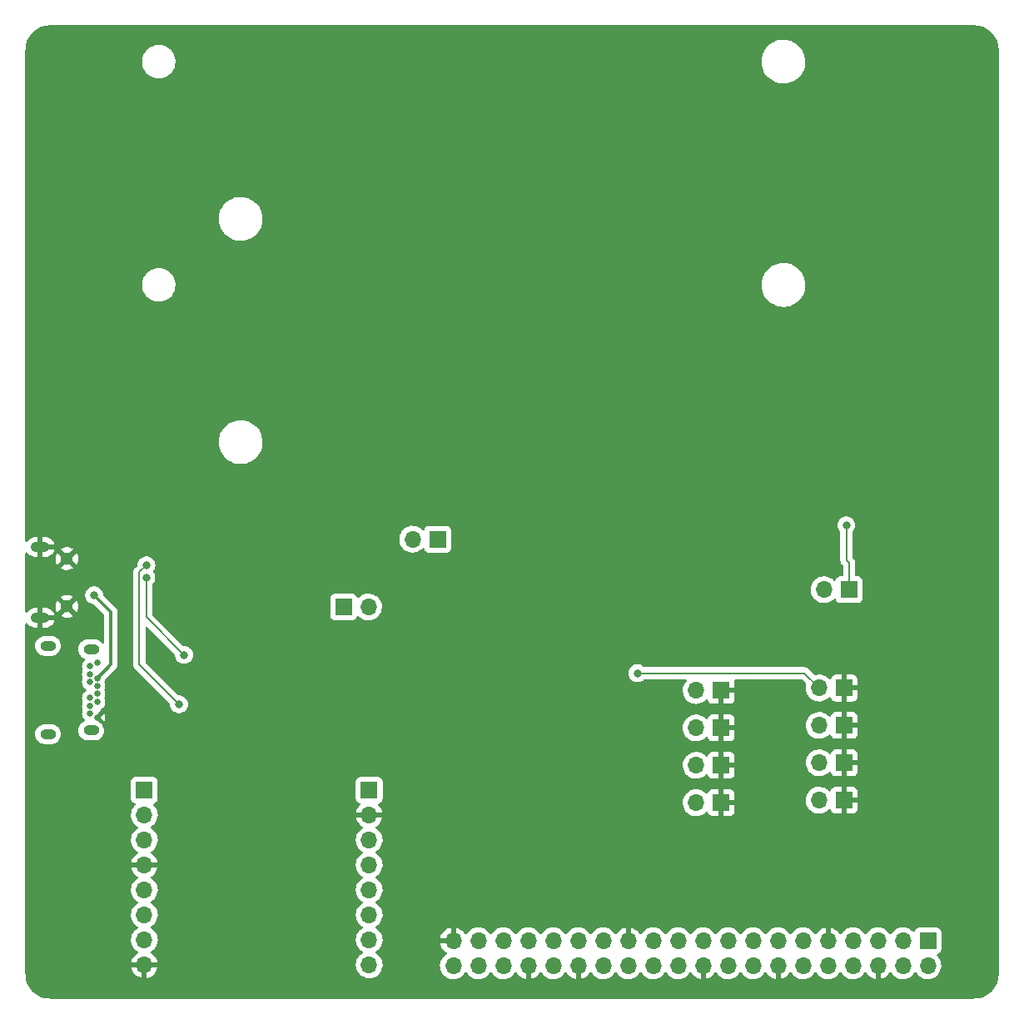
<source format=gbr>
%TF.GenerationSoftware,KiCad,Pcbnew,(6.0.8)*%
%TF.CreationDate,2023-04-19T09:48:05+02:00*%
%TF.ProjectId,Group22_Power,47726f75-7032-4325-9f50-6f7765722e6b,rev?*%
%TF.SameCoordinates,Original*%
%TF.FileFunction,Copper,L2,Bot*%
%TF.FilePolarity,Positive*%
%FSLAX46Y46*%
G04 Gerber Fmt 4.6, Leading zero omitted, Abs format (unit mm)*
G04 Created by KiCad (PCBNEW (6.0.8)) date 2023-04-19 09:48:05*
%MOMM*%
%LPD*%
G01*
G04 APERTURE LIST*
%TA.AperFunction,ComponentPad*%
%ADD10R,1.700000X1.700000*%
%TD*%
%TA.AperFunction,ComponentPad*%
%ADD11O,1.700000X1.700000*%
%TD*%
%TA.AperFunction,ComponentPad*%
%ADD12O,1.600000X1.000000*%
%TD*%
%TA.AperFunction,ComponentPad*%
%ADD13C,0.650000*%
%TD*%
%TA.AperFunction,ComponentPad*%
%ADD14O,1.900000X1.070000*%
%TD*%
%TA.AperFunction,ComponentPad*%
%ADD15C,1.300000*%
%TD*%
%TA.AperFunction,ViaPad*%
%ADD16C,0.800000*%
%TD*%
%TA.AperFunction,Conductor*%
%ADD17C,0.200000*%
%TD*%
%TA.AperFunction,Conductor*%
%ADD18C,0.300000*%
%TD*%
G04 APERTURE END LIST*
D10*
%TO.P,J1,1,Pin_1*%
%TO.N,/VoltageSupply/Power*%
X99678845Y-94358028D03*
D11*
%TO.P,J1,2,Pin_2*%
%TO.N,Net-(D4-Pad1)*%
X97138845Y-94358028D03*
%TD*%
D10*
%TO.P,J12,1,Pin_1*%
%TO.N,GND*%
X128525000Y-121156142D03*
D11*
%TO.P,J12,2,Pin_2*%
%TO.N,/Microcontrollers/+5VReg*%
X125985000Y-121156142D03*
%TD*%
D12*
%TO.P,J8,25*%
%TO.N,N/C*%
X60060000Y-114186315D03*
X64450000Y-113826315D03*
X64450000Y-105566315D03*
X60060000Y-105206315D03*
D13*
%TO.P,J8,B1,GND*%
%TO.N,GND*%
X65050000Y-112496315D03*
%TO.P,J8,B2,TX2+*%
%TO.N,unconnected-(J8-PadB2)*%
X64350000Y-112096315D03*
%TO.P,J8,B3,TX2-*%
%TO.N,unconnected-(J8-PadB3)*%
X64350000Y-111296315D03*
%TO.P,J8,B4,VBUS*%
%TO.N,/VoltageSupply/VUSB*%
X65050000Y-110896315D03*
%TO.P,J8,B5,CC2*%
%TO.N,Net-(J8-PadB5)*%
X64350000Y-110496315D03*
%TO.P,J8,B6,D+*%
%TO.N,unconnected-(J8-PadB6)*%
X65050000Y-110096315D03*
%TO.P,J8,B7,D-*%
%TO.N,unconnected-(J8-PadB7)*%
X65050000Y-109296315D03*
%TO.P,J8,B8,SBU2*%
%TO.N,unconnected-(J8-PadB8)*%
X64350000Y-108896315D03*
%TO.P,J8,B9,VBUS*%
%TO.N,/VoltageSupply/VUSB*%
X65050000Y-108496315D03*
%TO.P,J8,B10,RX1-*%
%TO.N,unconnected-(J8-PadB10)*%
X64350000Y-108096315D03*
%TO.P,J8,B11,RX1+*%
%TO.N,unconnected-(J8-PadB11)*%
X64350000Y-107296315D03*
%TO.P,J8,B12,GND*%
%TO.N,GND*%
X65050000Y-106896315D03*
%TD*%
D14*
%TO.P,J3,6*%
%TO.N,GND*%
X59275636Y-95161938D03*
D15*
X61975636Y-101186938D03*
X61975636Y-96336938D03*
D14*
X59275636Y-102361938D03*
%TD*%
D10*
%TO.P,J15,1,Pin_1*%
%TO.N,GND*%
X141025000Y-117106142D03*
D11*
%TO.P,J15,2,Pin_2*%
%TO.N,/Sensors/+3V3Reg*%
X138485000Y-117106142D03*
%TD*%
D10*
%TO.P,J2,1,Pin_1*%
%TO.N,/Sensors/SCL*%
X141525000Y-99500000D03*
D11*
%TO.P,J2,2,Pin_2*%
%TO.N,/Sensors/SDA*%
X138985000Y-99500000D03*
%TD*%
D10*
%TO.P,J14,1,Pin_1*%
%TO.N,GND*%
X141025000Y-113306142D03*
D11*
%TO.P,J14,2,Pin_2*%
%TO.N,/Sensors/+3V3Reg*%
X138485000Y-113306142D03*
%TD*%
D10*
%TO.P,J16,1,Pin_1*%
%TO.N,GND*%
X141012716Y-120906142D03*
D11*
%TO.P,J16,2,Pin_2*%
%TO.N,/Sensors/+3V3Reg*%
X138472716Y-120906142D03*
%TD*%
D10*
%TO.P,J11,1,Pin_1*%
%TO.N,GND*%
X128525000Y-117356142D03*
D11*
%TO.P,J11,2,Pin_2*%
%TO.N,/Microcontrollers/+5VReg*%
X125985000Y-117356142D03*
%TD*%
D10*
%TO.P,J13,1,Pin_1*%
%TO.N,GND*%
X141025000Y-109506142D03*
D11*
%TO.P,J13,2,Pin_2*%
%TO.N,/Sensors/+3V3Reg*%
X138485000Y-109506142D03*
%TD*%
D10*
%TO.P,J9,1,Pin_1*%
%TO.N,GND*%
X128525000Y-109756142D03*
D11*
%TO.P,J9,2,Pin_2*%
%TO.N,/Microcontrollers/+5VReg*%
X125985000Y-109756142D03*
%TD*%
D10*
%TO.P,J10,1,Pin_1*%
%TO.N,GND*%
X128525000Y-113556142D03*
D11*
%TO.P,J10,2,Pin_2*%
%TO.N,/Microcontrollers/+5VReg*%
X125985000Y-113556142D03*
%TD*%
D10*
%TO.P,J6,1,Pin_1*%
%TO.N,/VoltageSupply/Bat+*%
X90113845Y-101260981D03*
D11*
%TO.P,J6,2,Pin_2*%
%TO.N,Net-(D4-Pad1)*%
X92653845Y-101260981D03*
%TD*%
D10*
%TO.P,J4,1,Pin_1*%
%TO.N,/Microcontrollers/+5VReg*%
X92725000Y-119875000D03*
D11*
%TO.P,J4,2,Pin_2*%
%TO.N,GND*%
X92725000Y-122415000D03*
%TO.P,J4,3,Pin_3*%
%TO.N,/Microcontrollers/GPIO12*%
X92725000Y-124955000D03*
%TO.P,J4,4,Pin_4*%
%TO.N,/Microcontrollers/GPIO13*%
X92725000Y-127495000D03*
%TO.P,J4,5,Pin_5*%
%TO.N,/Microcontrollers/GPIO15*%
X92725000Y-130035000D03*
%TO.P,J4,6,Pin_6*%
%TO.N,/Microcontrollers/GPIO14*%
X92725000Y-132575000D03*
%TO.P,J4,7,Pin_7*%
%TO.N,/Microcontrollers/GPIO2*%
X92725000Y-135115000D03*
%TO.P,J4,8,Pin_8*%
%TO.N,/Microcontrollers/GPIO4*%
X92725000Y-137655000D03*
%TD*%
D10*
%TO.P,J7,1,Pin_1*%
%TO.N,/Microcontrollers/+3V3*%
X149540000Y-135210000D03*
D11*
%TO.P,J7,2,Pin_2*%
%TO.N,/Microcontrollers/+5VReg*%
X149540000Y-137750000D03*
%TO.P,J7,3,Pin_3*%
%TO.N,/Microcontrollers/GPIO[2]{slash}SDA1*%
X147000000Y-135210000D03*
%TO.P,J7,4,Pin_4*%
%TO.N,/Microcontrollers/+5VReg*%
X147000000Y-137750000D03*
%TO.P,J7,5,Pin_5*%
%TO.N,/Microcontrollers/GPIO[3]{slash}SCL1*%
X144460000Y-135210000D03*
%TO.P,J7,6,Pin_6*%
%TO.N,GND*%
X144460000Y-137750000D03*
%TO.P,J7,7,Pin_7*%
%TO.N,/Microcontrollers/GPIO[4]{slash}GPCLK0*%
X141920000Y-135210000D03*
%TO.P,J7,8,Pin_8*%
%TO.N,/Microcontrollers/GPIO[14]{slash}TXD0*%
X141920000Y-137750000D03*
%TO.P,J7,9,Pin_9*%
%TO.N,GND*%
X139380000Y-135210000D03*
%TO.P,J7,10,Pin_10*%
%TO.N,/Microcontrollers/GPIO[15]{slash}RXD0*%
X139380000Y-137750000D03*
%TO.P,J7,11,Pin_11*%
%TO.N,/Microcontrollers/GPIO[17]*%
X136840000Y-135210000D03*
%TO.P,J7,12,Pin_12*%
%TO.N,/Microcontrollers/GPIO[18]{slash}PCM.CLK*%
X136840000Y-137750000D03*
%TO.P,J7,13,Pin_13*%
%TO.N,/Microcontrollers/GPIO[27]*%
X134300000Y-135210000D03*
%TO.P,J7,14,Pin_14*%
%TO.N,GND*%
X134300000Y-137750000D03*
%TO.P,J7,15,Pin_15*%
%TO.N,/Microcontrollers/GPIO[22]*%
X131760000Y-135210000D03*
%TO.P,J7,16,Pin_16*%
%TO.N,/Microcontrollers/GPIO[23]*%
X131760000Y-137750000D03*
%TO.P,J7,17,Pin_17*%
%TO.N,/Microcontrollers/+3V3*%
X129220000Y-135210000D03*
%TO.P,J7,18,Pin_18*%
%TO.N,/Microcontrollers/GPIO[24]*%
X129220000Y-137750000D03*
%TO.P,J7,19,Pin_19*%
%TO.N,/Microcontrollers/GPIO[10]{slash}SPI0.MOSI*%
X126680000Y-135210000D03*
%TO.P,J7,20,Pin_20*%
%TO.N,GND*%
X126680000Y-137750000D03*
%TO.P,J7,21,Pin_21*%
%TO.N,/Microcontrollers/GPIO[9]{slash}SPI0.MISO*%
X124140000Y-135210000D03*
%TO.P,J7,22,Pin_22*%
%TO.N,/Microcontrollers/GPIO[25]*%
X124140000Y-137750000D03*
%TO.P,J7,23,Pin_23*%
%TO.N,/Microcontrollers/GPIO[11]{slash}SPI0.SCLK*%
X121600000Y-135210000D03*
%TO.P,J7,24,Pin_24*%
%TO.N,/Microcontrollers/GPIO[8]{slash}SPI0.CE0*%
X121600000Y-137750000D03*
%TO.P,J7,25,Pin_25*%
%TO.N,GND*%
X119060000Y-135210000D03*
%TO.P,J7,26,Pin_26*%
%TO.N,/Microcontrollers/GPIO[7]{slash}SPI0.CE1*%
X119060000Y-137750000D03*
%TO.P,J7,27,Pin_27*%
%TO.N,/Microcontrollers/ID_SDA*%
X116520000Y-135210000D03*
%TO.P,J7,28,Pin_28*%
%TO.N,/Microcontrollers/ID_SCL*%
X116520000Y-137750000D03*
%TO.P,J7,29,Pin_29*%
%TO.N,/Microcontrollers/GPIO[5]*%
X113980000Y-135210000D03*
%TO.P,J7,30,Pin_30*%
%TO.N,GND*%
X113980000Y-137750000D03*
%TO.P,J7,31,Pin_31*%
%TO.N,/Microcontrollers/GPIO[6]*%
X111440000Y-135210000D03*
%TO.P,J7,32,Pin_32*%
%TO.N,/Microcontrollers/GPIO[12]{slash}PWM0*%
X111440000Y-137750000D03*
%TO.P,J7,33,Pin_33*%
%TO.N,/Microcontrollers/GPIO[13]{slash}PWM1*%
X108900000Y-135210000D03*
%TO.P,J7,34,Pin_34*%
%TO.N,GND*%
X108900000Y-137750000D03*
%TO.P,J7,35,Pin_35*%
%TO.N,/Microcontrollers/GPIO[19]{slash}PCM.FS*%
X106360000Y-135210000D03*
%TO.P,J7,36,Pin_36*%
%TO.N,/Microcontrollers/GPIO[16]*%
X106360000Y-137750000D03*
%TO.P,J7,37,Pin_37*%
%TO.N,/Microcontrollers/GPIO26*%
X103820000Y-135210000D03*
%TO.P,J7,38,Pin_38*%
%TO.N,/Microcontrollers/GPIO[20]{slash}PCM.DIN*%
X103820000Y-137750000D03*
%TO.P,J7,39,Pin_39*%
%TO.N,GND*%
X101280000Y-135210000D03*
%TO.P,J7,40,Pin_40*%
%TO.N,/Microcontrollers/GPIO[21]{slash}PCM.DOUT*%
X101280000Y-137750000D03*
%TD*%
D10*
%TO.P,J5,1,Pin_1*%
%TO.N,/Microcontrollers/3.3V*%
X69859465Y-119875000D03*
D11*
%TO.P,J5,2,Pin_2*%
%TO.N,/Microcontrollers/GPIO16*%
X69859465Y-122415000D03*
%TO.P,J5,3,Pin_3*%
%TO.N,/Microcontrollers/GPIO0*%
X69859465Y-124955000D03*
%TO.P,J5,4,Pin_4*%
%TO.N,GND*%
X69859465Y-127495000D03*
%TO.P,J5,5,Pin_5*%
%TO.N,/Microcontrollers/3.3V{slash}5V*%
X69859465Y-130035000D03*
%TO.P,J5,6,Pin_6*%
%TO.N,/Microcontrollers/GPIO3*%
X69859465Y-132575000D03*
%TO.P,J5,7,Pin_7*%
%TO.N,/Microcontrollers/GPIO1*%
X69859465Y-135115000D03*
%TO.P,J5,8,Pin_8*%
%TO.N,GND*%
X69859465Y-137655000D03*
%TD*%
D16*
%TO.N,GND*%
X136000000Y-95500000D03*
%TO.N,/Sensors/SCL*%
X141249610Y-92962962D03*
%TO.N,/VoltageSupply/VUSB*%
X64750000Y-100056142D03*
%TO.N,Net-(R5-Pad2)*%
X70067569Y-97016142D03*
X73385000Y-111156142D03*
%TO.N,Net-(R6-Pad2)*%
X70050000Y-98266142D03*
X73896313Y-106142095D03*
%TO.N,/Sensors/+3V3Reg*%
X120000000Y-108000000D03*
%TD*%
D17*
%TO.N,/Sensors/SCL*%
X141249610Y-92962962D02*
X141249610Y-96499610D01*
X141525000Y-96775000D02*
X141525000Y-99500000D01*
X141249610Y-96499610D02*
X141525000Y-96775000D01*
D18*
%TO.N,/VoltageSupply/VUSB*%
X65050000Y-108496315D02*
X66450001Y-107096314D01*
X66450001Y-101756143D02*
X64750000Y-100056142D01*
X66450001Y-106406142D02*
X66450001Y-101756143D01*
X66450001Y-107096314D02*
X66450001Y-106406142D01*
D17*
%TO.N,Net-(R5-Pad2)*%
X69350000Y-97733711D02*
X69350000Y-107121142D01*
X70067569Y-97016142D02*
X69350000Y-97733711D01*
X69350000Y-107121142D02*
X73385000Y-111156142D01*
%TO.N,Net-(R6-Pad2)*%
X73896313Y-106142095D02*
X70050000Y-102295782D01*
X70050000Y-102295782D02*
X70050000Y-98266142D01*
%TO.N,/Sensors/+3V3Reg*%
X137000000Y-108000000D02*
X120000000Y-108000000D01*
X137000000Y-108021142D02*
X137000000Y-108000000D01*
X138485000Y-109506142D02*
X137000000Y-108021142D01*
%TD*%
%TA.AperFunction,Conductor*%
%TO.N,GND*%
G36*
X154227384Y-42102640D02*
G01*
X154242218Y-42104950D01*
X154242221Y-42104950D01*
X154251091Y-42106331D01*
X154268291Y-42104082D01*
X154292225Y-42103248D01*
X154531507Y-42117719D01*
X154550077Y-42118842D01*
X154565182Y-42120676D01*
X154846129Y-42172159D01*
X154860892Y-42175797D01*
X155071850Y-42241532D01*
X155133588Y-42260770D01*
X155147814Y-42266165D01*
X155408277Y-42383388D01*
X155421750Y-42390459D01*
X155666186Y-42538224D01*
X155678708Y-42546868D01*
X155903543Y-42723014D01*
X155914932Y-42733104D01*
X156116896Y-42935068D01*
X156126986Y-42946457D01*
X156303132Y-43171292D01*
X156311776Y-43183814D01*
X156459541Y-43428250D01*
X156466612Y-43441723D01*
X156583835Y-43702186D01*
X156589230Y-43716412D01*
X156592930Y-43728286D01*
X156674203Y-43989108D01*
X156677841Y-44003871D01*
X156695864Y-44102224D01*
X156729324Y-44284818D01*
X156731158Y-44299922D01*
X156746315Y-44550539D01*
X156745053Y-44577326D01*
X156745051Y-44577483D01*
X156743669Y-44586357D01*
X156744833Y-44595260D01*
X156744833Y-44595263D01*
X156747793Y-44617905D01*
X156748856Y-44634248D01*
X156744521Y-100005540D01*
X156741505Y-138542137D01*
X156741504Y-138550619D01*
X156740004Y-138569992D01*
X156736309Y-138593724D01*
X156738558Y-138610919D01*
X156739391Y-138634863D01*
X156723794Y-138892710D01*
X156721960Y-138907814D01*
X156715272Y-138944308D01*
X156684588Y-139111753D01*
X156670477Y-139188754D01*
X156666836Y-139203527D01*
X156581859Y-139476227D01*
X156576466Y-139490445D01*
X156459243Y-139750906D01*
X156452172Y-139764379D01*
X156304405Y-140008813D01*
X156295762Y-140021334D01*
X156119615Y-140246171D01*
X156109525Y-140257560D01*
X155907560Y-140459525D01*
X155896171Y-140469615D01*
X155671334Y-140645762D01*
X155658813Y-140654405D01*
X155414379Y-140802172D01*
X155400908Y-140809242D01*
X155140445Y-140926466D01*
X155126231Y-140931858D01*
X154853527Y-141016836D01*
X154838760Y-141020475D01*
X154629786Y-141058771D01*
X154557814Y-141071960D01*
X154542710Y-141073794D01*
X154292096Y-141088953D01*
X154265284Y-141087692D01*
X154265148Y-141087690D01*
X154256276Y-141086309D01*
X154247374Y-141087473D01*
X154247372Y-141087473D01*
X154232707Y-141089391D01*
X154224714Y-141090436D01*
X154208379Y-141091500D01*
X60299367Y-141091500D01*
X60279982Y-141090000D01*
X60265149Y-141087690D01*
X60265145Y-141087690D01*
X60256276Y-141086309D01*
X60239077Y-141088558D01*
X60215137Y-141089391D01*
X59957290Y-141073794D01*
X59942186Y-141071960D01*
X59870214Y-141058771D01*
X59661240Y-141020475D01*
X59646473Y-141016836D01*
X59373769Y-140931858D01*
X59359555Y-140926466D01*
X59099092Y-140809242D01*
X59085621Y-140802172D01*
X58841187Y-140654405D01*
X58828666Y-140645762D01*
X58603829Y-140469615D01*
X58592440Y-140459525D01*
X58390475Y-140257560D01*
X58380385Y-140246171D01*
X58204238Y-140021334D01*
X58195595Y-140008813D01*
X58047828Y-139764379D01*
X58040757Y-139750906D01*
X57923534Y-139490445D01*
X57918141Y-139476227D01*
X57833164Y-139203527D01*
X57829523Y-139188754D01*
X57815413Y-139111753D01*
X57784728Y-138944308D01*
X57778040Y-138907814D01*
X57776206Y-138892710D01*
X57761269Y-138645768D01*
X57762520Y-138622216D01*
X57762334Y-138622199D01*
X57762769Y-138617350D01*
X57763576Y-138612552D01*
X57763729Y-138600000D01*
X57759773Y-138572376D01*
X57758500Y-138554514D01*
X57758500Y-137922966D01*
X68527722Y-137922966D01*
X68558030Y-138057446D01*
X68561110Y-138067275D01*
X68641235Y-138264603D01*
X68645878Y-138273794D01*
X68757159Y-138455388D01*
X68763242Y-138463699D01*
X68902678Y-138624667D01*
X68910045Y-138631883D01*
X69073899Y-138767916D01*
X69082346Y-138773831D01*
X69266221Y-138881279D01*
X69275507Y-138885729D01*
X69474466Y-138961703D01*
X69484364Y-138964579D01*
X69587715Y-138985606D01*
X69601764Y-138984410D01*
X69605465Y-138974065D01*
X69605465Y-138973517D01*
X70113465Y-138973517D01*
X70117529Y-138987359D01*
X70130943Y-138989393D01*
X70137649Y-138988534D01*
X70147727Y-138986392D01*
X70351720Y-138925191D01*
X70361307Y-138921433D01*
X70552560Y-138827739D01*
X70561410Y-138822464D01*
X70734793Y-138698792D01*
X70742665Y-138692139D01*
X70893517Y-138541812D01*
X70900195Y-138533965D01*
X71024468Y-138361020D01*
X71029778Y-138352183D01*
X71124135Y-138161267D01*
X71127934Y-138151672D01*
X71189842Y-137947910D01*
X71192020Y-137937837D01*
X71193451Y-137926962D01*
X71191240Y-137912778D01*
X71178082Y-137909000D01*
X70131580Y-137909000D01*
X70116341Y-137913475D01*
X70115136Y-137914865D01*
X70113465Y-137922548D01*
X70113465Y-138973517D01*
X69605465Y-138973517D01*
X69605465Y-137927115D01*
X69600990Y-137911876D01*
X69599600Y-137910671D01*
X69591917Y-137909000D01*
X68542690Y-137909000D01*
X68529159Y-137912973D01*
X68527722Y-137922966D01*
X57758500Y-137922966D01*
X57758500Y-137621695D01*
X91362251Y-137621695D01*
X91362548Y-137626848D01*
X91362548Y-137626851D01*
X91368011Y-137721590D01*
X91375110Y-137844715D01*
X91376247Y-137849761D01*
X91376248Y-137849767D01*
X91390449Y-137912778D01*
X91424222Y-138062639D01*
X91464346Y-138161453D01*
X91499025Y-138246857D01*
X91508266Y-138269616D01*
X91510965Y-138274020D01*
X91620661Y-138453028D01*
X91624987Y-138460088D01*
X91628367Y-138463990D01*
X91740747Y-138593724D01*
X91771250Y-138628938D01*
X91943126Y-138771632D01*
X92136000Y-138884338D01*
X92344692Y-138964030D01*
X92349760Y-138965061D01*
X92349763Y-138965062D01*
X92428991Y-138981181D01*
X92563597Y-139008567D01*
X92568772Y-139008757D01*
X92568774Y-139008757D01*
X92781673Y-139016564D01*
X92781677Y-139016564D01*
X92786837Y-139016753D01*
X92791957Y-139016097D01*
X92791959Y-139016097D01*
X93003288Y-138989025D01*
X93003289Y-138989025D01*
X93008416Y-138988368D01*
X93013366Y-138986883D01*
X93217429Y-138925661D01*
X93217434Y-138925659D01*
X93222384Y-138924174D01*
X93422994Y-138825896D01*
X93604860Y-138696173D01*
X93655442Y-138645768D01*
X93701370Y-138600000D01*
X93763096Y-138538489D01*
X93822594Y-138455689D01*
X93890435Y-138361277D01*
X93893453Y-138357077D01*
X93945479Y-138251811D01*
X93990136Y-138161453D01*
X93990137Y-138161451D01*
X93992430Y-138156811D01*
X94057370Y-137943069D01*
X94086529Y-137721590D01*
X94086649Y-137716695D01*
X99917251Y-137716695D01*
X99917548Y-137721848D01*
X99917548Y-137721851D01*
X99929812Y-137934547D01*
X99930110Y-137939715D01*
X99931247Y-137944761D01*
X99931248Y-137944767D01*
X99931982Y-137948023D01*
X99979222Y-138157639D01*
X100017461Y-138251811D01*
X100058218Y-138352183D01*
X100063266Y-138364616D01*
X100114019Y-138447438D01*
X100177291Y-138550688D01*
X100179987Y-138555088D01*
X100326250Y-138723938D01*
X100498126Y-138866632D01*
X100691000Y-138979338D01*
X100695825Y-138981180D01*
X100695826Y-138981181D01*
X100717331Y-138989393D01*
X100899692Y-139059030D01*
X100904760Y-139060061D01*
X100904763Y-139060062D01*
X100999862Y-139079410D01*
X101118597Y-139103567D01*
X101123772Y-139103757D01*
X101123774Y-139103757D01*
X101336673Y-139111564D01*
X101336677Y-139111564D01*
X101341837Y-139111753D01*
X101346957Y-139111097D01*
X101346959Y-139111097D01*
X101558288Y-139084025D01*
X101558289Y-139084025D01*
X101563416Y-139083368D01*
X101568366Y-139081883D01*
X101772429Y-139020661D01*
X101772434Y-139020659D01*
X101777384Y-139019174D01*
X101977994Y-138920896D01*
X102159860Y-138791173D01*
X102179470Y-138771632D01*
X102314435Y-138637137D01*
X102318096Y-138633489D01*
X102326197Y-138622216D01*
X102448453Y-138452077D01*
X102449776Y-138453028D01*
X102496645Y-138409857D01*
X102566580Y-138397625D01*
X102632026Y-138425144D01*
X102659875Y-138456994D01*
X102719987Y-138555088D01*
X102866250Y-138723938D01*
X103038126Y-138866632D01*
X103231000Y-138979338D01*
X103235825Y-138981180D01*
X103235826Y-138981181D01*
X103257331Y-138989393D01*
X103439692Y-139059030D01*
X103444760Y-139060061D01*
X103444763Y-139060062D01*
X103539862Y-139079410D01*
X103658597Y-139103567D01*
X103663772Y-139103757D01*
X103663774Y-139103757D01*
X103876673Y-139111564D01*
X103876677Y-139111564D01*
X103881837Y-139111753D01*
X103886957Y-139111097D01*
X103886959Y-139111097D01*
X104098288Y-139084025D01*
X104098289Y-139084025D01*
X104103416Y-139083368D01*
X104108366Y-139081883D01*
X104312429Y-139020661D01*
X104312434Y-139020659D01*
X104317384Y-139019174D01*
X104517994Y-138920896D01*
X104699860Y-138791173D01*
X104719470Y-138771632D01*
X104854435Y-138637137D01*
X104858096Y-138633489D01*
X104866197Y-138622216D01*
X104988453Y-138452077D01*
X104989776Y-138453028D01*
X105036645Y-138409857D01*
X105106580Y-138397625D01*
X105172026Y-138425144D01*
X105199875Y-138456994D01*
X105259987Y-138555088D01*
X105406250Y-138723938D01*
X105578126Y-138866632D01*
X105771000Y-138979338D01*
X105775825Y-138981180D01*
X105775826Y-138981181D01*
X105797331Y-138989393D01*
X105979692Y-139059030D01*
X105984760Y-139060061D01*
X105984763Y-139060062D01*
X106079862Y-139079410D01*
X106198597Y-139103567D01*
X106203772Y-139103757D01*
X106203774Y-139103757D01*
X106416673Y-139111564D01*
X106416677Y-139111564D01*
X106421837Y-139111753D01*
X106426957Y-139111097D01*
X106426959Y-139111097D01*
X106638288Y-139084025D01*
X106638289Y-139084025D01*
X106643416Y-139083368D01*
X106648366Y-139081883D01*
X106852429Y-139020661D01*
X106852434Y-139020659D01*
X106857384Y-139019174D01*
X107057994Y-138920896D01*
X107239860Y-138791173D01*
X107259470Y-138771632D01*
X107394435Y-138637137D01*
X107398096Y-138633489D01*
X107406197Y-138622216D01*
X107528453Y-138452077D01*
X107529640Y-138452930D01*
X107576960Y-138409362D01*
X107646897Y-138397145D01*
X107712338Y-138424678D01*
X107740166Y-138456511D01*
X107797694Y-138550388D01*
X107803777Y-138558699D01*
X107943213Y-138719667D01*
X107950580Y-138726883D01*
X108114434Y-138862916D01*
X108122881Y-138868831D01*
X108306756Y-138976279D01*
X108316042Y-138980729D01*
X108515001Y-139056703D01*
X108524899Y-139059579D01*
X108628250Y-139080606D01*
X108642299Y-139079410D01*
X108646000Y-139069065D01*
X108646000Y-137622000D01*
X108666002Y-137553879D01*
X108719658Y-137507386D01*
X108772000Y-137496000D01*
X109028000Y-137496000D01*
X109096121Y-137516002D01*
X109142614Y-137569658D01*
X109154000Y-137622000D01*
X109154000Y-139068517D01*
X109158064Y-139082359D01*
X109171478Y-139084393D01*
X109178184Y-139083534D01*
X109188262Y-139081392D01*
X109392255Y-139020191D01*
X109401842Y-139016433D01*
X109593095Y-138922739D01*
X109601945Y-138917464D01*
X109775328Y-138793792D01*
X109783200Y-138787139D01*
X109934052Y-138636812D01*
X109940730Y-138628965D01*
X110068022Y-138451819D01*
X110069279Y-138452722D01*
X110116373Y-138409362D01*
X110186311Y-138397145D01*
X110251751Y-138424678D01*
X110279579Y-138456511D01*
X110339987Y-138555088D01*
X110486250Y-138723938D01*
X110658126Y-138866632D01*
X110851000Y-138979338D01*
X110855825Y-138981180D01*
X110855826Y-138981181D01*
X110877331Y-138989393D01*
X111059692Y-139059030D01*
X111064760Y-139060061D01*
X111064763Y-139060062D01*
X111159862Y-139079410D01*
X111278597Y-139103567D01*
X111283772Y-139103757D01*
X111283774Y-139103757D01*
X111496673Y-139111564D01*
X111496677Y-139111564D01*
X111501837Y-139111753D01*
X111506957Y-139111097D01*
X111506959Y-139111097D01*
X111718288Y-139084025D01*
X111718289Y-139084025D01*
X111723416Y-139083368D01*
X111728366Y-139081883D01*
X111932429Y-139020661D01*
X111932434Y-139020659D01*
X111937384Y-139019174D01*
X112137994Y-138920896D01*
X112319860Y-138791173D01*
X112339470Y-138771632D01*
X112474435Y-138637137D01*
X112478096Y-138633489D01*
X112486197Y-138622216D01*
X112608453Y-138452077D01*
X112609640Y-138452930D01*
X112656960Y-138409362D01*
X112726897Y-138397145D01*
X112792338Y-138424678D01*
X112820166Y-138456511D01*
X112877694Y-138550388D01*
X112883777Y-138558699D01*
X113023213Y-138719667D01*
X113030580Y-138726883D01*
X113194434Y-138862916D01*
X113202881Y-138868831D01*
X113386756Y-138976279D01*
X113396042Y-138980729D01*
X113595001Y-139056703D01*
X113604899Y-139059579D01*
X113708250Y-139080606D01*
X113722299Y-139079410D01*
X113726000Y-139069065D01*
X113726000Y-137622000D01*
X113746002Y-137553879D01*
X113799658Y-137507386D01*
X113852000Y-137496000D01*
X114108000Y-137496000D01*
X114176121Y-137516002D01*
X114222614Y-137569658D01*
X114234000Y-137622000D01*
X114234000Y-139068517D01*
X114238064Y-139082359D01*
X114251478Y-139084393D01*
X114258184Y-139083534D01*
X114268262Y-139081392D01*
X114472255Y-139020191D01*
X114481842Y-139016433D01*
X114673095Y-138922739D01*
X114681945Y-138917464D01*
X114855328Y-138793792D01*
X114863200Y-138787139D01*
X115014052Y-138636812D01*
X115020730Y-138628965D01*
X115148022Y-138451819D01*
X115149279Y-138452722D01*
X115196373Y-138409362D01*
X115266311Y-138397145D01*
X115331751Y-138424678D01*
X115359579Y-138456511D01*
X115419987Y-138555088D01*
X115566250Y-138723938D01*
X115738126Y-138866632D01*
X115931000Y-138979338D01*
X115935825Y-138981180D01*
X115935826Y-138981181D01*
X115957331Y-138989393D01*
X116139692Y-139059030D01*
X116144760Y-139060061D01*
X116144763Y-139060062D01*
X116239862Y-139079410D01*
X116358597Y-139103567D01*
X116363772Y-139103757D01*
X116363774Y-139103757D01*
X116576673Y-139111564D01*
X116576677Y-139111564D01*
X116581837Y-139111753D01*
X116586957Y-139111097D01*
X116586959Y-139111097D01*
X116798288Y-139084025D01*
X116798289Y-139084025D01*
X116803416Y-139083368D01*
X116808366Y-139081883D01*
X117012429Y-139020661D01*
X117012434Y-139020659D01*
X117017384Y-139019174D01*
X117217994Y-138920896D01*
X117399860Y-138791173D01*
X117419470Y-138771632D01*
X117554435Y-138637137D01*
X117558096Y-138633489D01*
X117566197Y-138622216D01*
X117688453Y-138452077D01*
X117689776Y-138453028D01*
X117736645Y-138409857D01*
X117806580Y-138397625D01*
X117872026Y-138425144D01*
X117899875Y-138456994D01*
X117959987Y-138555088D01*
X118106250Y-138723938D01*
X118278126Y-138866632D01*
X118471000Y-138979338D01*
X118475825Y-138981180D01*
X118475826Y-138981181D01*
X118497331Y-138989393D01*
X118679692Y-139059030D01*
X118684760Y-139060061D01*
X118684763Y-139060062D01*
X118779862Y-139079410D01*
X118898597Y-139103567D01*
X118903772Y-139103757D01*
X118903774Y-139103757D01*
X119116673Y-139111564D01*
X119116677Y-139111564D01*
X119121837Y-139111753D01*
X119126957Y-139111097D01*
X119126959Y-139111097D01*
X119338288Y-139084025D01*
X119338289Y-139084025D01*
X119343416Y-139083368D01*
X119348366Y-139081883D01*
X119552429Y-139020661D01*
X119552434Y-139020659D01*
X119557384Y-139019174D01*
X119757994Y-138920896D01*
X119939860Y-138791173D01*
X119959470Y-138771632D01*
X120094435Y-138637137D01*
X120098096Y-138633489D01*
X120106197Y-138622216D01*
X120228453Y-138452077D01*
X120229776Y-138453028D01*
X120276645Y-138409857D01*
X120346580Y-138397625D01*
X120412026Y-138425144D01*
X120439875Y-138456994D01*
X120499987Y-138555088D01*
X120646250Y-138723938D01*
X120818126Y-138866632D01*
X121011000Y-138979338D01*
X121015825Y-138981180D01*
X121015826Y-138981181D01*
X121037331Y-138989393D01*
X121219692Y-139059030D01*
X121224760Y-139060061D01*
X121224763Y-139060062D01*
X121319862Y-139079410D01*
X121438597Y-139103567D01*
X121443772Y-139103757D01*
X121443774Y-139103757D01*
X121656673Y-139111564D01*
X121656677Y-139111564D01*
X121661837Y-139111753D01*
X121666957Y-139111097D01*
X121666959Y-139111097D01*
X121878288Y-139084025D01*
X121878289Y-139084025D01*
X121883416Y-139083368D01*
X121888366Y-139081883D01*
X122092429Y-139020661D01*
X122092434Y-139020659D01*
X122097384Y-139019174D01*
X122297994Y-138920896D01*
X122479860Y-138791173D01*
X122499470Y-138771632D01*
X122634435Y-138637137D01*
X122638096Y-138633489D01*
X122646197Y-138622216D01*
X122768453Y-138452077D01*
X122769776Y-138453028D01*
X122816645Y-138409857D01*
X122886580Y-138397625D01*
X122952026Y-138425144D01*
X122979875Y-138456994D01*
X123039987Y-138555088D01*
X123186250Y-138723938D01*
X123358126Y-138866632D01*
X123551000Y-138979338D01*
X123555825Y-138981180D01*
X123555826Y-138981181D01*
X123577331Y-138989393D01*
X123759692Y-139059030D01*
X123764760Y-139060061D01*
X123764763Y-139060062D01*
X123859862Y-139079410D01*
X123978597Y-139103567D01*
X123983772Y-139103757D01*
X123983774Y-139103757D01*
X124196673Y-139111564D01*
X124196677Y-139111564D01*
X124201837Y-139111753D01*
X124206957Y-139111097D01*
X124206959Y-139111097D01*
X124418288Y-139084025D01*
X124418289Y-139084025D01*
X124423416Y-139083368D01*
X124428366Y-139081883D01*
X124632429Y-139020661D01*
X124632434Y-139020659D01*
X124637384Y-139019174D01*
X124837994Y-138920896D01*
X125019860Y-138791173D01*
X125039470Y-138771632D01*
X125174435Y-138637137D01*
X125178096Y-138633489D01*
X125186197Y-138622216D01*
X125308453Y-138452077D01*
X125309640Y-138452930D01*
X125356960Y-138409362D01*
X125426897Y-138397145D01*
X125492338Y-138424678D01*
X125520166Y-138456511D01*
X125577694Y-138550388D01*
X125583777Y-138558699D01*
X125723213Y-138719667D01*
X125730580Y-138726883D01*
X125894434Y-138862916D01*
X125902881Y-138868831D01*
X126086756Y-138976279D01*
X126096042Y-138980729D01*
X126295001Y-139056703D01*
X126304899Y-139059579D01*
X126408250Y-139080606D01*
X126422299Y-139079410D01*
X126426000Y-139069065D01*
X126426000Y-137622000D01*
X126446002Y-137553879D01*
X126499658Y-137507386D01*
X126552000Y-137496000D01*
X126808000Y-137496000D01*
X126876121Y-137516002D01*
X126922614Y-137569658D01*
X126934000Y-137622000D01*
X126934000Y-139068517D01*
X126938064Y-139082359D01*
X126951478Y-139084393D01*
X126958184Y-139083534D01*
X126968262Y-139081392D01*
X127172255Y-139020191D01*
X127181842Y-139016433D01*
X127373095Y-138922739D01*
X127381945Y-138917464D01*
X127555328Y-138793792D01*
X127563200Y-138787139D01*
X127714052Y-138636812D01*
X127720730Y-138628965D01*
X127848022Y-138451819D01*
X127849279Y-138452722D01*
X127896373Y-138409362D01*
X127966311Y-138397145D01*
X128031751Y-138424678D01*
X128059579Y-138456511D01*
X128119987Y-138555088D01*
X128266250Y-138723938D01*
X128438126Y-138866632D01*
X128631000Y-138979338D01*
X128635825Y-138981180D01*
X128635826Y-138981181D01*
X128657331Y-138989393D01*
X128839692Y-139059030D01*
X128844760Y-139060061D01*
X128844763Y-139060062D01*
X128939862Y-139079410D01*
X129058597Y-139103567D01*
X129063772Y-139103757D01*
X129063774Y-139103757D01*
X129276673Y-139111564D01*
X129276677Y-139111564D01*
X129281837Y-139111753D01*
X129286957Y-139111097D01*
X129286959Y-139111097D01*
X129498288Y-139084025D01*
X129498289Y-139084025D01*
X129503416Y-139083368D01*
X129508366Y-139081883D01*
X129712429Y-139020661D01*
X129712434Y-139020659D01*
X129717384Y-139019174D01*
X129917994Y-138920896D01*
X130099860Y-138791173D01*
X130119470Y-138771632D01*
X130254435Y-138637137D01*
X130258096Y-138633489D01*
X130266197Y-138622216D01*
X130388453Y-138452077D01*
X130389776Y-138453028D01*
X130436645Y-138409857D01*
X130506580Y-138397625D01*
X130572026Y-138425144D01*
X130599875Y-138456994D01*
X130659987Y-138555088D01*
X130806250Y-138723938D01*
X130978126Y-138866632D01*
X131171000Y-138979338D01*
X131175825Y-138981180D01*
X131175826Y-138981181D01*
X131197331Y-138989393D01*
X131379692Y-139059030D01*
X131384760Y-139060061D01*
X131384763Y-139060062D01*
X131479862Y-139079410D01*
X131598597Y-139103567D01*
X131603772Y-139103757D01*
X131603774Y-139103757D01*
X131816673Y-139111564D01*
X131816677Y-139111564D01*
X131821837Y-139111753D01*
X131826957Y-139111097D01*
X131826959Y-139111097D01*
X132038288Y-139084025D01*
X132038289Y-139084025D01*
X132043416Y-139083368D01*
X132048366Y-139081883D01*
X132252429Y-139020661D01*
X132252434Y-139020659D01*
X132257384Y-139019174D01*
X132457994Y-138920896D01*
X132639860Y-138791173D01*
X132659470Y-138771632D01*
X132794435Y-138637137D01*
X132798096Y-138633489D01*
X132806197Y-138622216D01*
X132928453Y-138452077D01*
X132929640Y-138452930D01*
X132976960Y-138409362D01*
X133046897Y-138397145D01*
X133112338Y-138424678D01*
X133140166Y-138456511D01*
X133197694Y-138550388D01*
X133203777Y-138558699D01*
X133343213Y-138719667D01*
X133350580Y-138726883D01*
X133514434Y-138862916D01*
X133522881Y-138868831D01*
X133706756Y-138976279D01*
X133716042Y-138980729D01*
X133915001Y-139056703D01*
X133924899Y-139059579D01*
X134028250Y-139080606D01*
X134042299Y-139079410D01*
X134046000Y-139069065D01*
X134046000Y-137622000D01*
X134066002Y-137553879D01*
X134119658Y-137507386D01*
X134172000Y-137496000D01*
X134428000Y-137496000D01*
X134496121Y-137516002D01*
X134542614Y-137569658D01*
X134554000Y-137622000D01*
X134554000Y-139068517D01*
X134558064Y-139082359D01*
X134571478Y-139084393D01*
X134578184Y-139083534D01*
X134588262Y-139081392D01*
X134792255Y-139020191D01*
X134801842Y-139016433D01*
X134993095Y-138922739D01*
X135001945Y-138917464D01*
X135175328Y-138793792D01*
X135183200Y-138787139D01*
X135334052Y-138636812D01*
X135340730Y-138628965D01*
X135468022Y-138451819D01*
X135469279Y-138452722D01*
X135516373Y-138409362D01*
X135586311Y-138397145D01*
X135651751Y-138424678D01*
X135679579Y-138456511D01*
X135739987Y-138555088D01*
X135886250Y-138723938D01*
X136058126Y-138866632D01*
X136251000Y-138979338D01*
X136255825Y-138981180D01*
X136255826Y-138981181D01*
X136277331Y-138989393D01*
X136459692Y-139059030D01*
X136464760Y-139060061D01*
X136464763Y-139060062D01*
X136559862Y-139079410D01*
X136678597Y-139103567D01*
X136683772Y-139103757D01*
X136683774Y-139103757D01*
X136896673Y-139111564D01*
X136896677Y-139111564D01*
X136901837Y-139111753D01*
X136906957Y-139111097D01*
X136906959Y-139111097D01*
X137118288Y-139084025D01*
X137118289Y-139084025D01*
X137123416Y-139083368D01*
X137128366Y-139081883D01*
X137332429Y-139020661D01*
X137332434Y-139020659D01*
X137337384Y-139019174D01*
X137537994Y-138920896D01*
X137719860Y-138791173D01*
X137739470Y-138771632D01*
X137874435Y-138637137D01*
X137878096Y-138633489D01*
X137886197Y-138622216D01*
X138008453Y-138452077D01*
X138009776Y-138453028D01*
X138056645Y-138409857D01*
X138126580Y-138397625D01*
X138192026Y-138425144D01*
X138219875Y-138456994D01*
X138279987Y-138555088D01*
X138426250Y-138723938D01*
X138598126Y-138866632D01*
X138791000Y-138979338D01*
X138795825Y-138981180D01*
X138795826Y-138981181D01*
X138817331Y-138989393D01*
X138999692Y-139059030D01*
X139004760Y-139060061D01*
X139004763Y-139060062D01*
X139099862Y-139079410D01*
X139218597Y-139103567D01*
X139223772Y-139103757D01*
X139223774Y-139103757D01*
X139436673Y-139111564D01*
X139436677Y-139111564D01*
X139441837Y-139111753D01*
X139446957Y-139111097D01*
X139446959Y-139111097D01*
X139658288Y-139084025D01*
X139658289Y-139084025D01*
X139663416Y-139083368D01*
X139668366Y-139081883D01*
X139872429Y-139020661D01*
X139872434Y-139020659D01*
X139877384Y-139019174D01*
X140077994Y-138920896D01*
X140259860Y-138791173D01*
X140279470Y-138771632D01*
X140414435Y-138637137D01*
X140418096Y-138633489D01*
X140426197Y-138622216D01*
X140548453Y-138452077D01*
X140549776Y-138453028D01*
X140596645Y-138409857D01*
X140666580Y-138397625D01*
X140732026Y-138425144D01*
X140759875Y-138456994D01*
X140819987Y-138555088D01*
X140966250Y-138723938D01*
X141138126Y-138866632D01*
X141331000Y-138979338D01*
X141335825Y-138981180D01*
X141335826Y-138981181D01*
X141357331Y-138989393D01*
X141539692Y-139059030D01*
X141544760Y-139060061D01*
X141544763Y-139060062D01*
X141639862Y-139079410D01*
X141758597Y-139103567D01*
X141763772Y-139103757D01*
X141763774Y-139103757D01*
X141976673Y-139111564D01*
X141976677Y-139111564D01*
X141981837Y-139111753D01*
X141986957Y-139111097D01*
X141986959Y-139111097D01*
X142198288Y-139084025D01*
X142198289Y-139084025D01*
X142203416Y-139083368D01*
X142208366Y-139081883D01*
X142412429Y-139020661D01*
X142412434Y-139020659D01*
X142417384Y-139019174D01*
X142617994Y-138920896D01*
X142799860Y-138791173D01*
X142819470Y-138771632D01*
X142954435Y-138637137D01*
X142958096Y-138633489D01*
X142966197Y-138622216D01*
X143088453Y-138452077D01*
X143089640Y-138452930D01*
X143136960Y-138409362D01*
X143206897Y-138397145D01*
X143272338Y-138424678D01*
X143300166Y-138456511D01*
X143357694Y-138550388D01*
X143363777Y-138558699D01*
X143503213Y-138719667D01*
X143510580Y-138726883D01*
X143674434Y-138862916D01*
X143682881Y-138868831D01*
X143866756Y-138976279D01*
X143876042Y-138980729D01*
X144075001Y-139056703D01*
X144084899Y-139059579D01*
X144188250Y-139080606D01*
X144202299Y-139079410D01*
X144206000Y-139069065D01*
X144206000Y-137622000D01*
X144226002Y-137553879D01*
X144279658Y-137507386D01*
X144332000Y-137496000D01*
X144588000Y-137496000D01*
X144656121Y-137516002D01*
X144702614Y-137569658D01*
X144714000Y-137622000D01*
X144714000Y-139068517D01*
X144718064Y-139082359D01*
X144731478Y-139084393D01*
X144738184Y-139083534D01*
X144748262Y-139081392D01*
X144952255Y-139020191D01*
X144961842Y-139016433D01*
X145153095Y-138922739D01*
X145161945Y-138917464D01*
X145335328Y-138793792D01*
X145343200Y-138787139D01*
X145494052Y-138636812D01*
X145500730Y-138628965D01*
X145628022Y-138451819D01*
X145629279Y-138452722D01*
X145676373Y-138409362D01*
X145746311Y-138397145D01*
X145811751Y-138424678D01*
X145839579Y-138456511D01*
X145899987Y-138555088D01*
X146046250Y-138723938D01*
X146218126Y-138866632D01*
X146411000Y-138979338D01*
X146415825Y-138981180D01*
X146415826Y-138981181D01*
X146437331Y-138989393D01*
X146619692Y-139059030D01*
X146624760Y-139060061D01*
X146624763Y-139060062D01*
X146719862Y-139079410D01*
X146838597Y-139103567D01*
X146843772Y-139103757D01*
X146843774Y-139103757D01*
X147056673Y-139111564D01*
X147056677Y-139111564D01*
X147061837Y-139111753D01*
X147066957Y-139111097D01*
X147066959Y-139111097D01*
X147278288Y-139084025D01*
X147278289Y-139084025D01*
X147283416Y-139083368D01*
X147288366Y-139081883D01*
X147492429Y-139020661D01*
X147492434Y-139020659D01*
X147497384Y-139019174D01*
X147697994Y-138920896D01*
X147879860Y-138791173D01*
X147899470Y-138771632D01*
X148034435Y-138637137D01*
X148038096Y-138633489D01*
X148046197Y-138622216D01*
X148168453Y-138452077D01*
X148169776Y-138453028D01*
X148216645Y-138409857D01*
X148286580Y-138397625D01*
X148352026Y-138425144D01*
X148379875Y-138456994D01*
X148439987Y-138555088D01*
X148586250Y-138723938D01*
X148758126Y-138866632D01*
X148951000Y-138979338D01*
X148955825Y-138981180D01*
X148955826Y-138981181D01*
X148977331Y-138989393D01*
X149159692Y-139059030D01*
X149164760Y-139060061D01*
X149164763Y-139060062D01*
X149259862Y-139079410D01*
X149378597Y-139103567D01*
X149383772Y-139103757D01*
X149383774Y-139103757D01*
X149596673Y-139111564D01*
X149596677Y-139111564D01*
X149601837Y-139111753D01*
X149606957Y-139111097D01*
X149606959Y-139111097D01*
X149818288Y-139084025D01*
X149818289Y-139084025D01*
X149823416Y-139083368D01*
X149828366Y-139081883D01*
X150032429Y-139020661D01*
X150032434Y-139020659D01*
X150037384Y-139019174D01*
X150237994Y-138920896D01*
X150419860Y-138791173D01*
X150439470Y-138771632D01*
X150574435Y-138637137D01*
X150578096Y-138633489D01*
X150586197Y-138622216D01*
X150705435Y-138456277D01*
X150708453Y-138452077D01*
X150721995Y-138424678D01*
X150805136Y-138256453D01*
X150805137Y-138256451D01*
X150807430Y-138251811D01*
X150872370Y-138038069D01*
X150901529Y-137816590D01*
X150903156Y-137750000D01*
X150884852Y-137527361D01*
X150830431Y-137310702D01*
X150741354Y-137105840D01*
X150661031Y-136981680D01*
X150622822Y-136922617D01*
X150622820Y-136922614D01*
X150620014Y-136918277D01*
X150616532Y-136914450D01*
X150472798Y-136756488D01*
X150441746Y-136692642D01*
X150450141Y-136622143D01*
X150495317Y-136567375D01*
X150521761Y-136553706D01*
X150628297Y-136513767D01*
X150636705Y-136510615D01*
X150753261Y-136423261D01*
X150840615Y-136306705D01*
X150891745Y-136170316D01*
X150898500Y-136108134D01*
X150898500Y-134311866D01*
X150891745Y-134249684D01*
X150840615Y-134113295D01*
X150753261Y-133996739D01*
X150636705Y-133909385D01*
X150500316Y-133858255D01*
X150438134Y-133851500D01*
X148641866Y-133851500D01*
X148579684Y-133858255D01*
X148443295Y-133909385D01*
X148326739Y-133996739D01*
X148239385Y-134113295D01*
X148236233Y-134121703D01*
X148194919Y-134231907D01*
X148152277Y-134288671D01*
X148085716Y-134313371D01*
X148016367Y-134298163D01*
X147983743Y-134272476D01*
X147933151Y-134216875D01*
X147933142Y-134216866D01*
X147929670Y-134213051D01*
X147925619Y-134209852D01*
X147925615Y-134209848D01*
X147758414Y-134077800D01*
X147758410Y-134077798D01*
X147754359Y-134074598D01*
X147718028Y-134054542D01*
X147702136Y-134045769D01*
X147558789Y-133966638D01*
X147553920Y-133964914D01*
X147553916Y-133964912D01*
X147353087Y-133893795D01*
X147353083Y-133893794D01*
X147348212Y-133892069D01*
X147343119Y-133891162D01*
X147343116Y-133891161D01*
X147133373Y-133853800D01*
X147133367Y-133853799D01*
X147128284Y-133852894D01*
X147054452Y-133851992D01*
X146910081Y-133850228D01*
X146910079Y-133850228D01*
X146904911Y-133850165D01*
X146684091Y-133883955D01*
X146471756Y-133953357D01*
X146273607Y-134056507D01*
X146269474Y-134059610D01*
X146269471Y-134059612D01*
X146099100Y-134187530D01*
X146094965Y-134190635D01*
X146069541Y-134217240D01*
X146001280Y-134288671D01*
X145940629Y-134352138D01*
X145833201Y-134509621D01*
X145778293Y-134554621D01*
X145707768Y-134562792D01*
X145644021Y-134531538D01*
X145623324Y-134507054D01*
X145542822Y-134382617D01*
X145542820Y-134382614D01*
X145540014Y-134378277D01*
X145389670Y-134213051D01*
X145385619Y-134209852D01*
X145385615Y-134209848D01*
X145218414Y-134077800D01*
X145218410Y-134077798D01*
X145214359Y-134074598D01*
X145178028Y-134054542D01*
X145162136Y-134045769D01*
X145018789Y-133966638D01*
X145013920Y-133964914D01*
X145013916Y-133964912D01*
X144813087Y-133893795D01*
X144813083Y-133893794D01*
X144808212Y-133892069D01*
X144803119Y-133891162D01*
X144803116Y-133891161D01*
X144593373Y-133853800D01*
X144593367Y-133853799D01*
X144588284Y-133852894D01*
X144514452Y-133851992D01*
X144370081Y-133850228D01*
X144370079Y-133850228D01*
X144364911Y-133850165D01*
X144144091Y-133883955D01*
X143931756Y-133953357D01*
X143733607Y-134056507D01*
X143729474Y-134059610D01*
X143729471Y-134059612D01*
X143559100Y-134187530D01*
X143554965Y-134190635D01*
X143529541Y-134217240D01*
X143461280Y-134288671D01*
X143400629Y-134352138D01*
X143293201Y-134509621D01*
X143238293Y-134554621D01*
X143167768Y-134562792D01*
X143104021Y-134531538D01*
X143083324Y-134507054D01*
X143002822Y-134382617D01*
X143002820Y-134382614D01*
X143000014Y-134378277D01*
X142849670Y-134213051D01*
X142845619Y-134209852D01*
X142845615Y-134209848D01*
X142678414Y-134077800D01*
X142678410Y-134077798D01*
X142674359Y-134074598D01*
X142638028Y-134054542D01*
X142622136Y-134045769D01*
X142478789Y-133966638D01*
X142473920Y-133964914D01*
X142473916Y-133964912D01*
X142273087Y-133893795D01*
X142273083Y-133893794D01*
X142268212Y-133892069D01*
X142263119Y-133891162D01*
X142263116Y-133891161D01*
X142053373Y-133853800D01*
X142053367Y-133853799D01*
X142048284Y-133852894D01*
X141974452Y-133851992D01*
X141830081Y-133850228D01*
X141830079Y-133850228D01*
X141824911Y-133850165D01*
X141604091Y-133883955D01*
X141391756Y-133953357D01*
X141193607Y-134056507D01*
X141189474Y-134059610D01*
X141189471Y-134059612D01*
X141019100Y-134187530D01*
X141014965Y-134190635D01*
X140989541Y-134217240D01*
X140921280Y-134288671D01*
X140860629Y-134352138D01*
X140857720Y-134356403D01*
X140857714Y-134356411D01*
X140845404Y-134374457D01*
X140753204Y-134509618D01*
X140752898Y-134510066D01*
X140697987Y-134555069D01*
X140627462Y-134563240D01*
X140563715Y-134531986D01*
X140543018Y-134507502D01*
X140462426Y-134382926D01*
X140456136Y-134374757D01*
X140312806Y-134217240D01*
X140305273Y-134210215D01*
X140138139Y-134078222D01*
X140129552Y-134072517D01*
X139943117Y-133969599D01*
X139933705Y-133965369D01*
X139732959Y-133894280D01*
X139722988Y-133891646D01*
X139651837Y-133878972D01*
X139638540Y-133880432D01*
X139634000Y-133894989D01*
X139634000Y-135338000D01*
X139613998Y-135406121D01*
X139560342Y-135452614D01*
X139508000Y-135464000D01*
X139252000Y-135464000D01*
X139183879Y-135443998D01*
X139137386Y-135390342D01*
X139126000Y-135338000D01*
X139126000Y-133893102D01*
X139122082Y-133879758D01*
X139107806Y-133877771D01*
X139069324Y-133883660D01*
X139059288Y-133886051D01*
X138856868Y-133952212D01*
X138847359Y-133956209D01*
X138658463Y-134054542D01*
X138649738Y-134060036D01*
X138479433Y-134187905D01*
X138471726Y-134194748D01*
X138324590Y-134348717D01*
X138318109Y-134356722D01*
X138213498Y-134510074D01*
X138158587Y-134555076D01*
X138088062Y-134563247D01*
X138024315Y-134531993D01*
X138003618Y-134507509D01*
X137922822Y-134382617D01*
X137922820Y-134382614D01*
X137920014Y-134378277D01*
X137769670Y-134213051D01*
X137765619Y-134209852D01*
X137765615Y-134209848D01*
X137598414Y-134077800D01*
X137598410Y-134077798D01*
X137594359Y-134074598D01*
X137558028Y-134054542D01*
X137542136Y-134045769D01*
X137398789Y-133966638D01*
X137393920Y-133964914D01*
X137393916Y-133964912D01*
X137193087Y-133893795D01*
X137193083Y-133893794D01*
X137188212Y-133892069D01*
X137183119Y-133891162D01*
X137183116Y-133891161D01*
X136973373Y-133853800D01*
X136973367Y-133853799D01*
X136968284Y-133852894D01*
X136894452Y-133851992D01*
X136750081Y-133850228D01*
X136750079Y-133850228D01*
X136744911Y-133850165D01*
X136524091Y-133883955D01*
X136311756Y-133953357D01*
X136113607Y-134056507D01*
X136109474Y-134059610D01*
X136109471Y-134059612D01*
X135939100Y-134187530D01*
X135934965Y-134190635D01*
X135909541Y-134217240D01*
X135841280Y-134288671D01*
X135780629Y-134352138D01*
X135673201Y-134509621D01*
X135618293Y-134554621D01*
X135547768Y-134562792D01*
X135484021Y-134531538D01*
X135463324Y-134507054D01*
X135382822Y-134382617D01*
X135382820Y-134382614D01*
X135380014Y-134378277D01*
X135229670Y-134213051D01*
X135225619Y-134209852D01*
X135225615Y-134209848D01*
X135058414Y-134077800D01*
X135058410Y-134077798D01*
X135054359Y-134074598D01*
X135018028Y-134054542D01*
X135002136Y-134045769D01*
X134858789Y-133966638D01*
X134853920Y-133964914D01*
X134853916Y-133964912D01*
X134653087Y-133893795D01*
X134653083Y-133893794D01*
X134648212Y-133892069D01*
X134643119Y-133891162D01*
X134643116Y-133891161D01*
X134433373Y-133853800D01*
X134433367Y-133853799D01*
X134428284Y-133852894D01*
X134354452Y-133851992D01*
X134210081Y-133850228D01*
X134210079Y-133850228D01*
X134204911Y-133850165D01*
X133984091Y-133883955D01*
X133771756Y-133953357D01*
X133573607Y-134056507D01*
X133569474Y-134059610D01*
X133569471Y-134059612D01*
X133399100Y-134187530D01*
X133394965Y-134190635D01*
X133369541Y-134217240D01*
X133301280Y-134288671D01*
X133240629Y-134352138D01*
X133133201Y-134509621D01*
X133078293Y-134554621D01*
X133007768Y-134562792D01*
X132944021Y-134531538D01*
X132923324Y-134507054D01*
X132842822Y-134382617D01*
X132842820Y-134382614D01*
X132840014Y-134378277D01*
X132689670Y-134213051D01*
X132685619Y-134209852D01*
X132685615Y-134209848D01*
X132518414Y-134077800D01*
X132518410Y-134077798D01*
X132514359Y-134074598D01*
X132478028Y-134054542D01*
X132462136Y-134045769D01*
X132318789Y-133966638D01*
X132313920Y-133964914D01*
X132313916Y-133964912D01*
X132113087Y-133893795D01*
X132113083Y-133893794D01*
X132108212Y-133892069D01*
X132103119Y-133891162D01*
X132103116Y-133891161D01*
X131893373Y-133853800D01*
X131893367Y-133853799D01*
X131888284Y-133852894D01*
X131814452Y-133851992D01*
X131670081Y-133850228D01*
X131670079Y-133850228D01*
X131664911Y-133850165D01*
X131444091Y-133883955D01*
X131231756Y-133953357D01*
X131033607Y-134056507D01*
X131029474Y-134059610D01*
X131029471Y-134059612D01*
X130859100Y-134187530D01*
X130854965Y-134190635D01*
X130829541Y-134217240D01*
X130761280Y-134288671D01*
X130700629Y-134352138D01*
X130593201Y-134509621D01*
X130538293Y-134554621D01*
X130467768Y-134562792D01*
X130404021Y-134531538D01*
X130383324Y-134507054D01*
X130302822Y-134382617D01*
X130302820Y-134382614D01*
X130300014Y-134378277D01*
X130149670Y-134213051D01*
X130145619Y-134209852D01*
X130145615Y-134209848D01*
X129978414Y-134077800D01*
X129978410Y-134077798D01*
X129974359Y-134074598D01*
X129938028Y-134054542D01*
X129922136Y-134045769D01*
X129778789Y-133966638D01*
X129773920Y-133964914D01*
X129773916Y-133964912D01*
X129573087Y-133893795D01*
X129573083Y-133893794D01*
X129568212Y-133892069D01*
X129563119Y-133891162D01*
X129563116Y-133891161D01*
X129353373Y-133853800D01*
X129353367Y-133853799D01*
X129348284Y-133852894D01*
X129274452Y-133851992D01*
X129130081Y-133850228D01*
X129130079Y-133850228D01*
X129124911Y-133850165D01*
X128904091Y-133883955D01*
X128691756Y-133953357D01*
X128493607Y-134056507D01*
X128489474Y-134059610D01*
X128489471Y-134059612D01*
X128319100Y-134187530D01*
X128314965Y-134190635D01*
X128289541Y-134217240D01*
X128221280Y-134288671D01*
X128160629Y-134352138D01*
X128053201Y-134509621D01*
X127998293Y-134554621D01*
X127927768Y-134562792D01*
X127864021Y-134531538D01*
X127843324Y-134507054D01*
X127762822Y-134382617D01*
X127762820Y-134382614D01*
X127760014Y-134378277D01*
X127609670Y-134213051D01*
X127605619Y-134209852D01*
X127605615Y-134209848D01*
X127438414Y-134077800D01*
X127438410Y-134077798D01*
X127434359Y-134074598D01*
X127398028Y-134054542D01*
X127382136Y-134045769D01*
X127238789Y-133966638D01*
X127233920Y-133964914D01*
X127233916Y-133964912D01*
X127033087Y-133893795D01*
X127033083Y-133893794D01*
X127028212Y-133892069D01*
X127023119Y-133891162D01*
X127023116Y-133891161D01*
X126813373Y-133853800D01*
X126813367Y-133853799D01*
X126808284Y-133852894D01*
X126734452Y-133851992D01*
X126590081Y-133850228D01*
X126590079Y-133850228D01*
X126584911Y-133850165D01*
X126364091Y-133883955D01*
X126151756Y-133953357D01*
X125953607Y-134056507D01*
X125949474Y-134059610D01*
X125949471Y-134059612D01*
X125779100Y-134187530D01*
X125774965Y-134190635D01*
X125749541Y-134217240D01*
X125681280Y-134288671D01*
X125620629Y-134352138D01*
X125513201Y-134509621D01*
X125458293Y-134554621D01*
X125387768Y-134562792D01*
X125324021Y-134531538D01*
X125303324Y-134507054D01*
X125222822Y-134382617D01*
X125222820Y-134382614D01*
X125220014Y-134378277D01*
X125069670Y-134213051D01*
X125065619Y-134209852D01*
X125065615Y-134209848D01*
X124898414Y-134077800D01*
X124898410Y-134077798D01*
X124894359Y-134074598D01*
X124858028Y-134054542D01*
X124842136Y-134045769D01*
X124698789Y-133966638D01*
X124693920Y-133964914D01*
X124693916Y-133964912D01*
X124493087Y-133893795D01*
X124493083Y-133893794D01*
X124488212Y-133892069D01*
X124483119Y-133891162D01*
X124483116Y-133891161D01*
X124273373Y-133853800D01*
X124273367Y-133853799D01*
X124268284Y-133852894D01*
X124194452Y-133851992D01*
X124050081Y-133850228D01*
X124050079Y-133850228D01*
X124044911Y-133850165D01*
X123824091Y-133883955D01*
X123611756Y-133953357D01*
X123413607Y-134056507D01*
X123409474Y-134059610D01*
X123409471Y-134059612D01*
X123239100Y-134187530D01*
X123234965Y-134190635D01*
X123209541Y-134217240D01*
X123141280Y-134288671D01*
X123080629Y-134352138D01*
X122973201Y-134509621D01*
X122918293Y-134554621D01*
X122847768Y-134562792D01*
X122784021Y-134531538D01*
X122763324Y-134507054D01*
X122682822Y-134382617D01*
X122682820Y-134382614D01*
X122680014Y-134378277D01*
X122529670Y-134213051D01*
X122525619Y-134209852D01*
X122525615Y-134209848D01*
X122358414Y-134077800D01*
X122358410Y-134077798D01*
X122354359Y-134074598D01*
X122318028Y-134054542D01*
X122302136Y-134045769D01*
X122158789Y-133966638D01*
X122153920Y-133964914D01*
X122153916Y-133964912D01*
X121953087Y-133893795D01*
X121953083Y-133893794D01*
X121948212Y-133892069D01*
X121943119Y-133891162D01*
X121943116Y-133891161D01*
X121733373Y-133853800D01*
X121733367Y-133853799D01*
X121728284Y-133852894D01*
X121654452Y-133851992D01*
X121510081Y-133850228D01*
X121510079Y-133850228D01*
X121504911Y-133850165D01*
X121284091Y-133883955D01*
X121071756Y-133953357D01*
X120873607Y-134056507D01*
X120869474Y-134059610D01*
X120869471Y-134059612D01*
X120699100Y-134187530D01*
X120694965Y-134190635D01*
X120669541Y-134217240D01*
X120601280Y-134288671D01*
X120540629Y-134352138D01*
X120537720Y-134356403D01*
X120537714Y-134356411D01*
X120525404Y-134374457D01*
X120433204Y-134509618D01*
X120432898Y-134510066D01*
X120377987Y-134555069D01*
X120307462Y-134563240D01*
X120243715Y-134531986D01*
X120223018Y-134507502D01*
X120142426Y-134382926D01*
X120136136Y-134374757D01*
X119992806Y-134217240D01*
X119985273Y-134210215D01*
X119818139Y-134078222D01*
X119809552Y-134072517D01*
X119623117Y-133969599D01*
X119613705Y-133965369D01*
X119412959Y-133894280D01*
X119402988Y-133891646D01*
X119331837Y-133878972D01*
X119318540Y-133880432D01*
X119314000Y-133894989D01*
X119314000Y-135338000D01*
X119293998Y-135406121D01*
X119240342Y-135452614D01*
X119188000Y-135464000D01*
X118932000Y-135464000D01*
X118863879Y-135443998D01*
X118817386Y-135390342D01*
X118806000Y-135338000D01*
X118806000Y-133893102D01*
X118802082Y-133879758D01*
X118787806Y-133877771D01*
X118749324Y-133883660D01*
X118739288Y-133886051D01*
X118536868Y-133952212D01*
X118527359Y-133956209D01*
X118338463Y-134054542D01*
X118329738Y-134060036D01*
X118159433Y-134187905D01*
X118151726Y-134194748D01*
X118004590Y-134348717D01*
X117998109Y-134356722D01*
X117893498Y-134510074D01*
X117838587Y-134555076D01*
X117768062Y-134563247D01*
X117704315Y-134531993D01*
X117683618Y-134507509D01*
X117602822Y-134382617D01*
X117602820Y-134382614D01*
X117600014Y-134378277D01*
X117449670Y-134213051D01*
X117445619Y-134209852D01*
X117445615Y-134209848D01*
X117278414Y-134077800D01*
X117278410Y-134077798D01*
X117274359Y-134074598D01*
X117238028Y-134054542D01*
X117222136Y-134045769D01*
X117078789Y-133966638D01*
X117073920Y-133964914D01*
X117073916Y-133964912D01*
X116873087Y-133893795D01*
X116873083Y-133893794D01*
X116868212Y-133892069D01*
X116863119Y-133891162D01*
X116863116Y-133891161D01*
X116653373Y-133853800D01*
X116653367Y-133853799D01*
X116648284Y-133852894D01*
X116574452Y-133851992D01*
X116430081Y-133850228D01*
X116430079Y-133850228D01*
X116424911Y-133850165D01*
X116204091Y-133883955D01*
X115991756Y-133953357D01*
X115793607Y-134056507D01*
X115789474Y-134059610D01*
X115789471Y-134059612D01*
X115619100Y-134187530D01*
X115614965Y-134190635D01*
X115589541Y-134217240D01*
X115521280Y-134288671D01*
X115460629Y-134352138D01*
X115353201Y-134509621D01*
X115298293Y-134554621D01*
X115227768Y-134562792D01*
X115164021Y-134531538D01*
X115143324Y-134507054D01*
X115062822Y-134382617D01*
X115062820Y-134382614D01*
X115060014Y-134378277D01*
X114909670Y-134213051D01*
X114905619Y-134209852D01*
X114905615Y-134209848D01*
X114738414Y-134077800D01*
X114738410Y-134077798D01*
X114734359Y-134074598D01*
X114698028Y-134054542D01*
X114682136Y-134045769D01*
X114538789Y-133966638D01*
X114533920Y-133964914D01*
X114533916Y-133964912D01*
X114333087Y-133893795D01*
X114333083Y-133893794D01*
X114328212Y-133892069D01*
X114323119Y-133891162D01*
X114323116Y-133891161D01*
X114113373Y-133853800D01*
X114113367Y-133853799D01*
X114108284Y-133852894D01*
X114034452Y-133851992D01*
X113890081Y-133850228D01*
X113890079Y-133850228D01*
X113884911Y-133850165D01*
X113664091Y-133883955D01*
X113451756Y-133953357D01*
X113253607Y-134056507D01*
X113249474Y-134059610D01*
X113249471Y-134059612D01*
X113079100Y-134187530D01*
X113074965Y-134190635D01*
X113049541Y-134217240D01*
X112981280Y-134288671D01*
X112920629Y-134352138D01*
X112813201Y-134509621D01*
X112758293Y-134554621D01*
X112687768Y-134562792D01*
X112624021Y-134531538D01*
X112603324Y-134507054D01*
X112522822Y-134382617D01*
X112522820Y-134382614D01*
X112520014Y-134378277D01*
X112369670Y-134213051D01*
X112365619Y-134209852D01*
X112365615Y-134209848D01*
X112198414Y-134077800D01*
X112198410Y-134077798D01*
X112194359Y-134074598D01*
X112158028Y-134054542D01*
X112142136Y-134045769D01*
X111998789Y-133966638D01*
X111993920Y-133964914D01*
X111993916Y-133964912D01*
X111793087Y-133893795D01*
X111793083Y-133893794D01*
X111788212Y-133892069D01*
X111783119Y-133891162D01*
X111783116Y-133891161D01*
X111573373Y-133853800D01*
X111573367Y-133853799D01*
X111568284Y-133852894D01*
X111494452Y-133851992D01*
X111350081Y-133850228D01*
X111350079Y-133850228D01*
X111344911Y-133850165D01*
X111124091Y-133883955D01*
X110911756Y-133953357D01*
X110713607Y-134056507D01*
X110709474Y-134059610D01*
X110709471Y-134059612D01*
X110539100Y-134187530D01*
X110534965Y-134190635D01*
X110509541Y-134217240D01*
X110441280Y-134288671D01*
X110380629Y-134352138D01*
X110273201Y-134509621D01*
X110218293Y-134554621D01*
X110147768Y-134562792D01*
X110084021Y-134531538D01*
X110063324Y-134507054D01*
X109982822Y-134382617D01*
X109982820Y-134382614D01*
X109980014Y-134378277D01*
X109829670Y-134213051D01*
X109825619Y-134209852D01*
X109825615Y-134209848D01*
X109658414Y-134077800D01*
X109658410Y-134077798D01*
X109654359Y-134074598D01*
X109618028Y-134054542D01*
X109602136Y-134045769D01*
X109458789Y-133966638D01*
X109453920Y-133964914D01*
X109453916Y-133964912D01*
X109253087Y-133893795D01*
X109253083Y-133893794D01*
X109248212Y-133892069D01*
X109243119Y-133891162D01*
X109243116Y-133891161D01*
X109033373Y-133853800D01*
X109033367Y-133853799D01*
X109028284Y-133852894D01*
X108954452Y-133851992D01*
X108810081Y-133850228D01*
X108810079Y-133850228D01*
X108804911Y-133850165D01*
X108584091Y-133883955D01*
X108371756Y-133953357D01*
X108173607Y-134056507D01*
X108169474Y-134059610D01*
X108169471Y-134059612D01*
X107999100Y-134187530D01*
X107994965Y-134190635D01*
X107969541Y-134217240D01*
X107901280Y-134288671D01*
X107840629Y-134352138D01*
X107733201Y-134509621D01*
X107678293Y-134554621D01*
X107607768Y-134562792D01*
X107544021Y-134531538D01*
X107523324Y-134507054D01*
X107442822Y-134382617D01*
X107442820Y-134382614D01*
X107440014Y-134378277D01*
X107289670Y-134213051D01*
X107285619Y-134209852D01*
X107285615Y-134209848D01*
X107118414Y-134077800D01*
X107118410Y-134077798D01*
X107114359Y-134074598D01*
X107078028Y-134054542D01*
X107062136Y-134045769D01*
X106918789Y-133966638D01*
X106913920Y-133964914D01*
X106913916Y-133964912D01*
X106713087Y-133893795D01*
X106713083Y-133893794D01*
X106708212Y-133892069D01*
X106703119Y-133891162D01*
X106703116Y-133891161D01*
X106493373Y-133853800D01*
X106493367Y-133853799D01*
X106488284Y-133852894D01*
X106414452Y-133851992D01*
X106270081Y-133850228D01*
X106270079Y-133850228D01*
X106264911Y-133850165D01*
X106044091Y-133883955D01*
X105831756Y-133953357D01*
X105633607Y-134056507D01*
X105629474Y-134059610D01*
X105629471Y-134059612D01*
X105459100Y-134187530D01*
X105454965Y-134190635D01*
X105429541Y-134217240D01*
X105361280Y-134288671D01*
X105300629Y-134352138D01*
X105193201Y-134509621D01*
X105138293Y-134554621D01*
X105067768Y-134562792D01*
X105004021Y-134531538D01*
X104983324Y-134507054D01*
X104902822Y-134382617D01*
X104902820Y-134382614D01*
X104900014Y-134378277D01*
X104749670Y-134213051D01*
X104745619Y-134209852D01*
X104745615Y-134209848D01*
X104578414Y-134077800D01*
X104578410Y-134077798D01*
X104574359Y-134074598D01*
X104538028Y-134054542D01*
X104522136Y-134045769D01*
X104378789Y-133966638D01*
X104373920Y-133964914D01*
X104373916Y-133964912D01*
X104173087Y-133893795D01*
X104173083Y-133893794D01*
X104168212Y-133892069D01*
X104163119Y-133891162D01*
X104163116Y-133891161D01*
X103953373Y-133853800D01*
X103953367Y-133853799D01*
X103948284Y-133852894D01*
X103874452Y-133851992D01*
X103730081Y-133850228D01*
X103730079Y-133850228D01*
X103724911Y-133850165D01*
X103504091Y-133883955D01*
X103291756Y-133953357D01*
X103093607Y-134056507D01*
X103089474Y-134059610D01*
X103089471Y-134059612D01*
X102919100Y-134187530D01*
X102914965Y-134190635D01*
X102889541Y-134217240D01*
X102821280Y-134288671D01*
X102760629Y-134352138D01*
X102757720Y-134356403D01*
X102757714Y-134356411D01*
X102745404Y-134374457D01*
X102653204Y-134509618D01*
X102652898Y-134510066D01*
X102597987Y-134555069D01*
X102527462Y-134563240D01*
X102463715Y-134531986D01*
X102443018Y-134507502D01*
X102362426Y-134382926D01*
X102356136Y-134374757D01*
X102212806Y-134217240D01*
X102205273Y-134210215D01*
X102038139Y-134078222D01*
X102029552Y-134072517D01*
X101843117Y-133969599D01*
X101833705Y-133965369D01*
X101632959Y-133894280D01*
X101622988Y-133891646D01*
X101551837Y-133878972D01*
X101538540Y-133880432D01*
X101534000Y-133894989D01*
X101534000Y-135338000D01*
X101513998Y-135406121D01*
X101460342Y-135452614D01*
X101408000Y-135464000D01*
X99963225Y-135464000D01*
X99949694Y-135467973D01*
X99948257Y-135477966D01*
X99978565Y-135612446D01*
X99981645Y-135622275D01*
X100061770Y-135819603D01*
X100066413Y-135828794D01*
X100177694Y-136010388D01*
X100183777Y-136018699D01*
X100323213Y-136179667D01*
X100330580Y-136186883D01*
X100494434Y-136322916D01*
X100502881Y-136328831D01*
X100571969Y-136369203D01*
X100620693Y-136420842D01*
X100633764Y-136490625D01*
X100607033Y-136556396D01*
X100566584Y-136589752D01*
X100553607Y-136596507D01*
X100549474Y-136599610D01*
X100549471Y-136599612D01*
X100425567Y-136692642D01*
X100374965Y-136730635D01*
X100220629Y-136892138D01*
X100217720Y-136896403D01*
X100217714Y-136896411D01*
X100139656Y-137010840D01*
X100094743Y-137076680D01*
X100000688Y-137279305D01*
X99940989Y-137494570D01*
X99917251Y-137716695D01*
X94086649Y-137716695D01*
X94088156Y-137655000D01*
X94069852Y-137432361D01*
X94015431Y-137215702D01*
X93926354Y-137010840D01*
X93864001Y-136914457D01*
X93807822Y-136827617D01*
X93807820Y-136827614D01*
X93805014Y-136823277D01*
X93654670Y-136658051D01*
X93650619Y-136654852D01*
X93650615Y-136654848D01*
X93483414Y-136522800D01*
X93483410Y-136522798D01*
X93479359Y-136519598D01*
X93438053Y-136496796D01*
X93388084Y-136446364D01*
X93373312Y-136376921D01*
X93398428Y-136310516D01*
X93425780Y-136283909D01*
X93477330Y-136247139D01*
X93604860Y-136156173D01*
X93763096Y-135998489D01*
X93822594Y-135915689D01*
X93890435Y-135821277D01*
X93893453Y-135817077D01*
X93945479Y-135711811D01*
X93990136Y-135621453D01*
X93990137Y-135621451D01*
X93992430Y-135616811D01*
X94028507Y-135498069D01*
X94055865Y-135408023D01*
X94055865Y-135408021D01*
X94057370Y-135403069D01*
X94086529Y-135181590D01*
X94088156Y-135115000D01*
X94074112Y-134944183D01*
X99944389Y-134944183D01*
X99945912Y-134952607D01*
X99958292Y-134956000D01*
X101007885Y-134956000D01*
X101023124Y-134951525D01*
X101024329Y-134950135D01*
X101026000Y-134942452D01*
X101026000Y-133893102D01*
X101022082Y-133879758D01*
X101007806Y-133877771D01*
X100969324Y-133883660D01*
X100959288Y-133886051D01*
X100756868Y-133952212D01*
X100747359Y-133956209D01*
X100558463Y-134054542D01*
X100549738Y-134060036D01*
X100379433Y-134187905D01*
X100371726Y-134194748D01*
X100224590Y-134348717D01*
X100218104Y-134356727D01*
X100098098Y-134532649D01*
X100093000Y-134541623D01*
X100003338Y-134734783D01*
X99999775Y-134744470D01*
X99944389Y-134944183D01*
X94074112Y-134944183D01*
X94069852Y-134892361D01*
X94015431Y-134675702D01*
X93926354Y-134470840D01*
X93823509Y-134311866D01*
X93807822Y-134287617D01*
X93807820Y-134287614D01*
X93805014Y-134283277D01*
X93654670Y-134118051D01*
X93650619Y-134114852D01*
X93650615Y-134114848D01*
X93483414Y-133982800D01*
X93483410Y-133982798D01*
X93479359Y-133979598D01*
X93438053Y-133956796D01*
X93388084Y-133906364D01*
X93373312Y-133836921D01*
X93398428Y-133770516D01*
X93425780Y-133743909D01*
X93469603Y-133712650D01*
X93604860Y-133616173D01*
X93763096Y-133458489D01*
X93822594Y-133375689D01*
X93890435Y-133281277D01*
X93893453Y-133277077D01*
X93992430Y-133076811D01*
X94057370Y-132863069D01*
X94086529Y-132641590D01*
X94088156Y-132575000D01*
X94069852Y-132352361D01*
X94015431Y-132135702D01*
X93926354Y-131930840D01*
X93805014Y-131743277D01*
X93654670Y-131578051D01*
X93650619Y-131574852D01*
X93650615Y-131574848D01*
X93483414Y-131442800D01*
X93483410Y-131442798D01*
X93479359Y-131439598D01*
X93438053Y-131416796D01*
X93388084Y-131366364D01*
X93373312Y-131296921D01*
X93398428Y-131230516D01*
X93425780Y-131203909D01*
X93469603Y-131172650D01*
X93604860Y-131076173D01*
X93763096Y-130918489D01*
X93822594Y-130835689D01*
X93890435Y-130741277D01*
X93893453Y-130737077D01*
X93992430Y-130536811D01*
X94057370Y-130323069D01*
X94086529Y-130101590D01*
X94088156Y-130035000D01*
X94069852Y-129812361D01*
X94015431Y-129595702D01*
X93926354Y-129390840D01*
X93805014Y-129203277D01*
X93654670Y-129038051D01*
X93650619Y-129034852D01*
X93650615Y-129034848D01*
X93483414Y-128902800D01*
X93483410Y-128902798D01*
X93479359Y-128899598D01*
X93438053Y-128876796D01*
X93388084Y-128826364D01*
X93373312Y-128756921D01*
X93398428Y-128690516D01*
X93425780Y-128663909D01*
X93469603Y-128632650D01*
X93604860Y-128536173D01*
X93763096Y-128378489D01*
X93822594Y-128295689D01*
X93890435Y-128201277D01*
X93893453Y-128197077D01*
X93992430Y-127996811D01*
X94057370Y-127783069D01*
X94086529Y-127561590D01*
X94088156Y-127495000D01*
X94069852Y-127272361D01*
X94015431Y-127055702D01*
X93926354Y-126850840D01*
X93805014Y-126663277D01*
X93654670Y-126498051D01*
X93650619Y-126494852D01*
X93650615Y-126494848D01*
X93483414Y-126362800D01*
X93483410Y-126362798D01*
X93479359Y-126359598D01*
X93438053Y-126336796D01*
X93388084Y-126286364D01*
X93373312Y-126216921D01*
X93398428Y-126150516D01*
X93425780Y-126123909D01*
X93469603Y-126092650D01*
X93604860Y-125996173D01*
X93763096Y-125838489D01*
X93822594Y-125755689D01*
X93890435Y-125661277D01*
X93893453Y-125657077D01*
X93992430Y-125456811D01*
X94057370Y-125243069D01*
X94086529Y-125021590D01*
X94088156Y-124955000D01*
X94069852Y-124732361D01*
X94015431Y-124515702D01*
X93926354Y-124310840D01*
X93805014Y-124123277D01*
X93654670Y-123958051D01*
X93650619Y-123954852D01*
X93650615Y-123954848D01*
X93483414Y-123822800D01*
X93483410Y-123822798D01*
X93479359Y-123819598D01*
X93437569Y-123796529D01*
X93387598Y-123746097D01*
X93372826Y-123676654D01*
X93397942Y-123610248D01*
X93425294Y-123583641D01*
X93600328Y-123458792D01*
X93608200Y-123452139D01*
X93759052Y-123301812D01*
X93765730Y-123293965D01*
X93890003Y-123121020D01*
X93895313Y-123112183D01*
X93989670Y-122921267D01*
X93993469Y-122911672D01*
X94055377Y-122707910D01*
X94057555Y-122697837D01*
X94058986Y-122686962D01*
X94056775Y-122672778D01*
X94043617Y-122669000D01*
X91408225Y-122669000D01*
X91394694Y-122672973D01*
X91393257Y-122682966D01*
X91423565Y-122817446D01*
X91426645Y-122827275D01*
X91506770Y-123024603D01*
X91511413Y-123033794D01*
X91622694Y-123215388D01*
X91628777Y-123223699D01*
X91768213Y-123384667D01*
X91775580Y-123391883D01*
X91939434Y-123527916D01*
X91947881Y-123533831D01*
X92016969Y-123574203D01*
X92065693Y-123625842D01*
X92078764Y-123695625D01*
X92052033Y-123761396D01*
X92011584Y-123794752D01*
X91998607Y-123801507D01*
X91994474Y-123804610D01*
X91994471Y-123804612D01*
X91970247Y-123822800D01*
X91819965Y-123935635D01*
X91665629Y-124097138D01*
X91539743Y-124281680D01*
X91445688Y-124484305D01*
X91385989Y-124699570D01*
X91362251Y-124921695D01*
X91362548Y-124926848D01*
X91362548Y-124926851D01*
X91368011Y-125021590D01*
X91375110Y-125144715D01*
X91376247Y-125149761D01*
X91376248Y-125149767D01*
X91396119Y-125237939D01*
X91424222Y-125362639D01*
X91508266Y-125569616D01*
X91624987Y-125760088D01*
X91771250Y-125928938D01*
X91943126Y-126071632D01*
X92013595Y-126112811D01*
X92016445Y-126114476D01*
X92065169Y-126166114D01*
X92078240Y-126235897D01*
X92051509Y-126301669D01*
X92011055Y-126335027D01*
X91998607Y-126341507D01*
X91994474Y-126344610D01*
X91994471Y-126344612D01*
X91970247Y-126362800D01*
X91819965Y-126475635D01*
X91665629Y-126637138D01*
X91662715Y-126641410D01*
X91662714Y-126641411D01*
X91650404Y-126659457D01*
X91539743Y-126821680D01*
X91445688Y-127024305D01*
X91385989Y-127239570D01*
X91362251Y-127461695D01*
X91362548Y-127466848D01*
X91362548Y-127466851D01*
X91368011Y-127561590D01*
X91375110Y-127684715D01*
X91376247Y-127689761D01*
X91376248Y-127689767D01*
X91389597Y-127749000D01*
X91424222Y-127902639D01*
X91508266Y-128109616D01*
X91624987Y-128300088D01*
X91771250Y-128468938D01*
X91943126Y-128611632D01*
X92013595Y-128652811D01*
X92016445Y-128654476D01*
X92065169Y-128706114D01*
X92078240Y-128775897D01*
X92051509Y-128841669D01*
X92011055Y-128875027D01*
X91998607Y-128881507D01*
X91994474Y-128884610D01*
X91994471Y-128884612D01*
X91970247Y-128902800D01*
X91819965Y-129015635D01*
X91665629Y-129177138D01*
X91539743Y-129361680D01*
X91445688Y-129564305D01*
X91385989Y-129779570D01*
X91362251Y-130001695D01*
X91362548Y-130006848D01*
X91362548Y-130006851D01*
X91368011Y-130101590D01*
X91375110Y-130224715D01*
X91376247Y-130229761D01*
X91376248Y-130229767D01*
X91396119Y-130317939D01*
X91424222Y-130442639D01*
X91508266Y-130649616D01*
X91624987Y-130840088D01*
X91771250Y-131008938D01*
X91943126Y-131151632D01*
X92013595Y-131192811D01*
X92016445Y-131194476D01*
X92065169Y-131246114D01*
X92078240Y-131315897D01*
X92051509Y-131381669D01*
X92011055Y-131415027D01*
X91998607Y-131421507D01*
X91994474Y-131424610D01*
X91994471Y-131424612D01*
X91970247Y-131442800D01*
X91819965Y-131555635D01*
X91665629Y-131717138D01*
X91539743Y-131901680D01*
X91445688Y-132104305D01*
X91385989Y-132319570D01*
X91362251Y-132541695D01*
X91362548Y-132546848D01*
X91362548Y-132546851D01*
X91368011Y-132641590D01*
X91375110Y-132764715D01*
X91376247Y-132769761D01*
X91376248Y-132769767D01*
X91396119Y-132857939D01*
X91424222Y-132982639D01*
X91508266Y-133189616D01*
X91624987Y-133380088D01*
X91771250Y-133548938D01*
X91943126Y-133691632D01*
X92013595Y-133732811D01*
X92016445Y-133734476D01*
X92065169Y-133786114D01*
X92078240Y-133855897D01*
X92051509Y-133921669D01*
X92011055Y-133955027D01*
X91998607Y-133961507D01*
X91994474Y-133964610D01*
X91994471Y-133964612D01*
X91824100Y-134092530D01*
X91819965Y-134095635D01*
X91816393Y-134099373D01*
X91707760Y-134213051D01*
X91665629Y-134257138D01*
X91539743Y-134441680D01*
X91445688Y-134644305D01*
X91385989Y-134859570D01*
X91362251Y-135081695D01*
X91362548Y-135086848D01*
X91362548Y-135086851D01*
X91368011Y-135181590D01*
X91375110Y-135304715D01*
X91376247Y-135309761D01*
X91376248Y-135309767D01*
X91382611Y-135338000D01*
X91424222Y-135522639D01*
X91508266Y-135729616D01*
X91510965Y-135734020D01*
X91620661Y-135913028D01*
X91624987Y-135920088D01*
X91628367Y-135923990D01*
X91703208Y-136010388D01*
X91771250Y-136088938D01*
X91943126Y-136231632D01*
X91981697Y-136254171D01*
X92016445Y-136274476D01*
X92065169Y-136326114D01*
X92078240Y-136395897D01*
X92051509Y-136461669D01*
X92011055Y-136495027D01*
X91998607Y-136501507D01*
X91994474Y-136504610D01*
X91994471Y-136504612D01*
X91824100Y-136632530D01*
X91819965Y-136635635D01*
X91816393Y-136639373D01*
X91707760Y-136753051D01*
X91665629Y-136797138D01*
X91662715Y-136801410D01*
X91662714Y-136801411D01*
X91650404Y-136819457D01*
X91539743Y-136981680D01*
X91445688Y-137184305D01*
X91385989Y-137399570D01*
X91362251Y-137621695D01*
X57758500Y-137621695D01*
X57758500Y-135081695D01*
X68496716Y-135081695D01*
X68497013Y-135086848D01*
X68497013Y-135086851D01*
X68502476Y-135181590D01*
X68509575Y-135304715D01*
X68510712Y-135309761D01*
X68510713Y-135309767D01*
X68517076Y-135338000D01*
X68558687Y-135522639D01*
X68642731Y-135729616D01*
X68645430Y-135734020D01*
X68755126Y-135913028D01*
X68759452Y-135920088D01*
X68762832Y-135923990D01*
X68837673Y-136010388D01*
X68905715Y-136088938D01*
X69077591Y-136231632D01*
X69116162Y-136254171D01*
X69151420Y-136274774D01*
X69200144Y-136326412D01*
X69213215Y-136396195D01*
X69186484Y-136461967D01*
X69146027Y-136495327D01*
X69137922Y-136499546D01*
X69129203Y-136505036D01*
X68958898Y-136632905D01*
X68951191Y-136639748D01*
X68804055Y-136793717D01*
X68797569Y-136801727D01*
X68677563Y-136977649D01*
X68672465Y-136986623D01*
X68582803Y-137179783D01*
X68579240Y-137189470D01*
X68523854Y-137389183D01*
X68525377Y-137397607D01*
X68537757Y-137401000D01*
X71177809Y-137401000D01*
X71191340Y-137397027D01*
X71192645Y-137387947D01*
X71150679Y-137220875D01*
X71147359Y-137211124D01*
X71062437Y-137015814D01*
X71057570Y-137006739D01*
X70941891Y-136827926D01*
X70935601Y-136819757D01*
X70792271Y-136662240D01*
X70784738Y-136655215D01*
X70617604Y-136523222D01*
X70609021Y-136517520D01*
X70572067Y-136497120D01*
X70522096Y-136446687D01*
X70507324Y-136377245D01*
X70532440Y-136310839D01*
X70559792Y-136284232D01*
X70611248Y-136247529D01*
X70739325Y-136156173D01*
X70897561Y-135998489D01*
X70957059Y-135915689D01*
X71024900Y-135821277D01*
X71027918Y-135817077D01*
X71079944Y-135711811D01*
X71124601Y-135621453D01*
X71124602Y-135621451D01*
X71126895Y-135616811D01*
X71162972Y-135498069D01*
X71190330Y-135408023D01*
X71190330Y-135408021D01*
X71191835Y-135403069D01*
X71220994Y-135181590D01*
X71222621Y-135115000D01*
X71204317Y-134892361D01*
X71149896Y-134675702D01*
X71060819Y-134470840D01*
X70957974Y-134311866D01*
X70942287Y-134287617D01*
X70942285Y-134287614D01*
X70939479Y-134283277D01*
X70789135Y-134118051D01*
X70785084Y-134114852D01*
X70785080Y-134114848D01*
X70617879Y-133982800D01*
X70617875Y-133982798D01*
X70613824Y-133979598D01*
X70572518Y-133956796D01*
X70522549Y-133906364D01*
X70507777Y-133836921D01*
X70532893Y-133770516D01*
X70560245Y-133743909D01*
X70604068Y-133712650D01*
X70739325Y-133616173D01*
X70897561Y-133458489D01*
X70957059Y-133375689D01*
X71024900Y-133281277D01*
X71027918Y-133277077D01*
X71126895Y-133076811D01*
X71191835Y-132863069D01*
X71220994Y-132641590D01*
X71222621Y-132575000D01*
X71204317Y-132352361D01*
X71149896Y-132135702D01*
X71060819Y-131930840D01*
X70939479Y-131743277D01*
X70789135Y-131578051D01*
X70785084Y-131574852D01*
X70785080Y-131574848D01*
X70617879Y-131442800D01*
X70617875Y-131442798D01*
X70613824Y-131439598D01*
X70572518Y-131416796D01*
X70522549Y-131366364D01*
X70507777Y-131296921D01*
X70532893Y-131230516D01*
X70560245Y-131203909D01*
X70604068Y-131172650D01*
X70739325Y-131076173D01*
X70897561Y-130918489D01*
X70957059Y-130835689D01*
X71024900Y-130741277D01*
X71027918Y-130737077D01*
X71126895Y-130536811D01*
X71191835Y-130323069D01*
X71220994Y-130101590D01*
X71222621Y-130035000D01*
X71204317Y-129812361D01*
X71149896Y-129595702D01*
X71060819Y-129390840D01*
X70939479Y-129203277D01*
X70789135Y-129038051D01*
X70785084Y-129034852D01*
X70785080Y-129034848D01*
X70617879Y-128902800D01*
X70617875Y-128902798D01*
X70613824Y-128899598D01*
X70572034Y-128876529D01*
X70522063Y-128826097D01*
X70507291Y-128756654D01*
X70532407Y-128690248D01*
X70559759Y-128663641D01*
X70734793Y-128538792D01*
X70742665Y-128532139D01*
X70893517Y-128381812D01*
X70900195Y-128373965D01*
X71024468Y-128201020D01*
X71029778Y-128192183D01*
X71124135Y-128001267D01*
X71127934Y-127991672D01*
X71189842Y-127787910D01*
X71192020Y-127777837D01*
X71193451Y-127766962D01*
X71191240Y-127752778D01*
X71178082Y-127749000D01*
X68542690Y-127749000D01*
X68529159Y-127752973D01*
X68527722Y-127762966D01*
X68558030Y-127897446D01*
X68561110Y-127907275D01*
X68641235Y-128104603D01*
X68645878Y-128113794D01*
X68757159Y-128295388D01*
X68763242Y-128303699D01*
X68902678Y-128464667D01*
X68910045Y-128471883D01*
X69073899Y-128607916D01*
X69082346Y-128613831D01*
X69151434Y-128654203D01*
X69200158Y-128705842D01*
X69213229Y-128775625D01*
X69186498Y-128841396D01*
X69146049Y-128874752D01*
X69133072Y-128881507D01*
X69128939Y-128884610D01*
X69128936Y-128884612D01*
X69104712Y-128902800D01*
X68954430Y-129015635D01*
X68800094Y-129177138D01*
X68674208Y-129361680D01*
X68580153Y-129564305D01*
X68520454Y-129779570D01*
X68496716Y-130001695D01*
X68497013Y-130006848D01*
X68497013Y-130006851D01*
X68502476Y-130101590D01*
X68509575Y-130224715D01*
X68510712Y-130229761D01*
X68510713Y-130229767D01*
X68530584Y-130317939D01*
X68558687Y-130442639D01*
X68642731Y-130649616D01*
X68759452Y-130840088D01*
X68905715Y-131008938D01*
X69077591Y-131151632D01*
X69148060Y-131192811D01*
X69150910Y-131194476D01*
X69199634Y-131246114D01*
X69212705Y-131315897D01*
X69185974Y-131381669D01*
X69145520Y-131415027D01*
X69133072Y-131421507D01*
X69128939Y-131424610D01*
X69128936Y-131424612D01*
X69104712Y-131442800D01*
X68954430Y-131555635D01*
X68800094Y-131717138D01*
X68674208Y-131901680D01*
X68580153Y-132104305D01*
X68520454Y-132319570D01*
X68496716Y-132541695D01*
X68497013Y-132546848D01*
X68497013Y-132546851D01*
X68502476Y-132641590D01*
X68509575Y-132764715D01*
X68510712Y-132769761D01*
X68510713Y-132769767D01*
X68530584Y-132857939D01*
X68558687Y-132982639D01*
X68642731Y-133189616D01*
X68759452Y-133380088D01*
X68905715Y-133548938D01*
X69077591Y-133691632D01*
X69148060Y-133732811D01*
X69150910Y-133734476D01*
X69199634Y-133786114D01*
X69212705Y-133855897D01*
X69185974Y-133921669D01*
X69145520Y-133955027D01*
X69133072Y-133961507D01*
X69128939Y-133964610D01*
X69128936Y-133964612D01*
X68958565Y-134092530D01*
X68954430Y-134095635D01*
X68950858Y-134099373D01*
X68842225Y-134213051D01*
X68800094Y-134257138D01*
X68674208Y-134441680D01*
X68580153Y-134644305D01*
X68520454Y-134859570D01*
X68496716Y-135081695D01*
X57758500Y-135081695D01*
X57758500Y-124921695D01*
X68496716Y-124921695D01*
X68497013Y-124926848D01*
X68497013Y-124926851D01*
X68502476Y-125021590D01*
X68509575Y-125144715D01*
X68510712Y-125149761D01*
X68510713Y-125149767D01*
X68530584Y-125237939D01*
X68558687Y-125362639D01*
X68642731Y-125569616D01*
X68759452Y-125760088D01*
X68905715Y-125928938D01*
X69077591Y-126071632D01*
X69150910Y-126114476D01*
X69151420Y-126114774D01*
X69200144Y-126166412D01*
X69213215Y-126236195D01*
X69186484Y-126301967D01*
X69146027Y-126335327D01*
X69137922Y-126339546D01*
X69129203Y-126345036D01*
X68958898Y-126472905D01*
X68951191Y-126479748D01*
X68804055Y-126633717D01*
X68797569Y-126641727D01*
X68677563Y-126817649D01*
X68672465Y-126826623D01*
X68582803Y-127019783D01*
X68579240Y-127029470D01*
X68523854Y-127229183D01*
X68525377Y-127237607D01*
X68537757Y-127241000D01*
X71177809Y-127241000D01*
X71191340Y-127237027D01*
X71192645Y-127227947D01*
X71150679Y-127060875D01*
X71147359Y-127051124D01*
X71062437Y-126855814D01*
X71057570Y-126846739D01*
X70941891Y-126667926D01*
X70935601Y-126659757D01*
X70792271Y-126502240D01*
X70784738Y-126495215D01*
X70617604Y-126363222D01*
X70609021Y-126357520D01*
X70572067Y-126337120D01*
X70522096Y-126286687D01*
X70507324Y-126217245D01*
X70532440Y-126150839D01*
X70559792Y-126124232D01*
X70583262Y-126107491D01*
X70739325Y-125996173D01*
X70897561Y-125838489D01*
X70957059Y-125755689D01*
X71024900Y-125661277D01*
X71027918Y-125657077D01*
X71126895Y-125456811D01*
X71191835Y-125243069D01*
X71220994Y-125021590D01*
X71222621Y-124955000D01*
X71204317Y-124732361D01*
X71149896Y-124515702D01*
X71060819Y-124310840D01*
X70939479Y-124123277D01*
X70789135Y-123958051D01*
X70785084Y-123954852D01*
X70785080Y-123954848D01*
X70617879Y-123822800D01*
X70617875Y-123822798D01*
X70613824Y-123819598D01*
X70572518Y-123796796D01*
X70522549Y-123746364D01*
X70507777Y-123676921D01*
X70532893Y-123610516D01*
X70560245Y-123583909D01*
X70604068Y-123552650D01*
X70739325Y-123456173D01*
X70897561Y-123298489D01*
X70957059Y-123215689D01*
X71024900Y-123121277D01*
X71027918Y-123117077D01*
X71126895Y-122916811D01*
X71191835Y-122703069D01*
X71220994Y-122481590D01*
X71222621Y-122415000D01*
X71204317Y-122192361D01*
X71149896Y-121975702D01*
X71060819Y-121770840D01*
X70939479Y-121583277D01*
X70919870Y-121561727D01*
X70792263Y-121421488D01*
X70761211Y-121357642D01*
X70769606Y-121287143D01*
X70814782Y-121232375D01*
X70841226Y-121218706D01*
X70947762Y-121178767D01*
X70956170Y-121175615D01*
X71072726Y-121088261D01*
X71160080Y-120971705D01*
X71211210Y-120835316D01*
X71217965Y-120773134D01*
X91366500Y-120773134D01*
X91373255Y-120835316D01*
X91424385Y-120971705D01*
X91511739Y-121088261D01*
X91628295Y-121175615D01*
X91636704Y-121178767D01*
X91636705Y-121178768D01*
X91745960Y-121219726D01*
X91802725Y-121262367D01*
X91827425Y-121328929D01*
X91812218Y-121398278D01*
X91792825Y-121424759D01*
X91669590Y-121553717D01*
X91663104Y-121561727D01*
X91543098Y-121737649D01*
X91538000Y-121746623D01*
X91448338Y-121939783D01*
X91444775Y-121949470D01*
X91389389Y-122149183D01*
X91390912Y-122157607D01*
X91403292Y-122161000D01*
X94043344Y-122161000D01*
X94056875Y-122157027D01*
X94058180Y-122147947D01*
X94016214Y-121980875D01*
X94012894Y-121971124D01*
X93927972Y-121775814D01*
X93923105Y-121766739D01*
X93807426Y-121587926D01*
X93801136Y-121579757D01*
X93657293Y-121421677D01*
X93626241Y-121357831D01*
X93634635Y-121287333D01*
X93679812Y-121232564D01*
X93706256Y-121218895D01*
X93813297Y-121178767D01*
X93821705Y-121175615D01*
X93892126Y-121122837D01*
X124622251Y-121122837D01*
X124622548Y-121127990D01*
X124622548Y-121127993D01*
X124633536Y-121318567D01*
X124635110Y-121345857D01*
X124636247Y-121350903D01*
X124636248Y-121350909D01*
X124653680Y-121428257D01*
X124684222Y-121563781D01*
X124768266Y-121770758D01*
X124884987Y-121961230D01*
X125031250Y-122130080D01*
X125115846Y-122200313D01*
X125197022Y-122267706D01*
X125203126Y-122272774D01*
X125396000Y-122385480D01*
X125604692Y-122465172D01*
X125609760Y-122466203D01*
X125609763Y-122466204D01*
X125701697Y-122484908D01*
X125823597Y-122509709D01*
X125828772Y-122509899D01*
X125828774Y-122509899D01*
X126041673Y-122517706D01*
X126041677Y-122517706D01*
X126046837Y-122517895D01*
X126051957Y-122517239D01*
X126051959Y-122517239D01*
X126263288Y-122490167D01*
X126263289Y-122490167D01*
X126268416Y-122489510D01*
X126305981Y-122478240D01*
X126477429Y-122426803D01*
X126477434Y-122426801D01*
X126482384Y-122425316D01*
X126682994Y-122327038D01*
X126864860Y-122197315D01*
X126869832Y-122192361D01*
X126973479Y-122089075D01*
X127035851Y-122055159D01*
X127106658Y-122060347D01*
X127163419Y-122102993D01*
X127180401Y-122134096D01*
X127221676Y-122244196D01*
X127230214Y-122259791D01*
X127306715Y-122361866D01*
X127319276Y-122374427D01*
X127421351Y-122450928D01*
X127436946Y-122459466D01*
X127557394Y-122504620D01*
X127572649Y-122508247D01*
X127623514Y-122513773D01*
X127630328Y-122514142D01*
X128252885Y-122514142D01*
X128268124Y-122509667D01*
X128269329Y-122508277D01*
X128271000Y-122500594D01*
X128271000Y-122496026D01*
X128779000Y-122496026D01*
X128783475Y-122511265D01*
X128784865Y-122512470D01*
X128792548Y-122514141D01*
X129419669Y-122514141D01*
X129426490Y-122513771D01*
X129477352Y-122508247D01*
X129492604Y-122504621D01*
X129613054Y-122459466D01*
X129628649Y-122450928D01*
X129730724Y-122374427D01*
X129743285Y-122361866D01*
X129819786Y-122259791D01*
X129828324Y-122244196D01*
X129873478Y-122123748D01*
X129877105Y-122108493D01*
X129882631Y-122057628D01*
X129883000Y-122050814D01*
X129883000Y-121428257D01*
X129878525Y-121413018D01*
X129877135Y-121411813D01*
X129869452Y-121410142D01*
X128797115Y-121410142D01*
X128781876Y-121414617D01*
X128780671Y-121416007D01*
X128779000Y-121423690D01*
X128779000Y-122496026D01*
X128271000Y-122496026D01*
X128271000Y-120884027D01*
X128779000Y-120884027D01*
X128783475Y-120899266D01*
X128784865Y-120900471D01*
X128792548Y-120902142D01*
X129864884Y-120902142D01*
X129880123Y-120897667D01*
X129881328Y-120896277D01*
X129882999Y-120888594D01*
X129882999Y-120872837D01*
X137109967Y-120872837D01*
X137110264Y-120877990D01*
X137110264Y-120877993D01*
X137115727Y-120972732D01*
X137122826Y-121095857D01*
X137123963Y-121100903D01*
X137123964Y-121100909D01*
X137138322Y-121164617D01*
X137171938Y-121313781D01*
X137255982Y-121520758D01*
X137372703Y-121711230D01*
X137518966Y-121880080D01*
X137690842Y-122022774D01*
X137883716Y-122135480D01*
X138092408Y-122215172D01*
X138097476Y-122216203D01*
X138097479Y-122216204D01*
X138204733Y-122238025D01*
X138311313Y-122259709D01*
X138316488Y-122259899D01*
X138316490Y-122259899D01*
X138529389Y-122267706D01*
X138529393Y-122267706D01*
X138534553Y-122267895D01*
X138539673Y-122267239D01*
X138539675Y-122267239D01*
X138751004Y-122240167D01*
X138751005Y-122240167D01*
X138756132Y-122239510D01*
X138761082Y-122238025D01*
X138965145Y-122176803D01*
X138965150Y-122176801D01*
X138970100Y-122175316D01*
X139170710Y-122077038D01*
X139352576Y-121947315D01*
X139360135Y-121939783D01*
X139461195Y-121839075D01*
X139523567Y-121805159D01*
X139594374Y-121810347D01*
X139651135Y-121852993D01*
X139668117Y-121884096D01*
X139709392Y-121994196D01*
X139717930Y-122009791D01*
X139794431Y-122111866D01*
X139806992Y-122124427D01*
X139909067Y-122200928D01*
X139924662Y-122209466D01*
X140045110Y-122254620D01*
X140060365Y-122258247D01*
X140111230Y-122263773D01*
X140118044Y-122264142D01*
X140740601Y-122264142D01*
X140755840Y-122259667D01*
X140757045Y-122258277D01*
X140758716Y-122250594D01*
X140758716Y-122246026D01*
X141266716Y-122246026D01*
X141271191Y-122261265D01*
X141272581Y-122262470D01*
X141280264Y-122264141D01*
X141907385Y-122264141D01*
X141914206Y-122263771D01*
X141965068Y-122258247D01*
X141980320Y-122254621D01*
X142100770Y-122209466D01*
X142116365Y-122200928D01*
X142218440Y-122124427D01*
X142231001Y-122111866D01*
X142307502Y-122009791D01*
X142316040Y-121994196D01*
X142361194Y-121873748D01*
X142364821Y-121858493D01*
X142370347Y-121807628D01*
X142370716Y-121800814D01*
X142370716Y-121178257D01*
X142366241Y-121163018D01*
X142364851Y-121161813D01*
X142357168Y-121160142D01*
X141284831Y-121160142D01*
X141269592Y-121164617D01*
X141268387Y-121166007D01*
X141266716Y-121173690D01*
X141266716Y-122246026D01*
X140758716Y-122246026D01*
X140758716Y-120634027D01*
X141266716Y-120634027D01*
X141271191Y-120649266D01*
X141272581Y-120650471D01*
X141280264Y-120652142D01*
X142352600Y-120652142D01*
X142367839Y-120647667D01*
X142369044Y-120646277D01*
X142370715Y-120638594D01*
X142370715Y-120011473D01*
X142370345Y-120004652D01*
X142364821Y-119953790D01*
X142361195Y-119938538D01*
X142316040Y-119818088D01*
X142307502Y-119802493D01*
X142231001Y-119700418D01*
X142218440Y-119687857D01*
X142116365Y-119611356D01*
X142100770Y-119602818D01*
X141980322Y-119557664D01*
X141965067Y-119554037D01*
X141914202Y-119548511D01*
X141907388Y-119548142D01*
X141284831Y-119548142D01*
X141269592Y-119552617D01*
X141268387Y-119554007D01*
X141266716Y-119561690D01*
X141266716Y-120634027D01*
X140758716Y-120634027D01*
X140758716Y-119566258D01*
X140754241Y-119551019D01*
X140752851Y-119549814D01*
X140745168Y-119548143D01*
X140118047Y-119548143D01*
X140111226Y-119548513D01*
X140060364Y-119554037D01*
X140045112Y-119557663D01*
X139924662Y-119602818D01*
X139909067Y-119611356D01*
X139806992Y-119687857D01*
X139794431Y-119700418D01*
X139717930Y-119802493D01*
X139709392Y-119818088D01*
X139668013Y-119928464D01*
X139625371Y-119985229D01*
X139558809Y-120009928D01*
X139489460Y-119994720D01*
X139456837Y-119969033D01*
X139405867Y-119913018D01*
X139405864Y-119913015D01*
X139402386Y-119909193D01*
X139398335Y-119905994D01*
X139398331Y-119905990D01*
X139231130Y-119773942D01*
X139231126Y-119773940D01*
X139227075Y-119770740D01*
X139031505Y-119662780D01*
X139026636Y-119661056D01*
X139026632Y-119661054D01*
X138825803Y-119589937D01*
X138825799Y-119589936D01*
X138820928Y-119588211D01*
X138815835Y-119587304D01*
X138815832Y-119587303D01*
X138606089Y-119549942D01*
X138606083Y-119549941D01*
X138601000Y-119549036D01*
X138527168Y-119548134D01*
X138382797Y-119546370D01*
X138382795Y-119546370D01*
X138377627Y-119546307D01*
X138156807Y-119580097D01*
X137944472Y-119649499D01*
X137746323Y-119752649D01*
X137742190Y-119755752D01*
X137742187Y-119755754D01*
X137571816Y-119883672D01*
X137567681Y-119886777D01*
X137413345Y-120048280D01*
X137410431Y-120052552D01*
X137410430Y-120052553D01*
X137352976Y-120136777D01*
X137287459Y-120232822D01*
X137193404Y-120435447D01*
X137133705Y-120650712D01*
X137109967Y-120872837D01*
X129882999Y-120872837D01*
X129882999Y-120261473D01*
X129882629Y-120254652D01*
X129877105Y-120203790D01*
X129873479Y-120188538D01*
X129828324Y-120068088D01*
X129819786Y-120052493D01*
X129743285Y-119950418D01*
X129730724Y-119937857D01*
X129628649Y-119861356D01*
X129613054Y-119852818D01*
X129492606Y-119807664D01*
X129477351Y-119804037D01*
X129426486Y-119798511D01*
X129419672Y-119798142D01*
X128797115Y-119798142D01*
X128781876Y-119802617D01*
X128780671Y-119804007D01*
X128779000Y-119811690D01*
X128779000Y-120884027D01*
X128271000Y-120884027D01*
X128271000Y-119816258D01*
X128266525Y-119801019D01*
X128265135Y-119799814D01*
X128257452Y-119798143D01*
X127630331Y-119798143D01*
X127623510Y-119798513D01*
X127572648Y-119804037D01*
X127557396Y-119807663D01*
X127436946Y-119852818D01*
X127421351Y-119861356D01*
X127319276Y-119937857D01*
X127306715Y-119950418D01*
X127230214Y-120052493D01*
X127221676Y-120068088D01*
X127180297Y-120178464D01*
X127137655Y-120235229D01*
X127071093Y-120259928D01*
X127001744Y-120244720D01*
X126969121Y-120219033D01*
X126918151Y-120163018D01*
X126918148Y-120163015D01*
X126914670Y-120159193D01*
X126910619Y-120155994D01*
X126910615Y-120155990D01*
X126743414Y-120023942D01*
X126743410Y-120023940D01*
X126739359Y-120020740D01*
X126543789Y-119912780D01*
X126538920Y-119911056D01*
X126538916Y-119911054D01*
X126338087Y-119839937D01*
X126338083Y-119839936D01*
X126333212Y-119838211D01*
X126328119Y-119837304D01*
X126328116Y-119837303D01*
X126118373Y-119799942D01*
X126118367Y-119799941D01*
X126113284Y-119799036D01*
X126039452Y-119798134D01*
X125895081Y-119796370D01*
X125895079Y-119796370D01*
X125889911Y-119796307D01*
X125669091Y-119830097D01*
X125456756Y-119899499D01*
X125258607Y-120002649D01*
X125254474Y-120005752D01*
X125254471Y-120005754D01*
X125192141Y-120052553D01*
X125079965Y-120136777D01*
X125040128Y-120178464D01*
X124983696Y-120237517D01*
X124925629Y-120298280D01*
X124799743Y-120482822D01*
X124752715Y-120584135D01*
X124721148Y-120652142D01*
X124705688Y-120685447D01*
X124645989Y-120900712D01*
X124622251Y-121122837D01*
X93892126Y-121122837D01*
X93938261Y-121088261D01*
X94025615Y-120971705D01*
X94076745Y-120835316D01*
X94083500Y-120773134D01*
X94083500Y-118976866D01*
X94076745Y-118914684D01*
X94025615Y-118778295D01*
X93938261Y-118661739D01*
X93821705Y-118574385D01*
X93685316Y-118523255D01*
X93623134Y-118516500D01*
X91826866Y-118516500D01*
X91764684Y-118523255D01*
X91628295Y-118574385D01*
X91511739Y-118661739D01*
X91424385Y-118778295D01*
X91373255Y-118914684D01*
X91366500Y-118976866D01*
X91366500Y-120773134D01*
X71217965Y-120773134D01*
X71217965Y-118976866D01*
X71211210Y-118914684D01*
X71160080Y-118778295D01*
X71072726Y-118661739D01*
X70956170Y-118574385D01*
X70819781Y-118523255D01*
X70757599Y-118516500D01*
X68961331Y-118516500D01*
X68899149Y-118523255D01*
X68762760Y-118574385D01*
X68646204Y-118661739D01*
X68558850Y-118778295D01*
X68507720Y-118914684D01*
X68500965Y-118976866D01*
X68500965Y-120773134D01*
X68507720Y-120835316D01*
X68558850Y-120971705D01*
X68646204Y-121088261D01*
X68762760Y-121175615D01*
X68771169Y-121178767D01*
X68771170Y-121178768D01*
X68879916Y-121219535D01*
X68936681Y-121262176D01*
X68961381Y-121328738D01*
X68946174Y-121398087D01*
X68926781Y-121424568D01*
X68834860Y-121520758D01*
X68800094Y-121557138D01*
X68797180Y-121561410D01*
X68797179Y-121561411D01*
X68795562Y-121563781D01*
X68674208Y-121741680D01*
X68580153Y-121944305D01*
X68520454Y-122159570D01*
X68496716Y-122381695D01*
X68497013Y-122386848D01*
X68497013Y-122386851D01*
X68504095Y-122509667D01*
X68509575Y-122604715D01*
X68510712Y-122609761D01*
X68510713Y-122609767D01*
X68524062Y-122669000D01*
X68558687Y-122822639D01*
X68642731Y-123029616D01*
X68759452Y-123220088D01*
X68905715Y-123388938D01*
X69077591Y-123531632D01*
X69148060Y-123572811D01*
X69150910Y-123574476D01*
X69199634Y-123626114D01*
X69212705Y-123695897D01*
X69185974Y-123761669D01*
X69145520Y-123795027D01*
X69133072Y-123801507D01*
X69128939Y-123804610D01*
X69128936Y-123804612D01*
X69104712Y-123822800D01*
X68954430Y-123935635D01*
X68800094Y-124097138D01*
X68674208Y-124281680D01*
X68580153Y-124484305D01*
X68520454Y-124699570D01*
X68496716Y-124921695D01*
X57758500Y-124921695D01*
X57758500Y-117322837D01*
X124622251Y-117322837D01*
X124622548Y-117327990D01*
X124622548Y-117327993D01*
X124633536Y-117518567D01*
X124635110Y-117545857D01*
X124636247Y-117550903D01*
X124636248Y-117550909D01*
X124650606Y-117614617D01*
X124684222Y-117763781D01*
X124768266Y-117970758D01*
X124884987Y-118161230D01*
X125031250Y-118330080D01*
X125107846Y-118393671D01*
X125197022Y-118467706D01*
X125203126Y-118472774D01*
X125396000Y-118585480D01*
X125604692Y-118665172D01*
X125609760Y-118666203D01*
X125609763Y-118666204D01*
X125717017Y-118688025D01*
X125823597Y-118709709D01*
X125828772Y-118709899D01*
X125828774Y-118709899D01*
X126041673Y-118717706D01*
X126041677Y-118717706D01*
X126046837Y-118717895D01*
X126051957Y-118717239D01*
X126051959Y-118717239D01*
X126263288Y-118690167D01*
X126263289Y-118690167D01*
X126268416Y-118689510D01*
X126337049Y-118668919D01*
X126477429Y-118626803D01*
X126477434Y-118626801D01*
X126482384Y-118625316D01*
X126682994Y-118527038D01*
X126864860Y-118397315D01*
X126926912Y-118335480D01*
X126973479Y-118289075D01*
X127035851Y-118255159D01*
X127106658Y-118260347D01*
X127163419Y-118302993D01*
X127180401Y-118334096D01*
X127221676Y-118444196D01*
X127230214Y-118459791D01*
X127306715Y-118561866D01*
X127319276Y-118574427D01*
X127421351Y-118650928D01*
X127436946Y-118659466D01*
X127557394Y-118704620D01*
X127572649Y-118708247D01*
X127623514Y-118713773D01*
X127630328Y-118714142D01*
X128252885Y-118714142D01*
X128268124Y-118709667D01*
X128269329Y-118708277D01*
X128271000Y-118700594D01*
X128271000Y-118696026D01*
X128779000Y-118696026D01*
X128783475Y-118711265D01*
X128784865Y-118712470D01*
X128792548Y-118714141D01*
X129419669Y-118714141D01*
X129426490Y-118713771D01*
X129477352Y-118708247D01*
X129492604Y-118704621D01*
X129613054Y-118659466D01*
X129628649Y-118650928D01*
X129730724Y-118574427D01*
X129743285Y-118561866D01*
X129819786Y-118459791D01*
X129828324Y-118444196D01*
X129873478Y-118323748D01*
X129877105Y-118308493D01*
X129882631Y-118257628D01*
X129883000Y-118250814D01*
X129883000Y-117628257D01*
X129878525Y-117613018D01*
X129877135Y-117611813D01*
X129869452Y-117610142D01*
X128797115Y-117610142D01*
X128781876Y-117614617D01*
X128780671Y-117616007D01*
X128779000Y-117623690D01*
X128779000Y-118696026D01*
X128271000Y-118696026D01*
X128271000Y-117084027D01*
X128779000Y-117084027D01*
X128783475Y-117099266D01*
X128784865Y-117100471D01*
X128792548Y-117102142D01*
X129864884Y-117102142D01*
X129880123Y-117097667D01*
X129881328Y-117096277D01*
X129882999Y-117088594D01*
X129882999Y-117072837D01*
X137122251Y-117072837D01*
X137122548Y-117077990D01*
X137122548Y-117077993D01*
X137124154Y-117105849D01*
X137135110Y-117295857D01*
X137136247Y-117300903D01*
X137136248Y-117300909D01*
X137150606Y-117364617D01*
X137184222Y-117513781D01*
X137268266Y-117720758D01*
X137384987Y-117911230D01*
X137531250Y-118080080D01*
X137703126Y-118222774D01*
X137896000Y-118335480D01*
X138104692Y-118415172D01*
X138109760Y-118416203D01*
X138109763Y-118416204D01*
X138217017Y-118438025D01*
X138323597Y-118459709D01*
X138328772Y-118459899D01*
X138328774Y-118459899D01*
X138541673Y-118467706D01*
X138541677Y-118467706D01*
X138546837Y-118467895D01*
X138551957Y-118467239D01*
X138551959Y-118467239D01*
X138763288Y-118440167D01*
X138763289Y-118440167D01*
X138768416Y-118439510D01*
X138773366Y-118438025D01*
X138977429Y-118376803D01*
X138977434Y-118376801D01*
X138982384Y-118375316D01*
X139182994Y-118277038D01*
X139364860Y-118147315D01*
X139432331Y-118080080D01*
X139473479Y-118039075D01*
X139535851Y-118005159D01*
X139606658Y-118010347D01*
X139663419Y-118052993D01*
X139680401Y-118084096D01*
X139721676Y-118194196D01*
X139730214Y-118209791D01*
X139806715Y-118311866D01*
X139819276Y-118324427D01*
X139921351Y-118400928D01*
X139936946Y-118409466D01*
X140057394Y-118454620D01*
X140072649Y-118458247D01*
X140123514Y-118463773D01*
X140130328Y-118464142D01*
X140752885Y-118464142D01*
X140768124Y-118459667D01*
X140769329Y-118458277D01*
X140771000Y-118450594D01*
X140771000Y-118446026D01*
X141279000Y-118446026D01*
X141283475Y-118461265D01*
X141284865Y-118462470D01*
X141292548Y-118464141D01*
X141919669Y-118464141D01*
X141926490Y-118463771D01*
X141977352Y-118458247D01*
X141992604Y-118454621D01*
X142113054Y-118409466D01*
X142128649Y-118400928D01*
X142230724Y-118324427D01*
X142243285Y-118311866D01*
X142319786Y-118209791D01*
X142328324Y-118194196D01*
X142373478Y-118073748D01*
X142377105Y-118058493D01*
X142382631Y-118007628D01*
X142383000Y-118000814D01*
X142383000Y-117378257D01*
X142378525Y-117363018D01*
X142377135Y-117361813D01*
X142369452Y-117360142D01*
X141297115Y-117360142D01*
X141281876Y-117364617D01*
X141280671Y-117366007D01*
X141279000Y-117373690D01*
X141279000Y-118446026D01*
X140771000Y-118446026D01*
X140771000Y-116834027D01*
X141279000Y-116834027D01*
X141283475Y-116849266D01*
X141284865Y-116850471D01*
X141292548Y-116852142D01*
X142364884Y-116852142D01*
X142380123Y-116847667D01*
X142381328Y-116846277D01*
X142382999Y-116838594D01*
X142382999Y-116211473D01*
X142382629Y-116204652D01*
X142377105Y-116153790D01*
X142373479Y-116138538D01*
X142328324Y-116018088D01*
X142319786Y-116002493D01*
X142243285Y-115900418D01*
X142230724Y-115887857D01*
X142128649Y-115811356D01*
X142113054Y-115802818D01*
X141992606Y-115757664D01*
X141977351Y-115754037D01*
X141926486Y-115748511D01*
X141919672Y-115748142D01*
X141297115Y-115748142D01*
X141281876Y-115752617D01*
X141280671Y-115754007D01*
X141279000Y-115761690D01*
X141279000Y-116834027D01*
X140771000Y-116834027D01*
X140771000Y-115766258D01*
X140766525Y-115751019D01*
X140765135Y-115749814D01*
X140757452Y-115748143D01*
X140130331Y-115748143D01*
X140123510Y-115748513D01*
X140072648Y-115754037D01*
X140057396Y-115757663D01*
X139936946Y-115802818D01*
X139921351Y-115811356D01*
X139819276Y-115887857D01*
X139806715Y-115900418D01*
X139730214Y-116002493D01*
X139721676Y-116018088D01*
X139680297Y-116128464D01*
X139637655Y-116185229D01*
X139571093Y-116209928D01*
X139501744Y-116194720D01*
X139469121Y-116169033D01*
X139418151Y-116113018D01*
X139418148Y-116113015D01*
X139414670Y-116109193D01*
X139410619Y-116105994D01*
X139410615Y-116105990D01*
X139243414Y-115973942D01*
X139243410Y-115973940D01*
X139239359Y-115970740D01*
X139043789Y-115862780D01*
X139038920Y-115861056D01*
X139038916Y-115861054D01*
X138838087Y-115789937D01*
X138838083Y-115789936D01*
X138833212Y-115788211D01*
X138828119Y-115787304D01*
X138828116Y-115787303D01*
X138618373Y-115749942D01*
X138618367Y-115749941D01*
X138613284Y-115749036D01*
X138539452Y-115748134D01*
X138395081Y-115746370D01*
X138395079Y-115746370D01*
X138389911Y-115746307D01*
X138169091Y-115780097D01*
X137956756Y-115849499D01*
X137758607Y-115952649D01*
X137754474Y-115955752D01*
X137754471Y-115955754D01*
X137584100Y-116083672D01*
X137579965Y-116086777D01*
X137425629Y-116248280D01*
X137422715Y-116252552D01*
X137422714Y-116252553D01*
X137365260Y-116336777D01*
X137299743Y-116432822D01*
X137205688Y-116635447D01*
X137145989Y-116850712D01*
X137122251Y-117072837D01*
X129882999Y-117072837D01*
X129882999Y-116461473D01*
X129882629Y-116454652D01*
X129877105Y-116403790D01*
X129873479Y-116388538D01*
X129828324Y-116268088D01*
X129819786Y-116252493D01*
X129743285Y-116150418D01*
X129730724Y-116137857D01*
X129628649Y-116061356D01*
X129613054Y-116052818D01*
X129492606Y-116007664D01*
X129477351Y-116004037D01*
X129426486Y-115998511D01*
X129419672Y-115998142D01*
X128797115Y-115998142D01*
X128781876Y-116002617D01*
X128780671Y-116004007D01*
X128779000Y-116011690D01*
X128779000Y-117084027D01*
X128271000Y-117084027D01*
X128271000Y-116016258D01*
X128266525Y-116001019D01*
X128265135Y-115999814D01*
X128257452Y-115998143D01*
X127630331Y-115998143D01*
X127623510Y-115998513D01*
X127572648Y-116004037D01*
X127557396Y-116007663D01*
X127436946Y-116052818D01*
X127421351Y-116061356D01*
X127319276Y-116137857D01*
X127306715Y-116150418D01*
X127230214Y-116252493D01*
X127221676Y-116268088D01*
X127180297Y-116378464D01*
X127137655Y-116435229D01*
X127071093Y-116459928D01*
X127001744Y-116444720D01*
X126969121Y-116419033D01*
X126918151Y-116363018D01*
X126918148Y-116363015D01*
X126914670Y-116359193D01*
X126910619Y-116355994D01*
X126910615Y-116355990D01*
X126743414Y-116223942D01*
X126743410Y-116223940D01*
X126739359Y-116220740D01*
X126543789Y-116112780D01*
X126538920Y-116111056D01*
X126538916Y-116111054D01*
X126338087Y-116039937D01*
X126338083Y-116039936D01*
X126333212Y-116038211D01*
X126328119Y-116037304D01*
X126328116Y-116037303D01*
X126118373Y-115999942D01*
X126118367Y-115999941D01*
X126113284Y-115999036D01*
X126039452Y-115998134D01*
X125895081Y-115996370D01*
X125895079Y-115996370D01*
X125889911Y-115996307D01*
X125669091Y-116030097D01*
X125456756Y-116099499D01*
X125258607Y-116202649D01*
X125254474Y-116205752D01*
X125254471Y-116205754D01*
X125192141Y-116252553D01*
X125079965Y-116336777D01*
X125040128Y-116378464D01*
X124983696Y-116437517D01*
X124925629Y-116498280D01*
X124799743Y-116682822D01*
X124752715Y-116784135D01*
X124721148Y-116852142D01*
X124705688Y-116885447D01*
X124645989Y-117100712D01*
X124622251Y-117322837D01*
X57758500Y-117322837D01*
X57758500Y-114179240D01*
X58746645Y-114179240D01*
X58764570Y-114376203D01*
X58766308Y-114382109D01*
X58766309Y-114382113D01*
X58793363Y-114474034D01*
X58820410Y-114565934D01*
X58823263Y-114571392D01*
X58823265Y-114571396D01*
X58858098Y-114638025D01*
X58912040Y-114741205D01*
X59035968Y-114895340D01*
X59040692Y-114899304D01*
X59047027Y-114904620D01*
X59187474Y-115022469D01*
X59192872Y-115025436D01*
X59192877Y-115025440D01*
X59336180Y-115104220D01*
X59360787Y-115117748D01*
X59366654Y-115119609D01*
X59366656Y-115119610D01*
X59543436Y-115175688D01*
X59549306Y-115177550D01*
X59703227Y-115194815D01*
X60409769Y-115194815D01*
X60412825Y-115194515D01*
X60412832Y-115194515D01*
X60471340Y-115188778D01*
X60556833Y-115180395D01*
X60562734Y-115178613D01*
X60562736Y-115178613D01*
X60636053Y-115156477D01*
X60746169Y-115123231D01*
X60920796Y-115030381D01*
X61007062Y-114960024D01*
X61069287Y-114909275D01*
X61069290Y-114909272D01*
X61074062Y-114905380D01*
X61077991Y-114900631D01*
X61196201Y-114757740D01*
X61196203Y-114757736D01*
X61200130Y-114752990D01*
X61294198Y-114579016D01*
X61352682Y-114390083D01*
X61354786Y-114370064D01*
X61372711Y-114199519D01*
X61372711Y-114199517D01*
X61373355Y-114193390D01*
X61358493Y-114030083D01*
X61355989Y-114002566D01*
X61355988Y-114002563D01*
X61355430Y-113996427D01*
X61347231Y-113968567D01*
X61307446Y-113833390D01*
X61303282Y-113819240D01*
X63136645Y-113819240D01*
X63137204Y-113825380D01*
X63152065Y-113988673D01*
X63154570Y-114016203D01*
X63156308Y-114022109D01*
X63156309Y-114022113D01*
X63183686Y-114115132D01*
X63210410Y-114205934D01*
X63213263Y-114211392D01*
X63213265Y-114211396D01*
X63247130Y-114276173D01*
X63302040Y-114381205D01*
X63425968Y-114535340D01*
X63430692Y-114539304D01*
X63437933Y-114545380D01*
X63577474Y-114662469D01*
X63582872Y-114665436D01*
X63582877Y-114665440D01*
X63689461Y-114724034D01*
X63750787Y-114757748D01*
X63756654Y-114759609D01*
X63756656Y-114759610D01*
X63933436Y-114815688D01*
X63939306Y-114817550D01*
X64093227Y-114834815D01*
X64799769Y-114834815D01*
X64802825Y-114834515D01*
X64802832Y-114834515D01*
X64861340Y-114828778D01*
X64946833Y-114820395D01*
X64952734Y-114818613D01*
X64952736Y-114818613D01*
X65026053Y-114796477D01*
X65136169Y-114763231D01*
X65310796Y-114670381D01*
X65416177Y-114584434D01*
X65459287Y-114549275D01*
X65459290Y-114549272D01*
X65464062Y-114545380D01*
X65469089Y-114539304D01*
X65586201Y-114397740D01*
X65586203Y-114397736D01*
X65590130Y-114392990D01*
X65684198Y-114219016D01*
X65742682Y-114030083D01*
X65750181Y-113958738D01*
X65762711Y-113839519D01*
X65762711Y-113839517D01*
X65763355Y-113833390D01*
X65745430Y-113636427D01*
X65741400Y-113622732D01*
X65711999Y-113522837D01*
X124622251Y-113522837D01*
X124622548Y-113527990D01*
X124622548Y-113527993D01*
X124633536Y-113718567D01*
X124635110Y-113745857D01*
X124636247Y-113750903D01*
X124636248Y-113750909D01*
X124653453Y-113827250D01*
X124684222Y-113963781D01*
X124768266Y-114170758D01*
X124884987Y-114361230D01*
X125031250Y-114530080D01*
X125090194Y-114579016D01*
X125197022Y-114667706D01*
X125203126Y-114672774D01*
X125396000Y-114785480D01*
X125604692Y-114865172D01*
X125609760Y-114866203D01*
X125609763Y-114866204D01*
X125717017Y-114888025D01*
X125823597Y-114909709D01*
X125828772Y-114909899D01*
X125828774Y-114909899D01*
X126041673Y-114917706D01*
X126041677Y-114917706D01*
X126046837Y-114917895D01*
X126051957Y-114917239D01*
X126051959Y-114917239D01*
X126263288Y-114890167D01*
X126263289Y-114890167D01*
X126268416Y-114889510D01*
X126273366Y-114888025D01*
X126477429Y-114826803D01*
X126477434Y-114826801D01*
X126482384Y-114825316D01*
X126682994Y-114727038D01*
X126864860Y-114597315D01*
X126921743Y-114540631D01*
X126973479Y-114489075D01*
X127035851Y-114455159D01*
X127106658Y-114460347D01*
X127163419Y-114502993D01*
X127180401Y-114534096D01*
X127221676Y-114644196D01*
X127230214Y-114659791D01*
X127306715Y-114761866D01*
X127319276Y-114774427D01*
X127421351Y-114850928D01*
X127436946Y-114859466D01*
X127557394Y-114904620D01*
X127572649Y-114908247D01*
X127623514Y-114913773D01*
X127630328Y-114914142D01*
X128252885Y-114914142D01*
X128268124Y-114909667D01*
X128269329Y-114908277D01*
X128271000Y-114900594D01*
X128271000Y-114896026D01*
X128779000Y-114896026D01*
X128783475Y-114911265D01*
X128784865Y-114912470D01*
X128792548Y-114914141D01*
X129419669Y-114914141D01*
X129426490Y-114913771D01*
X129477352Y-114908247D01*
X129492604Y-114904621D01*
X129613054Y-114859466D01*
X129628649Y-114850928D01*
X129730724Y-114774427D01*
X129743285Y-114761866D01*
X129819786Y-114659791D01*
X129828324Y-114644196D01*
X129873478Y-114523748D01*
X129877105Y-114508493D01*
X129882631Y-114457628D01*
X129883000Y-114450814D01*
X129883000Y-113828257D01*
X129878525Y-113813018D01*
X129877135Y-113811813D01*
X129869452Y-113810142D01*
X128797115Y-113810142D01*
X128781876Y-113814617D01*
X128780671Y-113816007D01*
X128779000Y-113823690D01*
X128779000Y-114896026D01*
X128271000Y-114896026D01*
X128271000Y-113284027D01*
X128779000Y-113284027D01*
X128783475Y-113299266D01*
X128784865Y-113300471D01*
X128792548Y-113302142D01*
X129864884Y-113302142D01*
X129880123Y-113297667D01*
X129881328Y-113296277D01*
X129882999Y-113288594D01*
X129882999Y-113272837D01*
X137122251Y-113272837D01*
X137122548Y-113277990D01*
X137122548Y-113277993D01*
X137132275Y-113446696D01*
X137135110Y-113495857D01*
X137136247Y-113500903D01*
X137136248Y-113500909D01*
X137150606Y-113564617D01*
X137184222Y-113713781D01*
X137268266Y-113920758D01*
X137297563Y-113968567D01*
X137338867Y-114035968D01*
X137384987Y-114111230D01*
X137531250Y-114280080D01*
X137703126Y-114422774D01*
X137896000Y-114535480D01*
X138104692Y-114615172D01*
X138109760Y-114616203D01*
X138109763Y-114616204D01*
X138217017Y-114638025D01*
X138323597Y-114659709D01*
X138328772Y-114659899D01*
X138328774Y-114659899D01*
X138541673Y-114667706D01*
X138541677Y-114667706D01*
X138546837Y-114667895D01*
X138551957Y-114667239D01*
X138551959Y-114667239D01*
X138763288Y-114640167D01*
X138763289Y-114640167D01*
X138768416Y-114639510D01*
X138773366Y-114638025D01*
X138977429Y-114576803D01*
X138977434Y-114576801D01*
X138982384Y-114575316D01*
X139182994Y-114477038D01*
X139364860Y-114347315D01*
X139432331Y-114280080D01*
X139473479Y-114239075D01*
X139535851Y-114205159D01*
X139606658Y-114210347D01*
X139663419Y-114252993D01*
X139680401Y-114284096D01*
X139721676Y-114394196D01*
X139730214Y-114409791D01*
X139806715Y-114511866D01*
X139819276Y-114524427D01*
X139921351Y-114600928D01*
X139936946Y-114609466D01*
X140057394Y-114654620D01*
X140072649Y-114658247D01*
X140123514Y-114663773D01*
X140130328Y-114664142D01*
X140752885Y-114664142D01*
X140768124Y-114659667D01*
X140769329Y-114658277D01*
X140771000Y-114650594D01*
X140771000Y-114646026D01*
X141279000Y-114646026D01*
X141283475Y-114661265D01*
X141284865Y-114662470D01*
X141292548Y-114664141D01*
X141919669Y-114664141D01*
X141926490Y-114663771D01*
X141977352Y-114658247D01*
X141992604Y-114654621D01*
X142113054Y-114609466D01*
X142128649Y-114600928D01*
X142230724Y-114524427D01*
X142243285Y-114511866D01*
X142319786Y-114409791D01*
X142328324Y-114394196D01*
X142373478Y-114273748D01*
X142377105Y-114258493D01*
X142382631Y-114207628D01*
X142383000Y-114200814D01*
X142383000Y-113578257D01*
X142378525Y-113563018D01*
X142377135Y-113561813D01*
X142369452Y-113560142D01*
X141297115Y-113560142D01*
X141281876Y-113564617D01*
X141280671Y-113566007D01*
X141279000Y-113573690D01*
X141279000Y-114646026D01*
X140771000Y-114646026D01*
X140771000Y-113034027D01*
X141279000Y-113034027D01*
X141283475Y-113049266D01*
X141284865Y-113050471D01*
X141292548Y-113052142D01*
X142364884Y-113052142D01*
X142380123Y-113047667D01*
X142381328Y-113046277D01*
X142382999Y-113038594D01*
X142382999Y-112411473D01*
X142382629Y-112404652D01*
X142377105Y-112353790D01*
X142373479Y-112338538D01*
X142328324Y-112218088D01*
X142319786Y-112202493D01*
X142243285Y-112100418D01*
X142230724Y-112087857D01*
X142128649Y-112011356D01*
X142113054Y-112002818D01*
X141992606Y-111957664D01*
X141977351Y-111954037D01*
X141926486Y-111948511D01*
X141919672Y-111948142D01*
X141297115Y-111948142D01*
X141281876Y-111952617D01*
X141280671Y-111954007D01*
X141279000Y-111961690D01*
X141279000Y-113034027D01*
X140771000Y-113034027D01*
X140771000Y-111966258D01*
X140766525Y-111951019D01*
X140765135Y-111949814D01*
X140757452Y-111948143D01*
X140130331Y-111948143D01*
X140123510Y-111948513D01*
X140072648Y-111954037D01*
X140057396Y-111957663D01*
X139936946Y-112002818D01*
X139921351Y-112011356D01*
X139819276Y-112087857D01*
X139806715Y-112100418D01*
X139730214Y-112202493D01*
X139721676Y-112218088D01*
X139680297Y-112328464D01*
X139637655Y-112385229D01*
X139571093Y-112409928D01*
X139501744Y-112394720D01*
X139469121Y-112369033D01*
X139418151Y-112313018D01*
X139418148Y-112313015D01*
X139414670Y-112309193D01*
X139410619Y-112305994D01*
X139410615Y-112305990D01*
X139243414Y-112173942D01*
X139243410Y-112173940D01*
X139239359Y-112170740D01*
X139043789Y-112062780D01*
X139038920Y-112061056D01*
X139038916Y-112061054D01*
X138838087Y-111989937D01*
X138838083Y-111989936D01*
X138833212Y-111988211D01*
X138828119Y-111987304D01*
X138828116Y-111987303D01*
X138618373Y-111949942D01*
X138618367Y-111949941D01*
X138613284Y-111949036D01*
X138539452Y-111948134D01*
X138395081Y-111946370D01*
X138395079Y-111946370D01*
X138389911Y-111946307D01*
X138169091Y-111980097D01*
X137956756Y-112049499D01*
X137930302Y-112063270D01*
X137763842Y-112149924D01*
X137758607Y-112152649D01*
X137754474Y-112155752D01*
X137754471Y-112155754D01*
X137584100Y-112283672D01*
X137579965Y-112286777D01*
X137425629Y-112448280D01*
X137422715Y-112452552D01*
X137422714Y-112452553D01*
X137365260Y-112536777D01*
X137299743Y-112632822D01*
X137271093Y-112694543D01*
X137207884Y-112830717D01*
X137205688Y-112835447D01*
X137145989Y-113050712D01*
X137122251Y-113272837D01*
X129882999Y-113272837D01*
X129882999Y-112661473D01*
X129882629Y-112654652D01*
X129877105Y-112603790D01*
X129873479Y-112588538D01*
X129828324Y-112468088D01*
X129819786Y-112452493D01*
X129743285Y-112350418D01*
X129730724Y-112337857D01*
X129628649Y-112261356D01*
X129613054Y-112252818D01*
X129492606Y-112207664D01*
X129477351Y-112204037D01*
X129426486Y-112198511D01*
X129419672Y-112198142D01*
X128797115Y-112198142D01*
X128781876Y-112202617D01*
X128780671Y-112204007D01*
X128779000Y-112211690D01*
X128779000Y-113284027D01*
X128271000Y-113284027D01*
X128271000Y-112216258D01*
X128266525Y-112201019D01*
X128265135Y-112199814D01*
X128257452Y-112198143D01*
X127630331Y-112198143D01*
X127623510Y-112198513D01*
X127572648Y-112204037D01*
X127557396Y-112207663D01*
X127436946Y-112252818D01*
X127421351Y-112261356D01*
X127319276Y-112337857D01*
X127306715Y-112350418D01*
X127230214Y-112452493D01*
X127221676Y-112468088D01*
X127180297Y-112578464D01*
X127137655Y-112635229D01*
X127071093Y-112659928D01*
X127001744Y-112644720D01*
X126969121Y-112619033D01*
X126918151Y-112563018D01*
X126918148Y-112563015D01*
X126914670Y-112559193D01*
X126910619Y-112555994D01*
X126910615Y-112555990D01*
X126743414Y-112423942D01*
X126743410Y-112423940D01*
X126739359Y-112420740D01*
X126543789Y-112312780D01*
X126538920Y-112311056D01*
X126538916Y-112311054D01*
X126338087Y-112239937D01*
X126338083Y-112239936D01*
X126333212Y-112238211D01*
X126328119Y-112237304D01*
X126328116Y-112237303D01*
X126118373Y-112199942D01*
X126118367Y-112199941D01*
X126113284Y-112199036D01*
X126039452Y-112198134D01*
X125895081Y-112196370D01*
X125895079Y-112196370D01*
X125889911Y-112196307D01*
X125669091Y-112230097D01*
X125456756Y-112299499D01*
X125258607Y-112402649D01*
X125254474Y-112405752D01*
X125254471Y-112405754D01*
X125121096Y-112505895D01*
X125079965Y-112536777D01*
X125040128Y-112578464D01*
X124983696Y-112637517D01*
X124925629Y-112698280D01*
X124922715Y-112702552D01*
X124922714Y-112702553D01*
X124877176Y-112769310D01*
X124799743Y-112882822D01*
X124754934Y-112979356D01*
X124721148Y-113052142D01*
X124705688Y-113085447D01*
X124645989Y-113300712D01*
X124622251Y-113522837D01*
X65711999Y-113522837D01*
X65710488Y-113517704D01*
X65689590Y-113446696D01*
X65679919Y-113428196D01*
X65630414Y-113333503D01*
X65597960Y-113271425D01*
X65474032Y-113117290D01*
X65467727Y-113111999D01*
X65430488Y-113080752D01*
X65322526Y-112990161D01*
X65317128Y-112987194D01*
X65317123Y-112987190D01*
X65154608Y-112897848D01*
X65154609Y-112897848D01*
X65149213Y-112894882D01*
X65143344Y-112893020D01*
X65143341Y-112893019D01*
X65090825Y-112876360D01*
X65039828Y-112845353D01*
X64996677Y-112802202D01*
X64962651Y-112739890D01*
X64967716Y-112669075D01*
X64992134Y-112628799D01*
X65028030Y-112588933D01*
X65080849Y-112497447D01*
X65414408Y-112497447D01*
X65414539Y-112499280D01*
X65418790Y-112505895D01*
X65778466Y-112865571D01*
X65790846Y-112872331D01*
X65797761Y-112867155D01*
X65811876Y-112842706D01*
X65817214Y-112830717D01*
X65867245Y-112676737D01*
X65869975Y-112663896D01*
X65886898Y-112502880D01*
X65886898Y-112489750D01*
X65869975Y-112328734D01*
X65867245Y-112315893D01*
X65817214Y-112161913D01*
X65811876Y-112149924D01*
X65800335Y-112129934D01*
X65790131Y-112120204D01*
X65782110Y-112123415D01*
X65422022Y-112483503D01*
X65414408Y-112497447D01*
X65080849Y-112497447D01*
X65115634Y-112437197D01*
X65169777Y-112270564D01*
X65171643Y-112252818D01*
X65187401Y-112102880D01*
X65188091Y-112096315D01*
X65185119Y-112068036D01*
X65197892Y-111998197D01*
X65221334Y-111965771D01*
X65419564Y-111767541D01*
X65427179Y-111753596D01*
X65425300Y-111727328D01*
X65440392Y-111657954D01*
X65476918Y-111616404D01*
X65605453Y-111523017D01*
X65610792Y-111519138D01*
X65648872Y-111476847D01*
X65723611Y-111393841D01*
X65723612Y-111393840D01*
X65728030Y-111388933D01*
X65731330Y-111383217D01*
X65731333Y-111383213D01*
X65812331Y-111242918D01*
X65815634Y-111237197D01*
X65869777Y-111070564D01*
X65870944Y-111059466D01*
X65887401Y-110902880D01*
X65888091Y-110896315D01*
X65884710Y-110864142D01*
X65870468Y-110728636D01*
X65870467Y-110728632D01*
X65869777Y-110722066D01*
X65828229Y-110594196D01*
X65817674Y-110561710D01*
X65817672Y-110561706D01*
X65815634Y-110555433D01*
X65812335Y-110549718D01*
X65811375Y-110547563D01*
X65801941Y-110477196D01*
X65811375Y-110445067D01*
X65812335Y-110442912D01*
X65815634Y-110437197D01*
X65824359Y-110410347D01*
X65855296Y-110315132D01*
X65869777Y-110270564D01*
X65871103Y-110257953D01*
X65887401Y-110102880D01*
X65888091Y-110096315D01*
X65880458Y-110023690D01*
X65870468Y-109928636D01*
X65870467Y-109928632D01*
X65869777Y-109922066D01*
X65823050Y-109778257D01*
X65817674Y-109761710D01*
X65817672Y-109761706D01*
X65815634Y-109755433D01*
X65812335Y-109749718D01*
X65811375Y-109747563D01*
X65801941Y-109677196D01*
X65811375Y-109645067D01*
X65812335Y-109642912D01*
X65815634Y-109637197D01*
X65818577Y-109628142D01*
X65841388Y-109557936D01*
X65869777Y-109470564D01*
X65888091Y-109296315D01*
X65882479Y-109242918D01*
X65870468Y-109128636D01*
X65870467Y-109128632D01*
X65869777Y-109122066D01*
X65815634Y-108955433D01*
X65812335Y-108949718D01*
X65811375Y-108947563D01*
X65801941Y-108877196D01*
X65811375Y-108845067D01*
X65812335Y-108842912D01*
X65815634Y-108837197D01*
X65830607Y-108791118D01*
X65867738Y-108676840D01*
X65867738Y-108676838D01*
X65869777Y-108670564D01*
X65872485Y-108644799D01*
X65899498Y-108579143D01*
X65908691Y-108568884D01*
X66857611Y-107619963D01*
X66866382Y-107611983D01*
X66866391Y-107611975D01*
X66873081Y-107607730D01*
X66921621Y-107556040D01*
X66924375Y-107553199D01*
X66944927Y-107532647D01*
X66947639Y-107529151D01*
X66955350Y-107520122D01*
X66981545Y-107492227D01*
X66986973Y-107486447D01*
X66992251Y-107476847D01*
X66997302Y-107467659D01*
X67008159Y-107451130D01*
X67016448Y-107440445D01*
X67016449Y-107440443D01*
X67021305Y-107434183D01*
X67039658Y-107391770D01*
X67044869Y-107381133D01*
X67067125Y-107340651D01*
X67072458Y-107319880D01*
X67078860Y-107301178D01*
X67087380Y-107281491D01*
X67094606Y-107235866D01*
X67097014Y-107224240D01*
X67106530Y-107187179D01*
X67106530Y-107187178D01*
X67108501Y-107179502D01*
X67108501Y-107158056D01*
X67110052Y-107138345D01*
X67110758Y-107133891D01*
X67112777Y-107121142D01*
X68736250Y-107121142D01*
X68741500Y-107161022D01*
X68741500Y-107161027D01*
X68749570Y-107222322D01*
X68757162Y-107279993D01*
X68818476Y-107428018D01*
X68823503Y-107434569D01*
X68823504Y-107434571D01*
X68891520Y-107523211D01*
X68891526Y-107523217D01*
X68916013Y-107555129D01*
X68922568Y-107560159D01*
X68941379Y-107574594D01*
X68953770Y-107585461D01*
X72435281Y-111066972D01*
X72469307Y-111129284D01*
X72471841Y-111152858D01*
X72471496Y-111156142D01*
X72472186Y-111162707D01*
X72486919Y-111302880D01*
X72491458Y-111346070D01*
X72550473Y-111527698D01*
X72645960Y-111693086D01*
X72650378Y-111697993D01*
X72650379Y-111697994D01*
X72769325Y-111830097D01*
X72773747Y-111835008D01*
X72872843Y-111907006D01*
X72893572Y-111922066D01*
X72928248Y-111947260D01*
X72934276Y-111949944D01*
X72934278Y-111949945D01*
X73096681Y-112022251D01*
X73102712Y-112024936D01*
X73196113Y-112044789D01*
X73283056Y-112063270D01*
X73283061Y-112063270D01*
X73289513Y-112064642D01*
X73480487Y-112064642D01*
X73486939Y-112063270D01*
X73486944Y-112063270D01*
X73573887Y-112044789D01*
X73667288Y-112024936D01*
X73673319Y-112022251D01*
X73835722Y-111949945D01*
X73835724Y-111949944D01*
X73841752Y-111947260D01*
X73876429Y-111922066D01*
X73897157Y-111907006D01*
X73996253Y-111835008D01*
X74000675Y-111830097D01*
X74119621Y-111697994D01*
X74119622Y-111697993D01*
X74124040Y-111693086D01*
X74219527Y-111527698D01*
X74278542Y-111346070D01*
X74283082Y-111302880D01*
X74297814Y-111162707D01*
X74298504Y-111156142D01*
X74290170Y-111076847D01*
X74279232Y-110972777D01*
X74279232Y-110972775D01*
X74278542Y-110966214D01*
X74219527Y-110784586D01*
X74215034Y-110776803D01*
X74172419Y-110702993D01*
X74124040Y-110619198D01*
X74071846Y-110561230D01*
X74000675Y-110482187D01*
X74000674Y-110482186D01*
X73996253Y-110477276D01*
X73891013Y-110400814D01*
X73847094Y-110368905D01*
X73847093Y-110368904D01*
X73841752Y-110365024D01*
X73835724Y-110362340D01*
X73835722Y-110362339D01*
X73673319Y-110290033D01*
X73673318Y-110290033D01*
X73667288Y-110287348D01*
X73557417Y-110263994D01*
X73486944Y-110249014D01*
X73486939Y-110249014D01*
X73480487Y-110247642D01*
X73389239Y-110247642D01*
X73321118Y-110227640D01*
X73300144Y-110210737D01*
X71089407Y-108000000D01*
X119086496Y-108000000D01*
X119087186Y-108006565D01*
X119105594Y-108181704D01*
X119106458Y-108189928D01*
X119165473Y-108371556D01*
X119168776Y-108377278D01*
X119168777Y-108377279D01*
X119192338Y-108418088D01*
X119260960Y-108536944D01*
X119265378Y-108541851D01*
X119265379Y-108541852D01*
X119358753Y-108645554D01*
X119388747Y-108678866D01*
X119457249Y-108728636D01*
X119490002Y-108752432D01*
X119543248Y-108791118D01*
X119549276Y-108793802D01*
X119549278Y-108793803D01*
X119702412Y-108861982D01*
X119717712Y-108868794D01*
X119811113Y-108888647D01*
X119898056Y-108907128D01*
X119898061Y-108907128D01*
X119904513Y-108908500D01*
X120095487Y-108908500D01*
X120101939Y-108907128D01*
X120101944Y-108907128D01*
X120188887Y-108888647D01*
X120282288Y-108868794D01*
X120297588Y-108861982D01*
X120450722Y-108793803D01*
X120450724Y-108793802D01*
X120456752Y-108791118D01*
X120509999Y-108752432D01*
X120589671Y-108694546D01*
X120611253Y-108678866D01*
X120637074Y-108650189D01*
X120697520Y-108612950D01*
X120730710Y-108608500D01*
X124907859Y-108608500D01*
X124975980Y-108628502D01*
X125022473Y-108682158D01*
X125032577Y-108752432D01*
X124998953Y-108821551D01*
X124953807Y-108868794D01*
X124925629Y-108898280D01*
X124799743Y-109082822D01*
X124784443Y-109115783D01*
X124721148Y-109252142D01*
X124705688Y-109285447D01*
X124645989Y-109500712D01*
X124622251Y-109722837D01*
X124622548Y-109727990D01*
X124622548Y-109727993D01*
X124633376Y-109915783D01*
X124635110Y-109945857D01*
X124636247Y-109950903D01*
X124636248Y-109950909D01*
X124650606Y-110014617D01*
X124684222Y-110163781D01*
X124722461Y-110257953D01*
X124765938Y-110365024D01*
X124768266Y-110370758D01*
X124786684Y-110400814D01*
X124881435Y-110555433D01*
X124884987Y-110561230D01*
X125031250Y-110730080D01*
X125107846Y-110793671D01*
X125197022Y-110867706D01*
X125203126Y-110872774D01*
X125396000Y-110985480D01*
X125604692Y-111065172D01*
X125609760Y-111066203D01*
X125609763Y-111066204D01*
X125717017Y-111088025D01*
X125823597Y-111109709D01*
X125828772Y-111109899D01*
X125828774Y-111109899D01*
X126041673Y-111117706D01*
X126041677Y-111117706D01*
X126046837Y-111117895D01*
X126051957Y-111117239D01*
X126051959Y-111117239D01*
X126263288Y-111090167D01*
X126263289Y-111090167D01*
X126268416Y-111089510D01*
X126331566Y-111070564D01*
X126477429Y-111026803D01*
X126477434Y-111026801D01*
X126482384Y-111025316D01*
X126682994Y-110927038D01*
X126864860Y-110797315D01*
X126926912Y-110735480D01*
X126973479Y-110689075D01*
X127035851Y-110655159D01*
X127106658Y-110660347D01*
X127163419Y-110702993D01*
X127180401Y-110734096D01*
X127221676Y-110844196D01*
X127230214Y-110859791D01*
X127306715Y-110961866D01*
X127319276Y-110974427D01*
X127421351Y-111050928D01*
X127436946Y-111059466D01*
X127557394Y-111104620D01*
X127572649Y-111108247D01*
X127623514Y-111113773D01*
X127630328Y-111114142D01*
X128252885Y-111114142D01*
X128268124Y-111109667D01*
X128269329Y-111108277D01*
X128271000Y-111100594D01*
X128271000Y-111096026D01*
X128779000Y-111096026D01*
X128783475Y-111111265D01*
X128784865Y-111112470D01*
X128792548Y-111114141D01*
X129419669Y-111114141D01*
X129426490Y-111113771D01*
X129477352Y-111108247D01*
X129492604Y-111104621D01*
X129613054Y-111059466D01*
X129628649Y-111050928D01*
X129730724Y-110974427D01*
X129743285Y-110961866D01*
X129819786Y-110859791D01*
X129828324Y-110844196D01*
X129873478Y-110723748D01*
X129877105Y-110708493D01*
X129882631Y-110657628D01*
X129883000Y-110650814D01*
X129883000Y-110028257D01*
X129878525Y-110013018D01*
X129877135Y-110011813D01*
X129869452Y-110010142D01*
X128797115Y-110010142D01*
X128781876Y-110014617D01*
X128780671Y-110016007D01*
X128779000Y-110023690D01*
X128779000Y-111096026D01*
X128271000Y-111096026D01*
X128271000Y-109628142D01*
X128291002Y-109560021D01*
X128344658Y-109513528D01*
X128397000Y-109502142D01*
X129864884Y-109502142D01*
X129880123Y-109497667D01*
X129881328Y-109496277D01*
X129882999Y-109488594D01*
X129882999Y-108861473D01*
X129882629Y-108854652D01*
X129877105Y-108803790D01*
X129873479Y-108788539D01*
X129869802Y-108778730D01*
X129864619Y-108707923D01*
X129898539Y-108645554D01*
X129960794Y-108611425D01*
X129987784Y-108608500D01*
X136674619Y-108608500D01*
X136742740Y-108628502D01*
X136763714Y-108645405D01*
X137142454Y-109024145D01*
X137176480Y-109086457D01*
X137174776Y-109146911D01*
X137145989Y-109250712D01*
X137145441Y-109255842D01*
X137145440Y-109255846D01*
X137140414Y-109302880D01*
X137122251Y-109472837D01*
X137122548Y-109477990D01*
X137122548Y-109477993D01*
X137132501Y-109650601D01*
X137135110Y-109695857D01*
X137136247Y-109700903D01*
X137136248Y-109700909D01*
X137150606Y-109764617D01*
X137184222Y-109913781D01*
X137228851Y-110023690D01*
X137261007Y-110102880D01*
X137268266Y-110120758D01*
X137297563Y-110168567D01*
X137371998Y-110290033D01*
X137384987Y-110311230D01*
X137531250Y-110480080D01*
X137703126Y-110622774D01*
X137896000Y-110735480D01*
X138104692Y-110815172D01*
X138109760Y-110816203D01*
X138109763Y-110816204D01*
X138182095Y-110830920D01*
X138323597Y-110859709D01*
X138328772Y-110859899D01*
X138328774Y-110859899D01*
X138541673Y-110867706D01*
X138541677Y-110867706D01*
X138546837Y-110867895D01*
X138551957Y-110867239D01*
X138551959Y-110867239D01*
X138763288Y-110840167D01*
X138763289Y-110840167D01*
X138768416Y-110839510D01*
X138797048Y-110830920D01*
X138977429Y-110776803D01*
X138977434Y-110776801D01*
X138982384Y-110775316D01*
X139182994Y-110677038D01*
X139364860Y-110547315D01*
X139432331Y-110480080D01*
X139473479Y-110439075D01*
X139535851Y-110405159D01*
X139606658Y-110410347D01*
X139663419Y-110452993D01*
X139680401Y-110484096D01*
X139721676Y-110594196D01*
X139730214Y-110609791D01*
X139806715Y-110711866D01*
X139819276Y-110724427D01*
X139921351Y-110800928D01*
X139936946Y-110809466D01*
X140057394Y-110854620D01*
X140072649Y-110858247D01*
X140123514Y-110863773D01*
X140130328Y-110864142D01*
X140752885Y-110864142D01*
X140768124Y-110859667D01*
X140769329Y-110858277D01*
X140771000Y-110850594D01*
X140771000Y-110846026D01*
X141279000Y-110846026D01*
X141283475Y-110861265D01*
X141284865Y-110862470D01*
X141292548Y-110864141D01*
X141919669Y-110864141D01*
X141926490Y-110863771D01*
X141977352Y-110858247D01*
X141992604Y-110854621D01*
X142113054Y-110809466D01*
X142128649Y-110800928D01*
X142230724Y-110724427D01*
X142243285Y-110711866D01*
X142319786Y-110609791D01*
X142328324Y-110594196D01*
X142373478Y-110473748D01*
X142377105Y-110458493D01*
X142382631Y-110407628D01*
X142383000Y-110400814D01*
X142383000Y-109778257D01*
X142378525Y-109763018D01*
X142377135Y-109761813D01*
X142369452Y-109760142D01*
X141297115Y-109760142D01*
X141281876Y-109764617D01*
X141280671Y-109766007D01*
X141279000Y-109773690D01*
X141279000Y-110846026D01*
X140771000Y-110846026D01*
X140771000Y-109234027D01*
X141279000Y-109234027D01*
X141283475Y-109249266D01*
X141284865Y-109250471D01*
X141292548Y-109252142D01*
X142364884Y-109252142D01*
X142380123Y-109247667D01*
X142381328Y-109246277D01*
X142382999Y-109238594D01*
X142382999Y-108611473D01*
X142382629Y-108604652D01*
X142377105Y-108553790D01*
X142373479Y-108538538D01*
X142328324Y-108418088D01*
X142319786Y-108402493D01*
X142243285Y-108300418D01*
X142230724Y-108287857D01*
X142128649Y-108211356D01*
X142113054Y-108202818D01*
X141992606Y-108157664D01*
X141977351Y-108154037D01*
X141926486Y-108148511D01*
X141919672Y-108148142D01*
X141297115Y-108148142D01*
X141281876Y-108152617D01*
X141280671Y-108154007D01*
X141279000Y-108161690D01*
X141279000Y-109234027D01*
X140771000Y-109234027D01*
X140771000Y-108166258D01*
X140766525Y-108151019D01*
X140765135Y-108149814D01*
X140757452Y-108148143D01*
X140130331Y-108148143D01*
X140123510Y-108148513D01*
X140072648Y-108154037D01*
X140057396Y-108157663D01*
X139936946Y-108202818D01*
X139921351Y-108211356D01*
X139819276Y-108287857D01*
X139806715Y-108300418D01*
X139730214Y-108402493D01*
X139721676Y-108418088D01*
X139680297Y-108528464D01*
X139637655Y-108585229D01*
X139571093Y-108609928D01*
X139501744Y-108594720D01*
X139469121Y-108569033D01*
X139418151Y-108513018D01*
X139418148Y-108513015D01*
X139414670Y-108509193D01*
X139410619Y-108505994D01*
X139410615Y-108505990D01*
X139243414Y-108373942D01*
X139243410Y-108373940D01*
X139239359Y-108370740D01*
X139043789Y-108262780D01*
X139038920Y-108261056D01*
X139038916Y-108261054D01*
X138838087Y-108189937D01*
X138838083Y-108189936D01*
X138833212Y-108188211D01*
X138828119Y-108187304D01*
X138828116Y-108187303D01*
X138618373Y-108149942D01*
X138618367Y-108149941D01*
X138613284Y-108149036D01*
X138539452Y-108148134D01*
X138395081Y-108146370D01*
X138395079Y-108146370D01*
X138389911Y-108146307D01*
X138259530Y-108166258D01*
X138174200Y-108179315D01*
X138174197Y-108179316D01*
X138169091Y-108180097D01*
X138164176Y-108181704D01*
X138164174Y-108181704D01*
X138129890Y-108192910D01*
X138058927Y-108195063D01*
X138001648Y-108162241D01*
X137534041Y-107694634D01*
X137523174Y-107682243D01*
X137439013Y-107572563D01*
X137433987Y-107566013D01*
X137413993Y-107550671D01*
X137378207Y-107523211D01*
X137313429Y-107473504D01*
X137313427Y-107473503D01*
X137306876Y-107468476D01*
X137224085Y-107434183D01*
X137166480Y-107410322D01*
X137166477Y-107410321D01*
X137158850Y-107407162D01*
X137000000Y-107386249D01*
X136991812Y-107387327D01*
X136968303Y-107390422D01*
X136951857Y-107391500D01*
X120730710Y-107391500D01*
X120662589Y-107371498D01*
X120637074Y-107349811D01*
X120615668Y-107326037D01*
X120615666Y-107326036D01*
X120611253Y-107321134D01*
X120566698Y-107288763D01*
X120462094Y-107212763D01*
X120462093Y-107212762D01*
X120456752Y-107208882D01*
X120450724Y-107206198D01*
X120450722Y-107206197D01*
X120288319Y-107133891D01*
X120288318Y-107133891D01*
X120282288Y-107131206D01*
X120179097Y-107109272D01*
X120101944Y-107092872D01*
X120101939Y-107092872D01*
X120095487Y-107091500D01*
X119904513Y-107091500D01*
X119898061Y-107092872D01*
X119898056Y-107092872D01*
X119820903Y-107109272D01*
X119717712Y-107131206D01*
X119711682Y-107133891D01*
X119711681Y-107133891D01*
X119549278Y-107206197D01*
X119549276Y-107206198D01*
X119543248Y-107208882D01*
X119537907Y-107212762D01*
X119537906Y-107212763D01*
X119514182Y-107230000D01*
X119388747Y-107321134D01*
X119384326Y-107326044D01*
X119384325Y-107326045D01*
X119279641Y-107442309D01*
X119260960Y-107463056D01*
X119165473Y-107628444D01*
X119106458Y-107810072D01*
X119105768Y-107816633D01*
X119105768Y-107816635D01*
X119087186Y-107993435D01*
X119086496Y-108000000D01*
X71089407Y-108000000D01*
X69995405Y-106905998D01*
X69961379Y-106843686D01*
X69958500Y-106816903D01*
X69958500Y-103369021D01*
X69978502Y-103300900D01*
X70032158Y-103254407D01*
X70102432Y-103244303D01*
X70167012Y-103273797D01*
X70173595Y-103279926D01*
X72946594Y-106052925D01*
X72980620Y-106115237D01*
X72983154Y-106138811D01*
X72982809Y-106142095D01*
X72983499Y-106148660D01*
X72990421Y-106214515D01*
X73002771Y-106332023D01*
X73061786Y-106513651D01*
X73157273Y-106679039D01*
X73285060Y-106820961D01*
X73439561Y-106933213D01*
X73445589Y-106935897D01*
X73445591Y-106935898D01*
X73607994Y-107008204D01*
X73614025Y-107010889D01*
X73707426Y-107030742D01*
X73794369Y-107049223D01*
X73794374Y-107049223D01*
X73800826Y-107050595D01*
X73991800Y-107050595D01*
X73998252Y-107049223D01*
X73998257Y-107049223D01*
X74085200Y-107030742D01*
X74178601Y-107010889D01*
X74184632Y-107008204D01*
X74347035Y-106935898D01*
X74347037Y-106935897D01*
X74353065Y-106933213D01*
X74507566Y-106820961D01*
X74635353Y-106679039D01*
X74730840Y-106513651D01*
X74789855Y-106332023D01*
X74802206Y-106214515D01*
X74809127Y-106148660D01*
X74809817Y-106142095D01*
X74789855Y-105952167D01*
X74730840Y-105770539D01*
X74635353Y-105605151D01*
X74624529Y-105593129D01*
X74511988Y-105468140D01*
X74511987Y-105468139D01*
X74507566Y-105463229D01*
X74406863Y-105390064D01*
X74358407Y-105354858D01*
X74358406Y-105354857D01*
X74353065Y-105350977D01*
X74347037Y-105348293D01*
X74347035Y-105348292D01*
X74184632Y-105275986D01*
X74184631Y-105275986D01*
X74178601Y-105273301D01*
X74085200Y-105253448D01*
X73998257Y-105234967D01*
X73998252Y-105234967D01*
X73991800Y-105233595D01*
X73900552Y-105233595D01*
X73832431Y-105213593D01*
X73811457Y-105196690D01*
X70773882Y-102159115D01*
X88755345Y-102159115D01*
X88762100Y-102221297D01*
X88813230Y-102357686D01*
X88900584Y-102474242D01*
X89017140Y-102561596D01*
X89153529Y-102612726D01*
X89215711Y-102619481D01*
X91011979Y-102619481D01*
X91074161Y-102612726D01*
X91210550Y-102561596D01*
X91327106Y-102474242D01*
X91414460Y-102357686D01*
X91454375Y-102251214D01*
X91458443Y-102240363D01*
X91501085Y-102183599D01*
X91567647Y-102158899D01*
X91636995Y-102174107D01*
X91671662Y-102202095D01*
X91700095Y-102234919D01*
X91871971Y-102377613D01*
X92064845Y-102490319D01*
X92273537Y-102570011D01*
X92278605Y-102571042D01*
X92278608Y-102571043D01*
X92385862Y-102592864D01*
X92492442Y-102614548D01*
X92497617Y-102614738D01*
X92497619Y-102614738D01*
X92710518Y-102622545D01*
X92710522Y-102622545D01*
X92715682Y-102622734D01*
X92720802Y-102622078D01*
X92720804Y-102622078D01*
X92932133Y-102595006D01*
X92932134Y-102595006D01*
X92937261Y-102594349D01*
X92942211Y-102592864D01*
X93146274Y-102531642D01*
X93146279Y-102531640D01*
X93151229Y-102530155D01*
X93351839Y-102431877D01*
X93533705Y-102302154D01*
X93691941Y-102144470D01*
X93719393Y-102106267D01*
X93819280Y-101967258D01*
X93822298Y-101963058D01*
X93889867Y-101826343D01*
X93918981Y-101767434D01*
X93918982Y-101767432D01*
X93921275Y-101762792D01*
X93973446Y-101591079D01*
X93984710Y-101554004D01*
X93984710Y-101554002D01*
X93986215Y-101549050D01*
X94015374Y-101327571D01*
X94016128Y-101296734D01*
X94016919Y-101264342D01*
X94016919Y-101264340D01*
X94017001Y-101260981D01*
X93998697Y-101038342D01*
X93944276Y-100821683D01*
X93855199Y-100616821D01*
X93758738Y-100467715D01*
X93736667Y-100433598D01*
X93736665Y-100433595D01*
X93733859Y-100429258D01*
X93583515Y-100264032D01*
X93579464Y-100260833D01*
X93579460Y-100260829D01*
X93412259Y-100128781D01*
X93412255Y-100128779D01*
X93408204Y-100125579D01*
X93396323Y-100119020D01*
X93314783Y-100074008D01*
X93212634Y-100017619D01*
X93207765Y-100015895D01*
X93207761Y-100015893D01*
X93006932Y-99944776D01*
X93006928Y-99944775D01*
X93002057Y-99943050D01*
X92996964Y-99942143D01*
X92996961Y-99942142D01*
X92787218Y-99904781D01*
X92787212Y-99904780D01*
X92782129Y-99903875D01*
X92708297Y-99902973D01*
X92563926Y-99901209D01*
X92563924Y-99901209D01*
X92558756Y-99901146D01*
X92337936Y-99934936D01*
X92125601Y-100004338D01*
X91927452Y-100107488D01*
X91923319Y-100110591D01*
X91923316Y-100110593D01*
X91776008Y-100221195D01*
X91748810Y-100241616D01*
X91692359Y-100300689D01*
X91668128Y-100326045D01*
X91606604Y-100361475D01*
X91535691Y-100358018D01*
X91477905Y-100316772D01*
X91459052Y-100283224D01*
X91417612Y-100172684D01*
X91414460Y-100164276D01*
X91327106Y-100047720D01*
X91210550Y-99960366D01*
X91074161Y-99909236D01*
X91011979Y-99902481D01*
X89215711Y-99902481D01*
X89153529Y-99909236D01*
X89017140Y-99960366D01*
X88900584Y-100047720D01*
X88813230Y-100164276D01*
X88762100Y-100300665D01*
X88755345Y-100362847D01*
X88755345Y-102159115D01*
X70773882Y-102159115D01*
X70695405Y-102080638D01*
X70661379Y-102018326D01*
X70658500Y-101991543D01*
X70658500Y-99466695D01*
X137622251Y-99466695D01*
X137635110Y-99689715D01*
X137636247Y-99694761D01*
X137636248Y-99694767D01*
X137660304Y-99801508D01*
X137684222Y-99907639D01*
X137705632Y-99960366D01*
X137765372Y-100107488D01*
X137768266Y-100114616D01*
X137792286Y-100153813D01*
X137882277Y-100300665D01*
X137884987Y-100305088D01*
X138031250Y-100473938D01*
X138203126Y-100616632D01*
X138396000Y-100729338D01*
X138604692Y-100809030D01*
X138609760Y-100810061D01*
X138609763Y-100810062D01*
X138670402Y-100822399D01*
X138823597Y-100853567D01*
X138828772Y-100853757D01*
X138828774Y-100853757D01*
X139041673Y-100861564D01*
X139041677Y-100861564D01*
X139046837Y-100861753D01*
X139051957Y-100861097D01*
X139051959Y-100861097D01*
X139263288Y-100834025D01*
X139263289Y-100834025D01*
X139268416Y-100833368D01*
X139304541Y-100822530D01*
X139477429Y-100770661D01*
X139477434Y-100770659D01*
X139482384Y-100769174D01*
X139682994Y-100670896D01*
X139864860Y-100541173D01*
X139973091Y-100433319D01*
X140035462Y-100399404D01*
X140106268Y-100404592D01*
X140163030Y-100447238D01*
X140180012Y-100478341D01*
X140224385Y-100596705D01*
X140311739Y-100713261D01*
X140428295Y-100800615D01*
X140564684Y-100851745D01*
X140626866Y-100858500D01*
X142423134Y-100858500D01*
X142485316Y-100851745D01*
X142621705Y-100800615D01*
X142738261Y-100713261D01*
X142825615Y-100596705D01*
X142876745Y-100460316D01*
X142883500Y-100398134D01*
X142883500Y-98601866D01*
X142876745Y-98539684D01*
X142825615Y-98403295D01*
X142738261Y-98286739D01*
X142621705Y-98199385D01*
X142485316Y-98148255D01*
X142423134Y-98141500D01*
X142259500Y-98141500D01*
X142191379Y-98121498D01*
X142144886Y-98067842D01*
X142133500Y-98015500D01*
X142133500Y-96823136D01*
X142134578Y-96806690D01*
X142137672Y-96783188D01*
X142138750Y-96775000D01*
X142133500Y-96735122D01*
X142133500Y-96735115D01*
X142122409Y-96650871D01*
X142118916Y-96624338D01*
X142117838Y-96616150D01*
X142056524Y-96468125D01*
X142050083Y-96459730D01*
X142033748Y-96438443D01*
X141983483Y-96372936D01*
X141983477Y-96372928D01*
X141983474Y-96372925D01*
X141958987Y-96341013D01*
X141952201Y-96335806D01*
X141933621Y-96321548D01*
X141921230Y-96310681D01*
X141895015Y-96284466D01*
X141860989Y-96222154D01*
X141858110Y-96195371D01*
X141858110Y-93693252D01*
X141878112Y-93625131D01*
X141890474Y-93608942D01*
X141984231Y-93504814D01*
X141984232Y-93504813D01*
X141988650Y-93499906D01*
X142084137Y-93334518D01*
X142143152Y-93152890D01*
X142144572Y-93139386D01*
X142162424Y-92969527D01*
X142163114Y-92962962D01*
X142143152Y-92773034D01*
X142084137Y-92591406D01*
X141988650Y-92426018D01*
X141860863Y-92284096D01*
X141706362Y-92171844D01*
X141700334Y-92169160D01*
X141700332Y-92169159D01*
X141537929Y-92096853D01*
X141537928Y-92096853D01*
X141531898Y-92094168D01*
X141438497Y-92074315D01*
X141351554Y-92055834D01*
X141351549Y-92055834D01*
X141345097Y-92054462D01*
X141154123Y-92054462D01*
X141147671Y-92055834D01*
X141147666Y-92055834D01*
X141060723Y-92074315D01*
X140967322Y-92094168D01*
X140961292Y-92096853D01*
X140961291Y-92096853D01*
X140798888Y-92169159D01*
X140798886Y-92169160D01*
X140792858Y-92171844D01*
X140638357Y-92284096D01*
X140510570Y-92426018D01*
X140415083Y-92591406D01*
X140356068Y-92773034D01*
X140336106Y-92962962D01*
X140336796Y-92969527D01*
X140354649Y-93139386D01*
X140356068Y-93152890D01*
X140415083Y-93334518D01*
X140510570Y-93499906D01*
X140514988Y-93504813D01*
X140514989Y-93504814D01*
X140608746Y-93608942D01*
X140639464Y-93672949D01*
X140641110Y-93693252D01*
X140641110Y-96451474D01*
X140640032Y-96467917D01*
X140635860Y-96499610D01*
X140641110Y-96539490D01*
X140641110Y-96539495D01*
X140651202Y-96616149D01*
X140656772Y-96658461D01*
X140718086Y-96806486D01*
X140723113Y-96813037D01*
X140723114Y-96813039D01*
X140791130Y-96901679D01*
X140791136Y-96901685D01*
X140815623Y-96933597D01*
X140822178Y-96938627D01*
X140840989Y-96953062D01*
X140853380Y-96963929D01*
X140879595Y-96990144D01*
X140913621Y-97052456D01*
X140916500Y-97079239D01*
X140916500Y-98015500D01*
X140896498Y-98083621D01*
X140842842Y-98130114D01*
X140790500Y-98141500D01*
X140626866Y-98141500D01*
X140564684Y-98148255D01*
X140428295Y-98199385D01*
X140311739Y-98286739D01*
X140224385Y-98403295D01*
X140221233Y-98411703D01*
X140179919Y-98521907D01*
X140137277Y-98578671D01*
X140070716Y-98603371D01*
X140001367Y-98588163D01*
X139968743Y-98562476D01*
X139918151Y-98506875D01*
X139918142Y-98506866D01*
X139914670Y-98503051D01*
X139910619Y-98499852D01*
X139910615Y-98499848D01*
X139743414Y-98367800D01*
X139743410Y-98367798D01*
X139739359Y-98364598D01*
X139543789Y-98256638D01*
X139538920Y-98254914D01*
X139538916Y-98254912D01*
X139338087Y-98183795D01*
X139338083Y-98183794D01*
X139333212Y-98182069D01*
X139328119Y-98181162D01*
X139328116Y-98181161D01*
X139118373Y-98143800D01*
X139118367Y-98143799D01*
X139113284Y-98142894D01*
X139039452Y-98141992D01*
X138895081Y-98140228D01*
X138895079Y-98140228D01*
X138889911Y-98140165D01*
X138669091Y-98173955D01*
X138456756Y-98243357D01*
X138258607Y-98346507D01*
X138254474Y-98349610D01*
X138254471Y-98349612D01*
X138104321Y-98462348D01*
X138079965Y-98480635D01*
X138040525Y-98521907D01*
X137986280Y-98578671D01*
X137925629Y-98642138D01*
X137799743Y-98826680D01*
X137705688Y-99029305D01*
X137645989Y-99244570D01*
X137622251Y-99466695D01*
X70658500Y-99466695D01*
X70658500Y-98996432D01*
X70678502Y-98928311D01*
X70690864Y-98912122D01*
X70784621Y-98807994D01*
X70784622Y-98807993D01*
X70789040Y-98803086D01*
X70884527Y-98637698D01*
X70943542Y-98456070D01*
X70952820Y-98367800D01*
X70962814Y-98272707D01*
X70963504Y-98266142D01*
X70951024Y-98147402D01*
X70944232Y-98082777D01*
X70944232Y-98082775D01*
X70943542Y-98076214D01*
X70884527Y-97894586D01*
X70789040Y-97729198D01*
X70785423Y-97725181D01*
X70761715Y-97658729D01*
X70777798Y-97589578D01*
X70793873Y-97567231D01*
X70802190Y-97557994D01*
X70802191Y-97557993D01*
X70806609Y-97553086D01*
X70902096Y-97387698D01*
X70961111Y-97206070D01*
X70981073Y-97016142D01*
X70971709Y-96927044D01*
X70961801Y-96832777D01*
X70961801Y-96832775D01*
X70961111Y-96826214D01*
X70902096Y-96644586D01*
X70885679Y-96616150D01*
X70864883Y-96580132D01*
X70806609Y-96479198D01*
X70790739Y-96461572D01*
X70683244Y-96342187D01*
X70683243Y-96342186D01*
X70678822Y-96337276D01*
X70579726Y-96265278D01*
X70529663Y-96228905D01*
X70529662Y-96228904D01*
X70524321Y-96225024D01*
X70518293Y-96222340D01*
X70518291Y-96222339D01*
X70355888Y-96150033D01*
X70355887Y-96150033D01*
X70349857Y-96147348D01*
X70254584Y-96127097D01*
X70169513Y-96109014D01*
X70169508Y-96109014D01*
X70163056Y-96107642D01*
X69972082Y-96107642D01*
X69965630Y-96109014D01*
X69965625Y-96109014D01*
X69880554Y-96127097D01*
X69785281Y-96147348D01*
X69779251Y-96150033D01*
X69779250Y-96150033D01*
X69616847Y-96222339D01*
X69616845Y-96222340D01*
X69610817Y-96225024D01*
X69605476Y-96228904D01*
X69605475Y-96228905D01*
X69555412Y-96265278D01*
X69456316Y-96337276D01*
X69451895Y-96342186D01*
X69451894Y-96342187D01*
X69344400Y-96461572D01*
X69328529Y-96479198D01*
X69270255Y-96580132D01*
X69249460Y-96616150D01*
X69233042Y-96644586D01*
X69174027Y-96826214D01*
X69173337Y-96832775D01*
X69173337Y-96832777D01*
X69163429Y-96927044D01*
X69154065Y-97016142D01*
X69154253Y-97017928D01*
X69134753Y-97084338D01*
X69117850Y-97105312D01*
X68953766Y-97269396D01*
X68941375Y-97280263D01*
X68916013Y-97299724D01*
X68891526Y-97331636D01*
X68891523Y-97331639D01*
X68891517Y-97331647D01*
X68844116Y-97393421D01*
X68818476Y-97426835D01*
X68757162Y-97574860D01*
X68756084Y-97583047D01*
X68756084Y-97583048D01*
X68754609Y-97594253D01*
X68746121Y-97658729D01*
X68741500Y-97693826D01*
X68741500Y-97693831D01*
X68736250Y-97733711D01*
X68737328Y-97741899D01*
X68740422Y-97765401D01*
X68741500Y-97781847D01*
X68741500Y-107073006D01*
X68740422Y-107089449D01*
X68736250Y-107121142D01*
X67112777Y-107121142D01*
X67113407Y-107117163D01*
X67109060Y-107071178D01*
X67108501Y-107059320D01*
X67108501Y-101838199D01*
X67109060Y-101826343D01*
X67109060Y-101826340D01*
X67110789Y-101818606D01*
X67108563Y-101747774D01*
X67108501Y-101743816D01*
X67108501Y-101714711D01*
X67107945Y-101710311D01*
X67107013Y-101698473D01*
X67105812Y-101660237D01*
X67105563Y-101652312D01*
X67099581Y-101631722D01*
X67095571Y-101612359D01*
X67093876Y-101598939D01*
X67093876Y-101598938D01*
X67092883Y-101591079D01*
X67089967Y-101583714D01*
X67089966Y-101583710D01*
X67075877Y-101548125D01*
X67072032Y-101536896D01*
X67070603Y-101531978D01*
X67059146Y-101492542D01*
X67048231Y-101474086D01*
X67039532Y-101456330D01*
X67038099Y-101452712D01*
X67031636Y-101436387D01*
X67004481Y-101399011D01*
X66997966Y-101389092D01*
X66978493Y-101356166D01*
X66978490Y-101356162D01*
X66974453Y-101349336D01*
X66959292Y-101334175D01*
X66946450Y-101319140D01*
X66933842Y-101301786D01*
X66927738Y-101296736D01*
X66927736Y-101296734D01*
X66898238Y-101272331D01*
X66889460Y-101264342D01*
X65692970Y-100067852D01*
X65658944Y-100005540D01*
X65656755Y-99991928D01*
X65653107Y-99957214D01*
X65643542Y-99866214D01*
X65584527Y-99684586D01*
X65489040Y-99519198D01*
X65437145Y-99461562D01*
X65365675Y-99382187D01*
X65365674Y-99382186D01*
X65361253Y-99377276D01*
X65206752Y-99265024D01*
X65200724Y-99262340D01*
X65200722Y-99262339D01*
X65038319Y-99190033D01*
X65038318Y-99190033D01*
X65032288Y-99187348D01*
X64938888Y-99167495D01*
X64851944Y-99149014D01*
X64851939Y-99149014D01*
X64845487Y-99147642D01*
X64654513Y-99147642D01*
X64648061Y-99149014D01*
X64648056Y-99149014D01*
X64561112Y-99167495D01*
X64467712Y-99187348D01*
X64461682Y-99190033D01*
X64461681Y-99190033D01*
X64299278Y-99262339D01*
X64299276Y-99262340D01*
X64293248Y-99265024D01*
X64138747Y-99377276D01*
X64134326Y-99382186D01*
X64134325Y-99382187D01*
X64062856Y-99461562D01*
X64010960Y-99519198D01*
X63915473Y-99684586D01*
X63856458Y-99866214D01*
X63855768Y-99872775D01*
X63855768Y-99872777D01*
X63852780Y-99901209D01*
X63836496Y-100056142D01*
X63837186Y-100062707D01*
X63855664Y-100238511D01*
X63856458Y-100246070D01*
X63915473Y-100427698D01*
X64010960Y-100593086D01*
X64015378Y-100597993D01*
X64015379Y-100597994D01*
X64112701Y-100706081D01*
X64138747Y-100735008D01*
X64187819Y-100770661D01*
X64275032Y-100834025D01*
X64293248Y-100847260D01*
X64299276Y-100849944D01*
X64299278Y-100849945D01*
X64461681Y-100922251D01*
X64467712Y-100924936D01*
X64536804Y-100939622D01*
X64648056Y-100963270D01*
X64648061Y-100963270D01*
X64654513Y-100964642D01*
X64675050Y-100964642D01*
X64743171Y-100984644D01*
X64764145Y-101001547D01*
X65754596Y-101991997D01*
X65788621Y-102054309D01*
X65791501Y-102081092D01*
X65791501Y-104894346D01*
X65771499Y-104962467D01*
X65717843Y-105008960D01*
X65647569Y-105019064D01*
X65582989Y-104989570D01*
X65567310Y-104973304D01*
X65474032Y-104857290D01*
X65467727Y-104851999D01*
X65415524Y-104808196D01*
X65322526Y-104730161D01*
X65317128Y-104727194D01*
X65317123Y-104727190D01*
X65154608Y-104637848D01*
X65154609Y-104637848D01*
X65149213Y-104634882D01*
X65143346Y-104633021D01*
X65143344Y-104633020D01*
X64966564Y-104576942D01*
X64966563Y-104576942D01*
X64960694Y-104575080D01*
X64806773Y-104557815D01*
X64100231Y-104557815D01*
X64097175Y-104558115D01*
X64097168Y-104558115D01*
X64038660Y-104563852D01*
X63953167Y-104572235D01*
X63947266Y-104574017D01*
X63947264Y-104574017D01*
X63873947Y-104596153D01*
X63763831Y-104629399D01*
X63589204Y-104722249D01*
X63502938Y-104792606D01*
X63440713Y-104843355D01*
X63440710Y-104843358D01*
X63435938Y-104847250D01*
X63432011Y-104851997D01*
X63432009Y-104851999D01*
X63313799Y-104994890D01*
X63313797Y-104994894D01*
X63309870Y-104999640D01*
X63215802Y-105173614D01*
X63157318Y-105362547D01*
X63136645Y-105559240D01*
X63154570Y-105756203D01*
X63156308Y-105762109D01*
X63156309Y-105762113D01*
X63187249Y-105867239D01*
X63210410Y-105945934D01*
X63213263Y-105951392D01*
X63213265Y-105951396D01*
X63258804Y-106038502D01*
X63302040Y-106121205D01*
X63425968Y-106275340D01*
X63577474Y-106402469D01*
X63743025Y-106493481D01*
X63793082Y-106543825D01*
X63807976Y-106613242D01*
X63782975Y-106679691D01*
X63775959Y-106688206D01*
X63671970Y-106803697D01*
X63668670Y-106809413D01*
X63668667Y-106809417D01*
X63612907Y-106905998D01*
X63584366Y-106955433D01*
X63530223Y-107122066D01*
X63529533Y-107128632D01*
X63529532Y-107128636D01*
X63519686Y-107222319D01*
X63511909Y-107296315D01*
X63512599Y-107302880D01*
X63529434Y-107463056D01*
X63530223Y-107470564D01*
X63558612Y-107557936D01*
X63578770Y-107619973D01*
X63584366Y-107637197D01*
X63587665Y-107642912D01*
X63588625Y-107645067D01*
X63598059Y-107715434D01*
X63588625Y-107747563D01*
X63587665Y-107749718D01*
X63584366Y-107755433D01*
X63530223Y-107922066D01*
X63511909Y-108096315D01*
X63512599Y-108102880D01*
X63529405Y-108262780D01*
X63530223Y-108270564D01*
X63558612Y-108357936D01*
X63562773Y-108370740D01*
X63584366Y-108437197D01*
X63587665Y-108442912D01*
X63588625Y-108445067D01*
X63598059Y-108515434D01*
X63588625Y-108547563D01*
X63587665Y-108549718D01*
X63584366Y-108555433D01*
X63582328Y-108561706D01*
X63582326Y-108561710D01*
X63567123Y-108608500D01*
X63530223Y-108722066D01*
X63529533Y-108728632D01*
X63529532Y-108728636D01*
X63514657Y-108870166D01*
X63511909Y-108896315D01*
X63530223Y-109070564D01*
X63584366Y-109237197D01*
X63587669Y-109242918D01*
X63668667Y-109383213D01*
X63668670Y-109383217D01*
X63671970Y-109388933D01*
X63676388Y-109393840D01*
X63676389Y-109393841D01*
X63784157Y-109513528D01*
X63789208Y-109519138D01*
X63862974Y-109572732D01*
X63892768Y-109594379D01*
X63936122Y-109650601D01*
X63942197Y-109721338D01*
X63909065Y-109784129D01*
X63892768Y-109798251D01*
X63859073Y-109822732D01*
X63789208Y-109873492D01*
X63784795Y-109878394D01*
X63784793Y-109878395D01*
X63728703Y-109940689D01*
X63671970Y-110003697D01*
X63668670Y-110009413D01*
X63668667Y-110009417D01*
X63618497Y-110096315D01*
X63584366Y-110155433D01*
X63582326Y-110161713D01*
X63582325Y-110161714D01*
X63580098Y-110168567D01*
X63530223Y-110322066D01*
X63529533Y-110328632D01*
X63529532Y-110328636D01*
X63521230Y-110407628D01*
X63511909Y-110496315D01*
X63512599Y-110502880D01*
X63528604Y-110655159D01*
X63530223Y-110670564D01*
X63548292Y-110726173D01*
X63577210Y-110815172D01*
X63584366Y-110837197D01*
X63587665Y-110842912D01*
X63588625Y-110845067D01*
X63598059Y-110915434D01*
X63588625Y-110947563D01*
X63587665Y-110949718D01*
X63584366Y-110955433D01*
X63582328Y-110961706D01*
X63582326Y-110961710D01*
X63578194Y-110974427D01*
X63530223Y-111122066D01*
X63529533Y-111128632D01*
X63529532Y-111128636D01*
X63518122Y-111237197D01*
X63511909Y-111296315D01*
X63512599Y-111302880D01*
X63516449Y-111339507D01*
X63530223Y-111470564D01*
X63544413Y-111514235D01*
X63577610Y-111616404D01*
X63584366Y-111637197D01*
X63587665Y-111642912D01*
X63588625Y-111645067D01*
X63598059Y-111715434D01*
X63588625Y-111747563D01*
X63587665Y-111749718D01*
X63584366Y-111755433D01*
X63582328Y-111761706D01*
X63582326Y-111761710D01*
X63560106Y-111830097D01*
X63530223Y-111922066D01*
X63529533Y-111928632D01*
X63529532Y-111928636D01*
X63522221Y-111998197D01*
X63511909Y-112096315D01*
X63512599Y-112102880D01*
X63528358Y-112252818D01*
X63530223Y-112270564D01*
X63584366Y-112437197D01*
X63587669Y-112442918D01*
X63668667Y-112583213D01*
X63668670Y-112583217D01*
X63671970Y-112588933D01*
X63676385Y-112593836D01*
X63676389Y-112593841D01*
X63776750Y-112705302D01*
X63807467Y-112769310D01*
X63798704Y-112839763D01*
X63753241Y-112894295D01*
X63742272Y-112900862D01*
X63589204Y-112982249D01*
X63511369Y-113045730D01*
X63440713Y-113103355D01*
X63440710Y-113103358D01*
X63435938Y-113107250D01*
X63432011Y-113111997D01*
X63432009Y-113111999D01*
X63313799Y-113254890D01*
X63313797Y-113254894D01*
X63309870Y-113259640D01*
X63215802Y-113433614D01*
X63157318Y-113622547D01*
X63156674Y-113628672D01*
X63156674Y-113628673D01*
X63137426Y-113811813D01*
X63136645Y-113819240D01*
X61303282Y-113819240D01*
X61299590Y-113806696D01*
X61289919Y-113788196D01*
X61210813Y-113636883D01*
X61207960Y-113631425D01*
X61084032Y-113477290D01*
X61077727Y-113471999D01*
X61025524Y-113428196D01*
X60932526Y-113350161D01*
X60927128Y-113347194D01*
X60927123Y-113347190D01*
X60764608Y-113257848D01*
X60764609Y-113257848D01*
X60759213Y-113254882D01*
X60753346Y-113253021D01*
X60753344Y-113253020D01*
X60576564Y-113196942D01*
X60576563Y-113196942D01*
X60570694Y-113195080D01*
X60416773Y-113177815D01*
X59710231Y-113177815D01*
X59707175Y-113178115D01*
X59707168Y-113178115D01*
X59648660Y-113183852D01*
X59563167Y-113192235D01*
X59557266Y-113194017D01*
X59557264Y-113194017D01*
X59483947Y-113216153D01*
X59373831Y-113249399D01*
X59199204Y-113342249D01*
X59112938Y-113412606D01*
X59050713Y-113463355D01*
X59050710Y-113463358D01*
X59045938Y-113467250D01*
X59042011Y-113471997D01*
X59042009Y-113471999D01*
X58923799Y-113614890D01*
X58923797Y-113614894D01*
X58919870Y-113619640D01*
X58825802Y-113793614D01*
X58767318Y-113982547D01*
X58766674Y-113988672D01*
X58766674Y-113988673D01*
X58748040Y-114165971D01*
X58746645Y-114179240D01*
X57758500Y-114179240D01*
X57758500Y-105199240D01*
X58746645Y-105199240D01*
X58753260Y-105271929D01*
X58762065Y-105368673D01*
X58764570Y-105396203D01*
X58766308Y-105402109D01*
X58766309Y-105402113D01*
X58785742Y-105468140D01*
X58820410Y-105585934D01*
X58823263Y-105591392D01*
X58823265Y-105591396D01*
X58870720Y-105682168D01*
X58912040Y-105761205D01*
X59035968Y-105915340D01*
X59040692Y-105919304D01*
X59047933Y-105925380D01*
X59187474Y-106042469D01*
X59192872Y-106045436D01*
X59192877Y-106045440D01*
X59281529Y-106094176D01*
X59360787Y-106137748D01*
X59366654Y-106139609D01*
X59366656Y-106139610D01*
X59543436Y-106195688D01*
X59549306Y-106197550D01*
X59703227Y-106214815D01*
X60409769Y-106214815D01*
X60412825Y-106214515D01*
X60412832Y-106214515D01*
X60471340Y-106208778D01*
X60556833Y-106200395D01*
X60562734Y-106198613D01*
X60562736Y-106198613D01*
X60636053Y-106176477D01*
X60746169Y-106143231D01*
X60920796Y-106050381D01*
X61041218Y-105952167D01*
X61069287Y-105929275D01*
X61069290Y-105929272D01*
X61074062Y-105925380D01*
X61086344Y-105910534D01*
X61196201Y-105777740D01*
X61196203Y-105777736D01*
X61200130Y-105772990D01*
X61294198Y-105599016D01*
X61352682Y-105410083D01*
X61358894Y-105350977D01*
X61372711Y-105219519D01*
X61372711Y-105219517D01*
X61373355Y-105213390D01*
X61355430Y-105016427D01*
X61353233Y-105008960D01*
X61308594Y-104857290D01*
X61299590Y-104826696D01*
X61289919Y-104808196D01*
X61210813Y-104656883D01*
X61207960Y-104651425D01*
X61084032Y-104497290D01*
X61077727Y-104491999D01*
X61061334Y-104478244D01*
X60932526Y-104370161D01*
X60927128Y-104367194D01*
X60927123Y-104367190D01*
X60764608Y-104277848D01*
X60764609Y-104277848D01*
X60759213Y-104274882D01*
X60753346Y-104273021D01*
X60753344Y-104273020D01*
X60576564Y-104216942D01*
X60576563Y-104216942D01*
X60570694Y-104215080D01*
X60416773Y-104197815D01*
X59710231Y-104197815D01*
X59707175Y-104198115D01*
X59707168Y-104198115D01*
X59648660Y-104203852D01*
X59563167Y-104212235D01*
X59557266Y-104214017D01*
X59557264Y-104214017D01*
X59483947Y-104236153D01*
X59373831Y-104269399D01*
X59199204Y-104362249D01*
X59112938Y-104432606D01*
X59050713Y-104483355D01*
X59050710Y-104483358D01*
X59045938Y-104487250D01*
X59042011Y-104491997D01*
X59042009Y-104491999D01*
X58923799Y-104634890D01*
X58923797Y-104634894D01*
X58919870Y-104639640D01*
X58825802Y-104813614D01*
X58767318Y-105002547D01*
X58766674Y-105008672D01*
X58766674Y-105008673D01*
X58748720Y-105179501D01*
X58746645Y-105199240D01*
X57758500Y-105199240D01*
X57758500Y-103013278D01*
X57778502Y-102945157D01*
X57832158Y-102898664D01*
X57902432Y-102888560D01*
X57967012Y-102918054D01*
X57982998Y-102936349D01*
X57983668Y-102935810D01*
X58107976Y-103090418D01*
X58116554Y-103099178D01*
X58263806Y-103222737D01*
X58273920Y-103229663D01*
X58442371Y-103322269D01*
X58453635Y-103327097D01*
X58636865Y-103385221D01*
X58648854Y-103387769D01*
X58798417Y-103404545D01*
X58805441Y-103404938D01*
X59003521Y-103404938D01*
X59018760Y-103400463D01*
X59019965Y-103399073D01*
X59021636Y-103391390D01*
X59021636Y-103386823D01*
X59529636Y-103386823D01*
X59534111Y-103402062D01*
X59535501Y-103403267D01*
X59543184Y-103404938D01*
X59739026Y-103404938D01*
X59745174Y-103404637D01*
X59888070Y-103390626D01*
X59900105Y-103388243D01*
X60084116Y-103332687D01*
X60095457Y-103328013D01*
X60265170Y-103237775D01*
X60275395Y-103230981D01*
X60424351Y-103109496D01*
X60433055Y-103100852D01*
X60555579Y-102952745D01*
X60562437Y-102942577D01*
X60653859Y-102773498D01*
X60658615Y-102762183D01*
X60698528Y-102633246D01*
X60698734Y-102619143D01*
X60691979Y-102615938D01*
X59547751Y-102615938D01*
X59532512Y-102620413D01*
X59531307Y-102621803D01*
X59529636Y-102629486D01*
X59529636Y-103386823D01*
X59021636Y-103386823D01*
X59021636Y-102164282D01*
X61362652Y-102164282D01*
X61372534Y-102176772D01*
X61415915Y-102205758D01*
X61426025Y-102211248D01*
X61610954Y-102290700D01*
X61621897Y-102294255D01*
X61818203Y-102338675D01*
X61829611Y-102340177D01*
X62030732Y-102348078D01*
X62042216Y-102347476D01*
X62241410Y-102318595D01*
X62252593Y-102315910D01*
X62443183Y-102251214D01*
X62453696Y-102246533D01*
X62580402Y-102175573D01*
X62590267Y-102165495D01*
X62587311Y-102157823D01*
X61988448Y-101558960D01*
X61974504Y-101551346D01*
X61972671Y-101551477D01*
X61966056Y-101555728D01*
X61368848Y-102152936D01*
X61362652Y-102164282D01*
X59021636Y-102164282D01*
X59021636Y-102089823D01*
X59529636Y-102089823D01*
X59534111Y-102105062D01*
X59535501Y-102106267D01*
X59543184Y-102107938D01*
X60685047Y-102107938D01*
X60698578Y-102103965D01*
X60699698Y-102096170D01*
X60664110Y-101975252D01*
X60659511Y-101963868D01*
X60570458Y-101793526D01*
X60563744Y-101783265D01*
X60443296Y-101633458D01*
X60434718Y-101624698D01*
X60287466Y-101501139D01*
X60277352Y-101494213D01*
X60108901Y-101401607D01*
X60097637Y-101396779D01*
X59914407Y-101338655D01*
X59902418Y-101336107D01*
X59752855Y-101319331D01*
X59745831Y-101318938D01*
X59547751Y-101318938D01*
X59532512Y-101323413D01*
X59531307Y-101324803D01*
X59529636Y-101332486D01*
X59529636Y-102089823D01*
X59021636Y-102089823D01*
X59021636Y-101337053D01*
X59017161Y-101321814D01*
X59015771Y-101320609D01*
X59008088Y-101318938D01*
X58812246Y-101318938D01*
X58806098Y-101319239D01*
X58663202Y-101333250D01*
X58651167Y-101335633D01*
X58467156Y-101391189D01*
X58455815Y-101395863D01*
X58286102Y-101486101D01*
X58275877Y-101492895D01*
X58126921Y-101614380D01*
X58118217Y-101623024D01*
X57995695Y-101771128D01*
X57988961Y-101781113D01*
X57934287Y-101826404D01*
X57863807Y-101834947D01*
X57799896Y-101804029D01*
X57762846Y-101743466D01*
X57758500Y-101710658D01*
X57758500Y-101162261D01*
X60813452Y-101162261D01*
X60826615Y-101363097D01*
X60828416Y-101374467D01*
X60877959Y-101569542D01*
X60881800Y-101580389D01*
X60966065Y-101763176D01*
X60971814Y-101773133D01*
X60985548Y-101792566D01*
X60996137Y-101800954D01*
X61009438Y-101793926D01*
X61603614Y-101199750D01*
X61609992Y-101188070D01*
X62340044Y-101188070D01*
X62340175Y-101189903D01*
X62344426Y-101196518D01*
X62942607Y-101794699D01*
X62954987Y-101801459D01*
X62961567Y-101796533D01*
X63035231Y-101664998D01*
X63039912Y-101654485D01*
X63104608Y-101463895D01*
X63107293Y-101452712D01*
X63136470Y-101251477D01*
X63137100Y-101244095D01*
X63138500Y-101190642D01*
X63138257Y-101183243D01*
X63119652Y-100980762D01*
X63117554Y-100969441D01*
X63062923Y-100775735D01*
X63058799Y-100764988D01*
X62969777Y-100584472D01*
X62966253Y-100578722D01*
X62956231Y-100571200D01*
X62943812Y-100577972D01*
X62347658Y-101174126D01*
X62340044Y-101188070D01*
X61609992Y-101188070D01*
X61611228Y-101185806D01*
X61611097Y-101183973D01*
X61606846Y-101177358D01*
X61007156Y-100577668D01*
X60994776Y-100570908D01*
X60988810Y-100575374D01*
X60903893Y-100736774D01*
X60899484Y-100747417D01*
X60839803Y-100939622D01*
X60837409Y-100950884D01*
X60813753Y-101150759D01*
X60813452Y-101162261D01*
X57758500Y-101162261D01*
X57758500Y-100209134D01*
X61361943Y-100209134D01*
X61365429Y-100217521D01*
X61962824Y-100814916D01*
X61976768Y-100822530D01*
X61978601Y-100822399D01*
X61985216Y-100818148D01*
X62582169Y-100221195D01*
X62588929Y-100208815D01*
X62582899Y-100200760D01*
X62508493Y-100153813D01*
X62498245Y-100148592D01*
X62311299Y-100074008D01*
X62300271Y-100070741D01*
X62102866Y-100031475D01*
X62091420Y-100030272D01*
X61890173Y-100027638D01*
X61878693Y-100028541D01*
X61680337Y-100062625D01*
X61669217Y-100065605D01*
X61480384Y-100135269D01*
X61470006Y-100140219D01*
X61371542Y-100198799D01*
X61361943Y-100209134D01*
X57758500Y-100209134D01*
X57758500Y-97314282D01*
X61362652Y-97314282D01*
X61372534Y-97326772D01*
X61415915Y-97355758D01*
X61426025Y-97361248D01*
X61610954Y-97440700D01*
X61621897Y-97444255D01*
X61818203Y-97488675D01*
X61829611Y-97490177D01*
X62030732Y-97498078D01*
X62042216Y-97497476D01*
X62241410Y-97468595D01*
X62252593Y-97465910D01*
X62443183Y-97401214D01*
X62453696Y-97396533D01*
X62580402Y-97325573D01*
X62590267Y-97315495D01*
X62587311Y-97307823D01*
X61988448Y-96708960D01*
X61974504Y-96701346D01*
X61972671Y-96701477D01*
X61966056Y-96705728D01*
X61368848Y-97302936D01*
X61362652Y-97314282D01*
X57758500Y-97314282D01*
X57758500Y-96312261D01*
X60813452Y-96312261D01*
X60826615Y-96513097D01*
X60828416Y-96524467D01*
X60877959Y-96719542D01*
X60881800Y-96730389D01*
X60966065Y-96913176D01*
X60971814Y-96923133D01*
X60985548Y-96942566D01*
X60996137Y-96950954D01*
X61009438Y-96943926D01*
X61603614Y-96349750D01*
X61609992Y-96338070D01*
X62340044Y-96338070D01*
X62340175Y-96339903D01*
X62344426Y-96346518D01*
X62942607Y-96944699D01*
X62954987Y-96951459D01*
X62961567Y-96946533D01*
X63035231Y-96814998D01*
X63039912Y-96804485D01*
X63104608Y-96613895D01*
X63107293Y-96602712D01*
X63136470Y-96401477D01*
X63137100Y-96394095D01*
X63138500Y-96340642D01*
X63138257Y-96333243D01*
X63119652Y-96130762D01*
X63117554Y-96119441D01*
X63062923Y-95925735D01*
X63058799Y-95914988D01*
X62969777Y-95734472D01*
X62966253Y-95728722D01*
X62956231Y-95721200D01*
X62943812Y-95727972D01*
X62347658Y-96324126D01*
X62340044Y-96338070D01*
X61609992Y-96338070D01*
X61611228Y-96335806D01*
X61611097Y-96333973D01*
X61606846Y-96327358D01*
X61007156Y-95727668D01*
X60994776Y-95720908D01*
X60988810Y-95725374D01*
X60903893Y-95886774D01*
X60899484Y-95897417D01*
X60839803Y-96089622D01*
X60837409Y-96100884D01*
X60813753Y-96300759D01*
X60813452Y-96312261D01*
X57758500Y-96312261D01*
X57758500Y-95813278D01*
X57778502Y-95745157D01*
X57832158Y-95698664D01*
X57902432Y-95688560D01*
X57967012Y-95718054D01*
X57982998Y-95736349D01*
X57983668Y-95735810D01*
X58107976Y-95890418D01*
X58116554Y-95899178D01*
X58263806Y-96022737D01*
X58273920Y-96029663D01*
X58442371Y-96122269D01*
X58453635Y-96127097D01*
X58636865Y-96185221D01*
X58648854Y-96187769D01*
X58798417Y-96204545D01*
X58805441Y-96204938D01*
X59003521Y-96204938D01*
X59018760Y-96200463D01*
X59019965Y-96199073D01*
X59021636Y-96191390D01*
X59021636Y-96186823D01*
X59529636Y-96186823D01*
X59534111Y-96202062D01*
X59535501Y-96203267D01*
X59543184Y-96204938D01*
X59739026Y-96204938D01*
X59745174Y-96204637D01*
X59888070Y-96190626D01*
X59900105Y-96188243D01*
X60084116Y-96132687D01*
X60095457Y-96128013D01*
X60265170Y-96037775D01*
X60275395Y-96030981D01*
X60424351Y-95909496D01*
X60433055Y-95900852D01*
X60555579Y-95752745D01*
X60562437Y-95742577D01*
X60653859Y-95573498D01*
X60658615Y-95562183D01*
X60698528Y-95433246D01*
X60698734Y-95419143D01*
X60691979Y-95415938D01*
X59547751Y-95415938D01*
X59532512Y-95420413D01*
X59531307Y-95421803D01*
X59529636Y-95429486D01*
X59529636Y-96186823D01*
X59021636Y-96186823D01*
X59021636Y-95359134D01*
X61361943Y-95359134D01*
X61365429Y-95367521D01*
X61962824Y-95964916D01*
X61976768Y-95972530D01*
X61978601Y-95972399D01*
X61985216Y-95968148D01*
X62582169Y-95371195D01*
X62588929Y-95358815D01*
X62582899Y-95350760D01*
X62508493Y-95303813D01*
X62498245Y-95298592D01*
X62311299Y-95224008D01*
X62300271Y-95220741D01*
X62102866Y-95181475D01*
X62091420Y-95180272D01*
X61890173Y-95177638D01*
X61878693Y-95178541D01*
X61680337Y-95212625D01*
X61669217Y-95215605D01*
X61480384Y-95285269D01*
X61470006Y-95290219D01*
X61371542Y-95348799D01*
X61361943Y-95359134D01*
X59021636Y-95359134D01*
X59021636Y-94889823D01*
X59529636Y-94889823D01*
X59534111Y-94905062D01*
X59535501Y-94906267D01*
X59543184Y-94907938D01*
X60685047Y-94907938D01*
X60698578Y-94903965D01*
X60699698Y-94896170D01*
X60664110Y-94775252D01*
X60659511Y-94763868D01*
X60570458Y-94593526D01*
X60563744Y-94583265D01*
X60443296Y-94433458D01*
X60434718Y-94424698D01*
X60315572Y-94324723D01*
X95776096Y-94324723D01*
X95788955Y-94547743D01*
X95790092Y-94552789D01*
X95790093Y-94552795D01*
X95814149Y-94659536D01*
X95838067Y-94765667D01*
X95922111Y-94972644D01*
X96038832Y-95163116D01*
X96185095Y-95331966D01*
X96356971Y-95474660D01*
X96549845Y-95587366D01*
X96758537Y-95667058D01*
X96763605Y-95668089D01*
X96763608Y-95668090D01*
X96864222Y-95688560D01*
X96977442Y-95711595D01*
X96982617Y-95711785D01*
X96982619Y-95711785D01*
X97195518Y-95719592D01*
X97195522Y-95719592D01*
X97200682Y-95719781D01*
X97205802Y-95719125D01*
X97205804Y-95719125D01*
X97417133Y-95692053D01*
X97417134Y-95692053D01*
X97422261Y-95691396D01*
X97431714Y-95688560D01*
X97631274Y-95628689D01*
X97631279Y-95628687D01*
X97636229Y-95627202D01*
X97836839Y-95528924D01*
X98018705Y-95399201D01*
X98126936Y-95291347D01*
X98189307Y-95257432D01*
X98260113Y-95262620D01*
X98316875Y-95305266D01*
X98333857Y-95336369D01*
X98346913Y-95371195D01*
X98378230Y-95454733D01*
X98465584Y-95571289D01*
X98582140Y-95658643D01*
X98718529Y-95709773D01*
X98780711Y-95716528D01*
X100576979Y-95716528D01*
X100639161Y-95709773D01*
X100775550Y-95658643D01*
X100892106Y-95571289D01*
X100979460Y-95454733D01*
X101030590Y-95318344D01*
X101037345Y-95256162D01*
X101037345Y-93459894D01*
X101030590Y-93397712D01*
X100979460Y-93261323D01*
X100892106Y-93144767D01*
X100775550Y-93057413D01*
X100639161Y-93006283D01*
X100576979Y-92999528D01*
X98780711Y-92999528D01*
X98718529Y-93006283D01*
X98582140Y-93057413D01*
X98465584Y-93144767D01*
X98378230Y-93261323D01*
X98375078Y-93269731D01*
X98333764Y-93379935D01*
X98291122Y-93436699D01*
X98224561Y-93461399D01*
X98155212Y-93446191D01*
X98122588Y-93420504D01*
X98071996Y-93364903D01*
X98071987Y-93364894D01*
X98068515Y-93361079D01*
X98064464Y-93357880D01*
X98064460Y-93357876D01*
X97897259Y-93225828D01*
X97897255Y-93225826D01*
X97893204Y-93222626D01*
X97697634Y-93114666D01*
X97692765Y-93112942D01*
X97692761Y-93112940D01*
X97491932Y-93041823D01*
X97491928Y-93041822D01*
X97487057Y-93040097D01*
X97481964Y-93039190D01*
X97481961Y-93039189D01*
X97272218Y-93001828D01*
X97272212Y-93001827D01*
X97267129Y-93000922D01*
X97193297Y-93000020D01*
X97048926Y-92998256D01*
X97048924Y-92998256D01*
X97043756Y-92998193D01*
X96822936Y-93031983D01*
X96610601Y-93101385D01*
X96412452Y-93204535D01*
X96408319Y-93207638D01*
X96408316Y-93207640D01*
X96237945Y-93335558D01*
X96233810Y-93338663D01*
X96194370Y-93379935D01*
X96140125Y-93436699D01*
X96079474Y-93500166D01*
X95953588Y-93684708D01*
X95859533Y-93887333D01*
X95799834Y-94102598D01*
X95776096Y-94324723D01*
X60315572Y-94324723D01*
X60287466Y-94301139D01*
X60277352Y-94294213D01*
X60108901Y-94201607D01*
X60097637Y-94196779D01*
X59914407Y-94138655D01*
X59902418Y-94136107D01*
X59752855Y-94119331D01*
X59745831Y-94118938D01*
X59547751Y-94118938D01*
X59532512Y-94123413D01*
X59531307Y-94124803D01*
X59529636Y-94132486D01*
X59529636Y-94889823D01*
X59021636Y-94889823D01*
X59021636Y-94137053D01*
X59017161Y-94121814D01*
X59015771Y-94120609D01*
X59008088Y-94118938D01*
X58812246Y-94118938D01*
X58806098Y-94119239D01*
X58663202Y-94133250D01*
X58651167Y-94135633D01*
X58467156Y-94191189D01*
X58455815Y-94195863D01*
X58286102Y-94286101D01*
X58275877Y-94292895D01*
X58126921Y-94414380D01*
X58118217Y-94423024D01*
X57995695Y-94571128D01*
X57988961Y-94581113D01*
X57934287Y-94626404D01*
X57863807Y-94634947D01*
X57799896Y-94604029D01*
X57762846Y-94543466D01*
X57758500Y-94510658D01*
X57758500Y-84546880D01*
X77411992Y-84546880D01*
X77412355Y-84551028D01*
X77412355Y-84551032D01*
X77437487Y-84838293D01*
X77437488Y-84838301D01*
X77437852Y-84842459D01*
X77502577Y-85132021D01*
X77504019Y-85135941D01*
X77504021Y-85135947D01*
X77574619Y-85327827D01*
X77605029Y-85410480D01*
X77743410Y-85672942D01*
X77915288Y-85914797D01*
X78117642Y-86131796D01*
X78346918Y-86320125D01*
X78599088Y-86476477D01*
X78869722Y-86598105D01*
X79042390Y-86649580D01*
X79150065Y-86681679D01*
X79150067Y-86681679D01*
X79154064Y-86682871D01*
X79158184Y-86683524D01*
X79158186Y-86683524D01*
X79277106Y-86702359D01*
X79447119Y-86729286D01*
X79492146Y-86731331D01*
X79538497Y-86733436D01*
X79538516Y-86733436D01*
X79539916Y-86733500D01*
X79725264Y-86733500D01*
X79946056Y-86718835D01*
X80236910Y-86660188D01*
X80517453Y-86563590D01*
X80521196Y-86561716D01*
X80521200Y-86561714D01*
X80779012Y-86432611D01*
X80779014Y-86432610D01*
X80782756Y-86430736D01*
X81028158Y-86263961D01*
X81249346Y-86066196D01*
X81442436Y-85840914D01*
X81444711Y-85837411D01*
X81601763Y-85595572D01*
X81601765Y-85595569D01*
X81604035Y-85592073D01*
X81731304Y-85324046D01*
X81791696Y-85135947D01*
X81820726Y-85045530D01*
X81820727Y-85045524D01*
X81822006Y-85041542D01*
X81857091Y-84846548D01*
X81873809Y-84753632D01*
X81873810Y-84753627D01*
X81874548Y-84749523D01*
X81883751Y-84546880D01*
X81887819Y-84457290D01*
X81887819Y-84457285D01*
X81888008Y-84453120D01*
X81887645Y-84448968D01*
X81862513Y-84161707D01*
X81862512Y-84161699D01*
X81862148Y-84157541D01*
X81797423Y-83867979D01*
X81726773Y-83675954D01*
X81696418Y-83593452D01*
X81696416Y-83593448D01*
X81694971Y-83589520D01*
X81556590Y-83327058D01*
X81384712Y-83085203D01*
X81182358Y-82868204D01*
X80953082Y-82679875D01*
X80700912Y-82523523D01*
X80430278Y-82401895D01*
X80257610Y-82350420D01*
X80149935Y-82318321D01*
X80149933Y-82318321D01*
X80145936Y-82317129D01*
X80141816Y-82316476D01*
X80141814Y-82316476D01*
X80022894Y-82297641D01*
X79852881Y-82270714D01*
X79807854Y-82268669D01*
X79761503Y-82266564D01*
X79761484Y-82266564D01*
X79760084Y-82266500D01*
X79574736Y-82266500D01*
X79353944Y-82281165D01*
X79063090Y-82339812D01*
X78782547Y-82436410D01*
X78778804Y-82438284D01*
X78778800Y-82438286D01*
X78604179Y-82525730D01*
X78517244Y-82569264D01*
X78271842Y-82736039D01*
X78050654Y-82933804D01*
X77857564Y-83159086D01*
X77855290Y-83162588D01*
X77855289Y-83162589D01*
X77750698Y-83323646D01*
X77695965Y-83407927D01*
X77568696Y-83675954D01*
X77567417Y-83679937D01*
X77567416Y-83679940D01*
X77507044Y-83867979D01*
X77477994Y-83958458D01*
X77477253Y-83962577D01*
X77442174Y-84157541D01*
X77425452Y-84250477D01*
X77425263Y-84254644D01*
X77425262Y-84254651D01*
X77416060Y-84457290D01*
X77411992Y-84546880D01*
X57758500Y-84546880D01*
X57758500Y-68410583D01*
X69613828Y-68410583D01*
X69619935Y-68669689D01*
X69665163Y-68924890D01*
X69748473Y-69170313D01*
X69750674Y-69174549D01*
X69750676Y-69174555D01*
X69808210Y-69285312D01*
X69867947Y-69400311D01*
X69870762Y-69404165D01*
X69870765Y-69404169D01*
X69972307Y-69543161D01*
X70020837Y-69609590D01*
X70024209Y-69612980D01*
X70024211Y-69612982D01*
X70200248Y-69789945D01*
X70200253Y-69789949D01*
X70203622Y-69793336D01*
X70412099Y-69947319D01*
X70416337Y-69949549D01*
X70416339Y-69949550D01*
X70637232Y-70065768D01*
X70637239Y-70065771D01*
X70641468Y-70067996D01*
X70645984Y-70069555D01*
X70645990Y-70069558D01*
X70772565Y-70113264D01*
X70886451Y-70152590D01*
X71004193Y-70174093D01*
X71137441Y-70198429D01*
X71137445Y-70198429D01*
X71141412Y-70199154D01*
X71224342Y-70203500D01*
X71385903Y-70203500D01*
X71388282Y-70203319D01*
X71388283Y-70203319D01*
X71573664Y-70189218D01*
X71573669Y-70189217D01*
X71578431Y-70188855D01*
X71583084Y-70187776D01*
X71583087Y-70187776D01*
X71826251Y-70131413D01*
X71826250Y-70131413D01*
X71830915Y-70130332D01*
X72071642Y-70034292D01*
X72295072Y-69902944D01*
X72298783Y-69899923D01*
X72298787Y-69899920D01*
X72492351Y-69742334D01*
X72496063Y-69739312D01*
X72499272Y-69735767D01*
X72499277Y-69735762D01*
X72666774Y-69550713D01*
X72669990Y-69547160D01*
X72812851Y-69330910D01*
X72816016Y-69324046D01*
X72919352Y-69099892D01*
X72919353Y-69099889D01*
X72921358Y-69095540D01*
X72993015Y-68846465D01*
X72994070Y-68838293D01*
X73025561Y-68594154D01*
X73026172Y-68589417D01*
X73025169Y-68546880D01*
X132611992Y-68546880D01*
X132612355Y-68551028D01*
X132612355Y-68551032D01*
X132637487Y-68838293D01*
X132637488Y-68838301D01*
X132637852Y-68842459D01*
X132638766Y-68846548D01*
X132694423Y-69095540D01*
X132702577Y-69132021D01*
X132704019Y-69135941D01*
X132704021Y-69135947D01*
X132802707Y-69404169D01*
X132805029Y-69410480D01*
X132806980Y-69414180D01*
X132806982Y-69414185D01*
X132941457Y-69669238D01*
X132943410Y-69672942D01*
X133115288Y-69914797D01*
X133317642Y-70131796D01*
X133546918Y-70320125D01*
X133799088Y-70476477D01*
X134069722Y-70598105D01*
X134242390Y-70649580D01*
X134350065Y-70681679D01*
X134350067Y-70681679D01*
X134354064Y-70682871D01*
X134358184Y-70683524D01*
X134358186Y-70683524D01*
X134477106Y-70702359D01*
X134647119Y-70729286D01*
X134692146Y-70731331D01*
X134738497Y-70733436D01*
X134738516Y-70733436D01*
X134739916Y-70733500D01*
X134925264Y-70733500D01*
X135146056Y-70718835D01*
X135436910Y-70660188D01*
X135717453Y-70563590D01*
X135721196Y-70561716D01*
X135721200Y-70561714D01*
X135979012Y-70432611D01*
X135979014Y-70432610D01*
X135982756Y-70430736D01*
X136228158Y-70263961D01*
X136449346Y-70066196D01*
X136642436Y-69840914D01*
X136671485Y-69796182D01*
X136801763Y-69595572D01*
X136801765Y-69595569D01*
X136804035Y-69592073D01*
X136825362Y-69547160D01*
X136852629Y-69489734D01*
X136931304Y-69324046D01*
X136932584Y-69320060D01*
X137020726Y-69045530D01*
X137020727Y-69045524D01*
X137022006Y-69041542D01*
X137057106Y-68846465D01*
X137073809Y-68753632D01*
X137073810Y-68753627D01*
X137074548Y-68749523D01*
X137078174Y-68669689D01*
X137087819Y-68457290D01*
X137087819Y-68457285D01*
X137088008Y-68453120D01*
X137087645Y-68448968D01*
X137062513Y-68161707D01*
X137062512Y-68161699D01*
X137062148Y-68157541D01*
X137006606Y-67909062D01*
X136998336Y-67872063D01*
X136998336Y-67872061D01*
X136997423Y-67867979D01*
X136985001Y-67834215D01*
X136896418Y-67593452D01*
X136896416Y-67593448D01*
X136894971Y-67589520D01*
X136821035Y-67449287D01*
X136758543Y-67330762D01*
X136758542Y-67330761D01*
X136756590Y-67327058D01*
X136584712Y-67085203D01*
X136382358Y-66868204D01*
X136153082Y-66679875D01*
X135900912Y-66523523D01*
X135630278Y-66401895D01*
X135457610Y-66350420D01*
X135349935Y-66318321D01*
X135349933Y-66318321D01*
X135345936Y-66317129D01*
X135341816Y-66316476D01*
X135341814Y-66316476D01*
X135222894Y-66297641D01*
X135052881Y-66270714D01*
X135007854Y-66268669D01*
X134961503Y-66266564D01*
X134961484Y-66266564D01*
X134960084Y-66266500D01*
X134774736Y-66266500D01*
X134553944Y-66281165D01*
X134263090Y-66339812D01*
X133982547Y-66436410D01*
X133978804Y-66438284D01*
X133978800Y-66438286D01*
X133804179Y-66525730D01*
X133717244Y-66569264D01*
X133471842Y-66736039D01*
X133250654Y-66933804D01*
X133057564Y-67159086D01*
X133055290Y-67162588D01*
X133055289Y-67162589D01*
X132907341Y-67390410D01*
X132895965Y-67407927D01*
X132894177Y-67411693D01*
X132894174Y-67411698D01*
X132872740Y-67456839D01*
X132768696Y-67675954D01*
X132767417Y-67679937D01*
X132767416Y-67679940D01*
X132695331Y-67904460D01*
X132677994Y-67958458D01*
X132677253Y-67962577D01*
X132642174Y-68157541D01*
X132625452Y-68250477D01*
X132625263Y-68254644D01*
X132625262Y-68254651D01*
X132616060Y-68457290D01*
X132611992Y-68546880D01*
X73025169Y-68546880D01*
X73020065Y-68330311D01*
X72974837Y-68075110D01*
X72891527Y-67829687D01*
X72889326Y-67825451D01*
X72889324Y-67825445D01*
X72808104Y-67669090D01*
X72772053Y-67599689D01*
X72761918Y-67585815D01*
X72621986Y-67394274D01*
X72621985Y-67394273D01*
X72619163Y-67390410D01*
X72559827Y-67330762D01*
X72439752Y-67210055D01*
X72439747Y-67210051D01*
X72436378Y-67206664D01*
X72227901Y-67052681D01*
X72223661Y-67050450D01*
X72002768Y-66934232D01*
X72002761Y-66934229D01*
X71998532Y-66932004D01*
X71994016Y-66930445D01*
X71994010Y-66930442D01*
X71823148Y-66871443D01*
X71753549Y-66847410D01*
X71635807Y-66825907D01*
X71502559Y-66801571D01*
X71502555Y-66801571D01*
X71498588Y-66800846D01*
X71415658Y-66796500D01*
X71254097Y-66796500D01*
X71251718Y-66796681D01*
X71251717Y-66796681D01*
X71066336Y-66810782D01*
X71066331Y-66810783D01*
X71061569Y-66811145D01*
X71056916Y-66812224D01*
X71056913Y-66812224D01*
X70908822Y-66846550D01*
X70809085Y-66869668D01*
X70568358Y-66965708D01*
X70344928Y-67097056D01*
X70341217Y-67100077D01*
X70341213Y-67100080D01*
X70268736Y-67159086D01*
X70143937Y-67260688D01*
X70140728Y-67264233D01*
X70140723Y-67264238D01*
X70023021Y-67394274D01*
X69970010Y-67452840D01*
X69827149Y-67669090D01*
X69825148Y-67673430D01*
X69825146Y-67673434D01*
X69751025Y-67834215D01*
X69718642Y-67904460D01*
X69646985Y-68153535D01*
X69646374Y-68158270D01*
X69646373Y-68158276D01*
X69635010Y-68246368D01*
X69613828Y-68410583D01*
X57758500Y-68410583D01*
X57758500Y-61836880D01*
X77411992Y-61836880D01*
X77412355Y-61841028D01*
X77412355Y-61841032D01*
X77437487Y-62128293D01*
X77437488Y-62128301D01*
X77437852Y-62132459D01*
X77502577Y-62422021D01*
X77504019Y-62425941D01*
X77504021Y-62425947D01*
X77574619Y-62617827D01*
X77605029Y-62700480D01*
X77743410Y-62962942D01*
X77915288Y-63204797D01*
X78117642Y-63421796D01*
X78346918Y-63610125D01*
X78599088Y-63766477D01*
X78869722Y-63888105D01*
X79042390Y-63939580D01*
X79150065Y-63971679D01*
X79150067Y-63971679D01*
X79154064Y-63972871D01*
X79158184Y-63973524D01*
X79158186Y-63973524D01*
X79277106Y-63992359D01*
X79447119Y-64019286D01*
X79492146Y-64021331D01*
X79538497Y-64023436D01*
X79538516Y-64023436D01*
X79539916Y-64023500D01*
X79725264Y-64023500D01*
X79946056Y-64008835D01*
X80236910Y-63950188D01*
X80517453Y-63853590D01*
X80521196Y-63851716D01*
X80521200Y-63851714D01*
X80779012Y-63722611D01*
X80779014Y-63722610D01*
X80782756Y-63720736D01*
X81028158Y-63553961D01*
X81249346Y-63356196D01*
X81442436Y-63130914D01*
X81444711Y-63127411D01*
X81601763Y-62885572D01*
X81601765Y-62885569D01*
X81604035Y-62882073D01*
X81731304Y-62614046D01*
X81791696Y-62425947D01*
X81820726Y-62335530D01*
X81820727Y-62335524D01*
X81822006Y-62331542D01*
X81857091Y-62136548D01*
X81873809Y-62043632D01*
X81873810Y-62043627D01*
X81874548Y-62039523D01*
X81883751Y-61836880D01*
X81887819Y-61747290D01*
X81887819Y-61747285D01*
X81888008Y-61743120D01*
X81887645Y-61738968D01*
X81862513Y-61451707D01*
X81862512Y-61451699D01*
X81862148Y-61447541D01*
X81797423Y-61157979D01*
X81726773Y-60965954D01*
X81696418Y-60883452D01*
X81696416Y-60883448D01*
X81694971Y-60879520D01*
X81556590Y-60617058D01*
X81384712Y-60375203D01*
X81182358Y-60158204D01*
X80953082Y-59969875D01*
X80700912Y-59813523D01*
X80430278Y-59691895D01*
X80257610Y-59640420D01*
X80149935Y-59608321D01*
X80149933Y-59608321D01*
X80145936Y-59607129D01*
X80141816Y-59606476D01*
X80141814Y-59606476D01*
X80022894Y-59587641D01*
X79852881Y-59560714D01*
X79807854Y-59558669D01*
X79761503Y-59556564D01*
X79761484Y-59556564D01*
X79760084Y-59556500D01*
X79574736Y-59556500D01*
X79353944Y-59571165D01*
X79063090Y-59629812D01*
X78782547Y-59726410D01*
X78778804Y-59728284D01*
X78778800Y-59728286D01*
X78604179Y-59815730D01*
X78517244Y-59859264D01*
X78271842Y-60026039D01*
X78050654Y-60223804D01*
X77857564Y-60449086D01*
X77855290Y-60452588D01*
X77855289Y-60452589D01*
X77750698Y-60613646D01*
X77695965Y-60697927D01*
X77568696Y-60965954D01*
X77567417Y-60969937D01*
X77567416Y-60969940D01*
X77507044Y-61157979D01*
X77477994Y-61248458D01*
X77477253Y-61252577D01*
X77442174Y-61447541D01*
X77425452Y-61540477D01*
X77425263Y-61544644D01*
X77425262Y-61544651D01*
X77416060Y-61747290D01*
X77411992Y-61836880D01*
X57758500Y-61836880D01*
X57758500Y-45700583D01*
X69613828Y-45700583D01*
X69619935Y-45959689D01*
X69665163Y-46214890D01*
X69748473Y-46460313D01*
X69750674Y-46464549D01*
X69750676Y-46464555D01*
X69808210Y-46575312D01*
X69867947Y-46690311D01*
X69870762Y-46694165D01*
X69870765Y-46694169D01*
X69972307Y-46833161D01*
X70020837Y-46899590D01*
X70024209Y-46902980D01*
X70024211Y-46902982D01*
X70200248Y-47079945D01*
X70200253Y-47079949D01*
X70203622Y-47083336D01*
X70412099Y-47237319D01*
X70416337Y-47239549D01*
X70416339Y-47239550D01*
X70637232Y-47355768D01*
X70637239Y-47355771D01*
X70641468Y-47357996D01*
X70645984Y-47359555D01*
X70645990Y-47359558D01*
X70772565Y-47403264D01*
X70886451Y-47442590D01*
X71004193Y-47464093D01*
X71137441Y-47488429D01*
X71137445Y-47488429D01*
X71141412Y-47489154D01*
X71224342Y-47493500D01*
X71385903Y-47493500D01*
X71388282Y-47493319D01*
X71388283Y-47493319D01*
X71573664Y-47479218D01*
X71573669Y-47479217D01*
X71578431Y-47478855D01*
X71583084Y-47477776D01*
X71583087Y-47477776D01*
X71826251Y-47421413D01*
X71826250Y-47421413D01*
X71830915Y-47420332D01*
X72071642Y-47324292D01*
X72295072Y-47192944D01*
X72298783Y-47189923D01*
X72298787Y-47189920D01*
X72492351Y-47032334D01*
X72496063Y-47029312D01*
X72499272Y-47025767D01*
X72499277Y-47025762D01*
X72666774Y-46840713D01*
X72669990Y-46837160D01*
X72812851Y-46620910D01*
X72816016Y-46614046D01*
X72919352Y-46389892D01*
X72919353Y-46389889D01*
X72921358Y-46385540D01*
X72993015Y-46136465D01*
X72994070Y-46128293D01*
X73025561Y-45884154D01*
X73026172Y-45879417D01*
X73025169Y-45836880D01*
X132611992Y-45836880D01*
X132612355Y-45841028D01*
X132612355Y-45841032D01*
X132637487Y-46128293D01*
X132637488Y-46128301D01*
X132637852Y-46132459D01*
X132638766Y-46136548D01*
X132694423Y-46385540D01*
X132702577Y-46422021D01*
X132704019Y-46425941D01*
X132704021Y-46425947D01*
X132802707Y-46694169D01*
X132805029Y-46700480D01*
X132806980Y-46704180D01*
X132806982Y-46704185D01*
X132941457Y-46959238D01*
X132943410Y-46962942D01*
X133115288Y-47204797D01*
X133317642Y-47421796D01*
X133546918Y-47610125D01*
X133799088Y-47766477D01*
X134069722Y-47888105D01*
X134242390Y-47939580D01*
X134350065Y-47971679D01*
X134350067Y-47971679D01*
X134354064Y-47972871D01*
X134358184Y-47973524D01*
X134358186Y-47973524D01*
X134477106Y-47992359D01*
X134647119Y-48019286D01*
X134692146Y-48021331D01*
X134738497Y-48023436D01*
X134738516Y-48023436D01*
X134739916Y-48023500D01*
X134925264Y-48023500D01*
X135146056Y-48008835D01*
X135436910Y-47950188D01*
X135717453Y-47853590D01*
X135721196Y-47851716D01*
X135721200Y-47851714D01*
X135979012Y-47722611D01*
X135979014Y-47722610D01*
X135982756Y-47720736D01*
X136228158Y-47553961D01*
X136449346Y-47356196D01*
X136642436Y-47130914D01*
X136671485Y-47086182D01*
X136801763Y-46885572D01*
X136801765Y-46885569D01*
X136804035Y-46882073D01*
X136825362Y-46837160D01*
X136852629Y-46779734D01*
X136931304Y-46614046D01*
X136932584Y-46610060D01*
X137020726Y-46335530D01*
X137020727Y-46335524D01*
X137022006Y-46331542D01*
X137057106Y-46136465D01*
X137073809Y-46043632D01*
X137073810Y-46043627D01*
X137074548Y-46039523D01*
X137078174Y-45959689D01*
X137087819Y-45747290D01*
X137087819Y-45747285D01*
X137088008Y-45743120D01*
X137087645Y-45738968D01*
X137062513Y-45451707D01*
X137062512Y-45451699D01*
X137062148Y-45447541D01*
X137006606Y-45199062D01*
X136998336Y-45162063D01*
X136998336Y-45162061D01*
X136997423Y-45157979D01*
X136985001Y-45124215D01*
X136896418Y-44883452D01*
X136896416Y-44883448D01*
X136894971Y-44879520D01*
X136821035Y-44739287D01*
X136758543Y-44620762D01*
X136758542Y-44620761D01*
X136756590Y-44617058D01*
X136584712Y-44375203D01*
X136382358Y-44158204D01*
X136153082Y-43969875D01*
X135900912Y-43813523D01*
X135630278Y-43691895D01*
X135457610Y-43640420D01*
X135349935Y-43608321D01*
X135349933Y-43608321D01*
X135345936Y-43607129D01*
X135341816Y-43606476D01*
X135341814Y-43606476D01*
X135222894Y-43587641D01*
X135052881Y-43560714D01*
X135007854Y-43558669D01*
X134961503Y-43556564D01*
X134961484Y-43556564D01*
X134960084Y-43556500D01*
X134774736Y-43556500D01*
X134553944Y-43571165D01*
X134263090Y-43629812D01*
X134086254Y-43690701D01*
X134011581Y-43716413D01*
X133982547Y-43726410D01*
X133978804Y-43728284D01*
X133978800Y-43728286D01*
X133804179Y-43815730D01*
X133717244Y-43859264D01*
X133713779Y-43861619D01*
X133515477Y-43996385D01*
X133471842Y-44026039D01*
X133250654Y-44223804D01*
X133057564Y-44449086D01*
X133055290Y-44452588D01*
X133055289Y-44452589D01*
X132907341Y-44680410D01*
X132895965Y-44697927D01*
X132894177Y-44701693D01*
X132894174Y-44701698D01*
X132872740Y-44746839D01*
X132768696Y-44965954D01*
X132767417Y-44969937D01*
X132767416Y-44969940D01*
X132695331Y-45194460D01*
X132677994Y-45248458D01*
X132677253Y-45252577D01*
X132642174Y-45447541D01*
X132625452Y-45540477D01*
X132625263Y-45544644D01*
X132625262Y-45544651D01*
X132616060Y-45747290D01*
X132611992Y-45836880D01*
X73025169Y-45836880D01*
X73020065Y-45620311D01*
X72974837Y-45365110D01*
X72891527Y-45119687D01*
X72889326Y-45115451D01*
X72889324Y-45115445D01*
X72808104Y-44959090D01*
X72772053Y-44889689D01*
X72761918Y-44875815D01*
X72621986Y-44684274D01*
X72621985Y-44684273D01*
X72619163Y-44680410D01*
X72584824Y-44645890D01*
X72439752Y-44500055D01*
X72439747Y-44500051D01*
X72436378Y-44496664D01*
X72227901Y-44342681D01*
X72223661Y-44340450D01*
X72002768Y-44224232D01*
X72002761Y-44224229D01*
X71998532Y-44222004D01*
X71994016Y-44220445D01*
X71994010Y-44220442D01*
X71823148Y-44161443D01*
X71753549Y-44137410D01*
X71635807Y-44115907D01*
X71502559Y-44091571D01*
X71502555Y-44091571D01*
X71498588Y-44090846D01*
X71415658Y-44086500D01*
X71254097Y-44086500D01*
X71251718Y-44086681D01*
X71251717Y-44086681D01*
X71066336Y-44100782D01*
X71066331Y-44100783D01*
X71061569Y-44101145D01*
X71056916Y-44102224D01*
X71056913Y-44102224D01*
X70908822Y-44136550D01*
X70809085Y-44159668D01*
X70568358Y-44255708D01*
X70344928Y-44387056D01*
X70341217Y-44390077D01*
X70341213Y-44390080D01*
X70268736Y-44449086D01*
X70143937Y-44550688D01*
X70140728Y-44554233D01*
X70140723Y-44554238D01*
X70023021Y-44684274D01*
X69970010Y-44742840D01*
X69827149Y-44959090D01*
X69825148Y-44963430D01*
X69825146Y-44963434D01*
X69751025Y-45124215D01*
X69718642Y-45194460D01*
X69646985Y-45443535D01*
X69646374Y-45448270D01*
X69646373Y-45448276D01*
X69635010Y-45536368D01*
X69613828Y-45700583D01*
X57758500Y-45700583D01*
X57758500Y-44645890D01*
X57760246Y-44624985D01*
X57762770Y-44609984D01*
X57762770Y-44609981D01*
X57763576Y-44605192D01*
X57763729Y-44592640D01*
X57763040Y-44587826D01*
X57763039Y-44587817D01*
X57761869Y-44579646D01*
X57760827Y-44554180D01*
X57776206Y-44299930D01*
X57778040Y-44284826D01*
X57804768Y-44138974D01*
X57829526Y-44003874D01*
X57833164Y-43989113D01*
X57874211Y-43857389D01*
X57918142Y-43716409D01*
X57923534Y-43702195D01*
X58040758Y-43441732D01*
X58047828Y-43428261D01*
X58195595Y-43183827D01*
X58204238Y-43171306D01*
X58380385Y-42946469D01*
X58390475Y-42935080D01*
X58592440Y-42733115D01*
X58603829Y-42723025D01*
X58828666Y-42546878D01*
X58841187Y-42538235D01*
X59085621Y-42390468D01*
X59099094Y-42383397D01*
X59141777Y-42364187D01*
X59359555Y-42266174D01*
X59373769Y-42260782D01*
X59646474Y-42175804D01*
X59661240Y-42172165D01*
X59870214Y-42133869D01*
X59942186Y-42120680D01*
X59957290Y-42118846D01*
X60207904Y-42103687D01*
X60234716Y-42104948D01*
X60234852Y-42104950D01*
X60243724Y-42106331D01*
X60252626Y-42105167D01*
X60252628Y-42105167D01*
X60267677Y-42103199D01*
X60275286Y-42102204D01*
X60291621Y-42101140D01*
X154208000Y-42101140D01*
X154227384Y-42102640D01*
G37*
%TD.AperFunction*%
%TD*%
M02*

</source>
